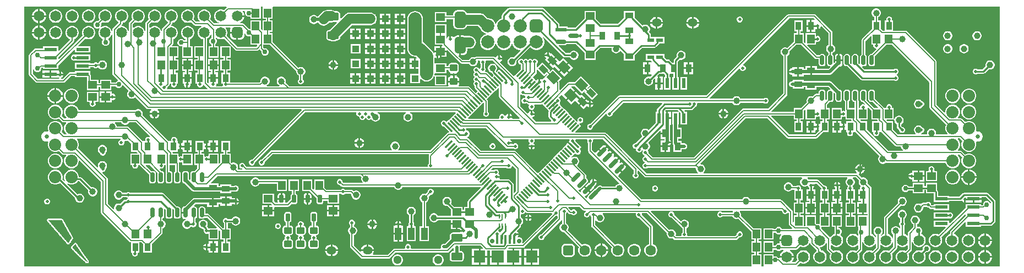
<source format=gtl>
G04*
G04 #@! TF.GenerationSoftware,Altium Limited,Altium Designer,24.2.2 (26)*
G04*
G04 Layer_Physical_Order=1*
G04 Layer_Color=255*
%FSLAX44Y44*%
%MOMM*%
G71*
G04*
G04 #@! TF.SameCoordinates,29065ECF-91ED-40A2-A03B-0633D3A06584*
G04*
G04*
G04 #@! TF.FilePolarity,Positive*
G04*
G01*
G75*
%ADD10C,0.2500*%
%ADD11C,0.2000*%
%ADD17C,1.0000*%
%ADD18C,0.7500*%
%ADD19R,1.1500X1.3500*%
G04:AMPARAMS|DCode=20|XSize=1.7mm|YSize=2.5mm|CornerRadius=0.425mm|HoleSize=0mm|Usage=FLASHONLY|Rotation=180.000|XOffset=0mm|YOffset=0mm|HoleType=Round|Shape=RoundedRectangle|*
%AMROUNDEDRECTD20*
21,1,1.7000,1.6500,0,0,180.0*
21,1,0.8500,2.5000,0,0,180.0*
1,1,0.8500,-0.4250,0.8250*
1,1,0.8500,0.4250,0.8250*
1,1,0.8500,0.4250,-0.8250*
1,1,0.8500,-0.4250,-0.8250*
%
%ADD20ROUNDEDRECTD20*%
%ADD21R,1.3500X1.1500*%
G04:AMPARAMS|DCode=22|XSize=0.75mm|YSize=0.25mm|CornerRadius=0.01mm|HoleSize=0mm|Usage=FLASHONLY|Rotation=90.000|XOffset=0mm|YOffset=0mm|HoleType=Round|Shape=RoundedRectangle|*
%AMROUNDEDRECTD22*
21,1,0.7500,0.2300,0,0,90.0*
21,1,0.7300,0.2500,0,0,90.0*
1,1,0.0200,0.1150,0.3650*
1,1,0.0200,0.1150,-0.3650*
1,1,0.0200,-0.1150,-0.3650*
1,1,0.0200,-0.1150,0.3650*
%
%ADD22ROUNDEDRECTD22*%
G04:AMPARAMS|DCode=23|XSize=1.6mm|YSize=1.4mm|CornerRadius=0mm|HoleSize=0mm|Usage=FLASHONLY|Rotation=315.000|XOffset=0mm|YOffset=0mm|HoleType=Round|Shape=Rectangle|*
%AMROTATEDRECTD23*
4,1,4,-1.0607,0.0707,-0.0707,1.0607,1.0607,-0.0707,0.0707,-1.0607,-1.0607,0.0707,0.0*
%
%ADD23ROTATEDRECTD23*%

%ADD24R,0.4000X1.3500*%
%ADD25R,1.8000X1.9000*%
%ADD26R,1.9000X1.9000*%
%ADD27R,1.9812X0.5588*%
G04:AMPARAMS|DCode=28|XSize=0.6mm|YSize=1.45mm|CornerRadius=0.15mm|HoleSize=0mm|Usage=FLASHONLY|Rotation=180.000|XOffset=0mm|YOffset=0mm|HoleType=Round|Shape=RoundedRectangle|*
%AMROUNDEDRECTD28*
21,1,0.6000,1.1500,0,0,180.0*
21,1,0.3000,1.4500,0,0,180.0*
1,1,0.3000,-0.1500,0.5750*
1,1,0.3000,0.1500,0.5750*
1,1,0.3000,0.1500,-0.5750*
1,1,0.3000,-0.1500,-0.5750*
%
%ADD28ROUNDEDRECTD28*%
%ADD29R,0.6000X1.5500*%
G04:AMPARAMS|DCode=30|XSize=0.65mm|YSize=1.7mm|CornerRadius=0.1625mm|HoleSize=0mm|Usage=FLASHONLY|Rotation=315.000|XOffset=0mm|YOffset=0mm|HoleType=Round|Shape=RoundedRectangle|*
%AMROUNDEDRECTD30*
21,1,0.6500,1.3750,0,0,315.0*
21,1,0.3250,1.7000,0,0,315.0*
1,1,0.3250,-0.3712,-0.6010*
1,1,0.3250,-0.6010,-0.3712*
1,1,0.3250,0.3712,0.6010*
1,1,0.3250,0.6010,0.3712*
%
%ADD30ROUNDEDRECTD30*%
G04:AMPARAMS|DCode=31|XSize=1.475mm|YSize=0.3mm|CornerRadius=0mm|HoleSize=0mm|Usage=FLASHONLY|Rotation=315.000|XOffset=0mm|YOffset=0mm|HoleType=Round|Shape=Rectangle|*
%AMROTATEDRECTD31*
4,1,4,-0.6276,0.4154,-0.4154,0.6276,0.6276,-0.4154,0.4154,-0.6276,-0.6276,0.4154,0.0*
%
%ADD31ROTATEDRECTD31*%

G04:AMPARAMS|DCode=32|XSize=1.475mm|YSize=0.3mm|CornerRadius=0mm|HoleSize=0mm|Usage=FLASHONLY|Rotation=225.000|XOffset=0mm|YOffset=0mm|HoleType=Round|Shape=Rectangle|*
%AMROTATEDRECTD32*
4,1,4,0.4154,0.6276,0.6276,0.4154,-0.4154,-0.6276,-0.6276,-0.4154,0.4154,0.6276,0.0*
%
%ADD32ROTATEDRECTD32*%

%ADD33O,1.7000X0.6000*%
%ADD34R,1.7000X0.6000*%
G04:AMPARAMS|DCode=35|XSize=0.65mm|YSize=1.25mm|CornerRadius=0.1625mm|HoleSize=0mm|Usage=FLASHONLY|Rotation=0.000|XOffset=0mm|YOffset=0mm|HoleType=Round|Shape=RoundedRectangle|*
%AMROUNDEDRECTD35*
21,1,0.6500,0.9250,0,0,0.0*
21,1,0.3250,1.2500,0,0,0.0*
1,1,0.3250,0.1625,-0.4625*
1,1,0.3250,-0.1625,-0.4625*
1,1,0.3250,-0.1625,0.4625*
1,1,0.3250,0.1625,0.4625*
%
%ADD35ROUNDEDRECTD35*%
%ADD36R,1.1000X0.6000*%
G04:AMPARAMS|DCode=37|XSize=1.75mm|YSize=1.25mm|CornerRadius=0.3125mm|HoleSize=0mm|Usage=FLASHONLY|Rotation=180.000|XOffset=0mm|YOffset=0mm|HoleType=Round|Shape=RoundedRectangle|*
%AMROUNDEDRECTD37*
21,1,1.7500,0.6250,0,0,180.0*
21,1,1.1250,1.2500,0,0,180.0*
1,1,0.6250,-0.5625,0.3125*
1,1,0.6250,0.5625,0.3125*
1,1,0.6250,0.5625,-0.3125*
1,1,0.6250,-0.5625,-0.3125*
%
%ADD37ROUNDEDRECTD37*%
%ADD38R,1.0000X1.9000*%
%ADD39R,1.1000X1.1000*%
G04:AMPARAMS|DCode=40|XSize=1.2mm|YSize=1.1mm|CornerRadius=0.275mm|HoleSize=0mm|Usage=FLASHONLY|Rotation=0.000|XOffset=0mm|YOffset=0mm|HoleType=Round|Shape=RoundedRectangle|*
%AMROUNDEDRECTD40*
21,1,1.2000,0.5500,0,0,0.0*
21,1,0.6500,1.1000,0,0,0.0*
1,1,0.5500,0.3250,-0.2750*
1,1,0.5500,-0.3250,-0.2750*
1,1,0.5500,-0.3250,0.2750*
1,1,0.5500,0.3250,0.2750*
%
%ADD40ROUNDEDRECTD40*%
%ADD41R,0.9000X1.3000*%
%ADD42R,1.3000X0.9000*%
G04:AMPARAMS|DCode=43|XSize=0.9mm|YSize=1.3mm|CornerRadius=0mm|HoleSize=0mm|Usage=FLASHONLY|Rotation=225.000|XOffset=0mm|YOffset=0mm|HoleType=Round|Shape=Rectangle|*
%AMROTATEDRECTD43*
4,1,4,-0.1414,0.7778,0.7778,-0.1414,0.1414,-0.7778,-0.7778,0.1414,-0.1414,0.7778,0.0*
%
%ADD43ROTATEDRECTD43*%

%ADD82C,0.5000*%
%ADD83C,2.0000*%
%ADD84C,1.5000*%
%ADD85C,1.6500*%
G04:AMPARAMS|DCode=86|XSize=1.65mm|YSize=1.65mm|CornerRadius=0.4125mm|HoleSize=0mm|Usage=FLASHONLY|Rotation=180.000|XOffset=0mm|YOffset=0mm|HoleType=Round|Shape=RoundedRectangle|*
%AMROUNDEDRECTD86*
21,1,1.6500,0.8250,0,0,180.0*
21,1,0.8250,1.6500,0,0,180.0*
1,1,0.8250,-0.4125,0.4125*
1,1,0.8250,0.4125,0.4125*
1,1,0.8250,0.4125,-0.4125*
1,1,0.8250,-0.4125,-0.4125*
%
%ADD86ROUNDEDRECTD86*%
%ADD87C,0.7000*%
%ADD88C,1.6000*%
G04:AMPARAMS|DCode=89|XSize=1.6mm|YSize=1.6mm|CornerRadius=0.4mm|HoleSize=0mm|Usage=FLASHONLY|Rotation=0.000|XOffset=0mm|YOffset=0mm|HoleType=Round|Shape=RoundedRectangle|*
%AMROUNDEDRECTD89*
21,1,1.6000,0.8000,0,0,0.0*
21,1,0.8000,1.6000,0,0,0.0*
1,1,0.8000,0.4000,-0.4000*
1,1,0.8000,-0.4000,-0.4000*
1,1,0.8000,-0.4000,0.4000*
1,1,0.8000,0.4000,0.4000*
%
%ADD89ROUNDEDRECTD89*%
%ADD90O,1.5000X1.2500*%
%ADD91C,2.0000*%
G04:AMPARAMS|DCode=92|XSize=2mm|YSize=2mm|CornerRadius=0.5mm|HoleSize=0mm|Usage=FLASHONLY|Rotation=90.000|XOffset=0mm|YOffset=0mm|HoleType=Round|Shape=RoundedRectangle|*
%AMROUNDEDRECTD92*
21,1,2.0000,1.0000,0,0,90.0*
21,1,1.0000,2.0000,0,0,90.0*
1,1,1.0000,0.5000,0.5000*
1,1,1.0000,0.5000,-0.5000*
1,1,1.0000,-0.5000,-0.5000*
1,1,1.0000,-0.5000,0.5000*
%
%ADD92ROUNDEDRECTD92*%
%ADD93C,1.8750*%
%ADD94C,0.6750*%
%ADD95C,1.3000*%
%ADD96C,0.5000*%
G36*
X311262Y498730D02*
X311087Y498613D01*
X311087Y498613D01*
X306761Y494287D01*
X305956Y494752D01*
X303349Y495450D01*
X300651D01*
X298044Y494752D01*
X295706Y493402D01*
X293798Y491494D01*
X292449Y489156D01*
X291750Y486549D01*
Y483851D01*
X292449Y481244D01*
X293798Y478906D01*
X295706Y476998D01*
X298044Y475648D01*
X299050Y475379D01*
X298883Y474109D01*
X292017D01*
X285687Y480439D01*
X286152Y481244D01*
X286850Y483851D01*
Y486549D01*
X286152Y489156D01*
X284802Y491494D01*
X282894Y493402D01*
X280556Y494752D01*
X277949Y495450D01*
X275251D01*
X272644Y494752D01*
X270306Y493402D01*
X268398Y491494D01*
X267048Y489156D01*
X266350Y486549D01*
Y483851D01*
X267048Y481244D01*
X268398Y478906D01*
X269533Y477772D01*
X269007Y476502D01*
X264224D01*
X260287Y480439D01*
X260751Y481244D01*
X261450Y483851D01*
Y486549D01*
X260751Y489156D01*
X259402Y491494D01*
X257494Y493402D01*
X255156Y494752D01*
X252549Y495450D01*
X249851D01*
X247244Y494752D01*
X244906Y493402D01*
X242998Y491494D01*
X241649Y489156D01*
X240950Y486549D01*
Y483851D01*
X241649Y481244D01*
X242998Y478906D01*
X244906Y476998D01*
X247244Y475648D01*
X249851Y474950D01*
X252549D01*
X255156Y475648D01*
X255961Y476113D01*
X260794Y471280D01*
X261786Y470617D01*
X262957Y470384D01*
X271892D01*
X272232Y469114D01*
X270306Y468002D01*
X268398Y466094D01*
X267048Y463756D01*
X266350Y461149D01*
Y458451D01*
X267048Y455844D01*
X268398Y453506D01*
X270306Y451598D01*
X272644Y450248D01*
X274941Y449633D01*
Y438750D01*
X261500D01*
Y421250D01*
X266191D01*
Y418750D01*
X261500D01*
Y401250D01*
X266191D01*
Y398500D01*
X263000D01*
Y381500D01*
X265096D01*
X265500Y380895D01*
Y379105D01*
X266185Y377451D01*
X267451Y376185D01*
X269105Y375500D01*
X270895D01*
X272549Y376185D01*
X273815Y377451D01*
X274500Y379105D01*
Y379552D01*
X275770Y379938D01*
X275837Y379837D01*
X281942Y373732D01*
X281456Y372559D01*
X220002D01*
X219297Y373615D01*
X219500Y374105D01*
Y375174D01*
X222663Y378337D01*
X222663Y378337D01*
X222663Y378337D01*
X222993Y378831D01*
X223326Y379329D01*
X223326Y379329D01*
X223326Y379330D01*
X223400Y379697D01*
X223559Y380500D01*
X223985Y381073D01*
X225398Y381048D01*
X225500Y380895D01*
Y379105D01*
X226185Y377451D01*
X227451Y376185D01*
X229105Y375500D01*
X230895D01*
X232549Y376185D01*
X233815Y377451D01*
X234500Y379105D01*
Y380895D01*
X234904Y381500D01*
X236000D01*
Y398500D01*
X232309D01*
Y401250D01*
X237000D01*
Y418750D01*
X232309D01*
Y421250D01*
X237000D01*
Y438750D01*
X227243D01*
X226756Y439923D01*
X227963Y441129D01*
X227963Y441130D01*
X228626Y442122D01*
X228859Y443293D01*
X228859Y443293D01*
Y450008D01*
X229756Y450248D01*
X232094Y451598D01*
X234002Y453506D01*
X235352Y455844D01*
X236050Y458451D01*
Y461149D01*
X235352Y463756D01*
X234002Y466094D01*
X232094Y468002D01*
X229756Y469352D01*
X227149Y470050D01*
X226126D01*
X225639Y471223D01*
X226203Y471787D01*
X226866Y472779D01*
X227099Y473950D01*
X227150Y474950D01*
X229756Y475648D01*
X232094Y476998D01*
X234002Y478906D01*
X235352Y481244D01*
X236050Y483851D01*
Y486549D01*
X235352Y489156D01*
X234002Y491494D01*
X232094Y493402D01*
X229756Y494752D01*
X227149Y495450D01*
X224451D01*
X221844Y494752D01*
X219506Y493402D01*
X217598Y491494D01*
X216248Y489156D01*
X215550Y486549D01*
Y483851D01*
X216248Y481244D01*
X217598Y478906D01*
X219506Y476998D01*
X220638Y476345D01*
X220757Y474992D01*
X212387Y466623D01*
X212387Y466623D01*
X211973Y466004D01*
X211724Y465630D01*
X211491Y464460D01*
X211491Y464460D01*
Y462918D01*
X210221Y462751D01*
X209951Y463756D01*
X208602Y466094D01*
X206694Y468002D01*
X204356Y469352D01*
X201749Y470050D01*
X199051D01*
X196444Y469352D01*
X194106Y468002D01*
X193382Y467277D01*
X192208Y467763D01*
Y472683D01*
X195639Y476113D01*
X196444Y475648D01*
X199051Y474950D01*
X201749D01*
X204356Y475648D01*
X206694Y476998D01*
X208602Y478906D01*
X209951Y481244D01*
X210650Y483851D01*
Y486549D01*
X209951Y489156D01*
X208602Y491494D01*
X206694Y493402D01*
X204356Y494752D01*
X201749Y495450D01*
X199051D01*
X196444Y494752D01*
X194106Y493402D01*
X192198Y491494D01*
X190849Y489156D01*
X190150Y486549D01*
Y483851D01*
X190849Y481244D01*
X191313Y480439D01*
X186987Y476113D01*
X186324Y475120D01*
X186091Y473950D01*
X186091Y473950D01*
Y462918D01*
X184821Y462751D01*
X184552Y463756D01*
X183202Y466094D01*
X181294Y468002D01*
X178956Y469352D01*
X176349Y470050D01*
X173651D01*
X171044Y469352D01*
X168706Y468002D01*
X167982Y467278D01*
X166809Y467764D01*
Y472683D01*
X170239Y476113D01*
X171044Y475648D01*
X173651Y474950D01*
X176349D01*
X178956Y475648D01*
X181294Y476998D01*
X183202Y478906D01*
X184552Y481244D01*
X185250Y483851D01*
Y486549D01*
X184552Y489156D01*
X183202Y491494D01*
X181294Y493402D01*
X178956Y494752D01*
X176349Y495450D01*
X173651D01*
X171044Y494752D01*
X168706Y493402D01*
X166798Y491494D01*
X165448Y489156D01*
X164750Y486549D01*
Y483851D01*
X165448Y481244D01*
X165913Y480439D01*
X161587Y476113D01*
X160924Y475121D01*
X160691Y473950D01*
X160691Y473950D01*
Y462917D01*
X159421Y462750D01*
X159151Y463756D01*
X157802Y466094D01*
X155894Y468002D01*
X153556Y469352D01*
X150949Y470050D01*
X149925D01*
X149439Y471223D01*
X150003Y471787D01*
X150666Y472779D01*
X150899Y473950D01*
X150949Y474950D01*
X153556Y475648D01*
X155894Y476998D01*
X157802Y478906D01*
X159151Y481244D01*
X159850Y483851D01*
Y486549D01*
X159151Y489156D01*
X157802Y491494D01*
X155894Y493402D01*
X153556Y494752D01*
X150949Y495450D01*
X148251D01*
X145644Y494752D01*
X143306Y493402D01*
X141398Y491494D01*
X140049Y489156D01*
X139350Y486549D01*
Y483851D01*
X140049Y481244D01*
X141398Y478906D01*
X143306Y476998D01*
X144438Y476345D01*
X144557Y474992D01*
X136187Y466623D01*
X136187Y466623D01*
X135773Y466004D01*
X135524Y465630D01*
X135291Y464460D01*
X135291Y464460D01*
Y462918D01*
X134021Y462751D01*
X133751Y463756D01*
X132402Y466094D01*
X130494Y468002D01*
X128156Y469352D01*
X125549Y470050D01*
X122851D01*
X120244Y469352D01*
X118606Y468406D01*
X117598Y469290D01*
X118174Y470682D01*
Y472970D01*
X117858Y473733D01*
X119945Y475821D01*
X120244Y475648D01*
X122851Y474950D01*
X125549D01*
X128156Y475648D01*
X130494Y476998D01*
X132402Y478906D01*
X133751Y481244D01*
X134450Y483851D01*
Y486549D01*
X133751Y489156D01*
X132402Y491494D01*
X130494Y493402D01*
X128156Y494752D01*
X125549Y495450D01*
X122851D01*
X120244Y494752D01*
X117906Y493402D01*
X115998Y491494D01*
X114649Y489156D01*
X113950Y486549D01*
Y483851D01*
X114649Y481244D01*
X115406Y479932D01*
X113049Y477576D01*
X111280D01*
X109167Y476701D01*
X107550Y475083D01*
X106674Y472970D01*
Y470682D01*
X107550Y468569D01*
X109167Y466952D01*
X111280Y466076D01*
X113568D01*
X114821Y466595D01*
X115705Y465587D01*
X114649Y463756D01*
X113950Y461149D01*
Y458451D01*
X114649Y455844D01*
X115998Y453506D01*
X117906Y451598D01*
X120244Y450248D01*
X120304Y450232D01*
X120684Y448816D01*
X120125Y448257D01*
X119250Y446144D01*
Y443856D01*
X120125Y441743D01*
X121743Y440125D01*
X123856Y439250D01*
X126144D01*
X128257Y440125D01*
X129875Y441743D01*
X130750Y443856D01*
Y446144D01*
X129875Y448257D01*
X128913Y449219D01*
X129102Y450795D01*
X130494Y451598D01*
X132402Y453506D01*
X133751Y455844D01*
X134021Y456849D01*
X135291Y456682D01*
Y396650D01*
X135291Y396650D01*
X135524Y395479D01*
X136187Y394487D01*
X136187Y394487D01*
X143751Y386923D01*
X143341Y385537D01*
X141743Y384875D01*
X140125Y383257D01*
X140043Y383059D01*
X133750D01*
Y387000D01*
X116250D01*
Y382309D01*
X113750D01*
Y387000D01*
X102309D01*
Y393450D01*
X102309Y393450D01*
X102076Y394621D01*
X101544Y395417D01*
Y400744D01*
X77732D01*
Y399009D01*
X70373D01*
X70372Y399009D01*
X69202Y398776D01*
X68210Y398113D01*
X58984Y388887D01*
X56731D01*
X56479Y390157D01*
X57855Y390727D01*
X59273Y392145D01*
X59929Y393730D01*
X55000D01*
Y395000D01*
X53730D01*
Y400074D01*
X52808Y400690D01*
Y401284D01*
X41632D01*
Y395950D01*
Y390616D01*
X52414D01*
X53521Y390157D01*
X53269Y388887D01*
X20893D01*
X13059Y396721D01*
Y403666D01*
X14250Y403856D01*
X15125Y401743D01*
X16743Y400125D01*
X18856Y399250D01*
X21144D01*
X23257Y400125D01*
X24875Y401743D01*
X25750Y403856D01*
Y404936D01*
X26405Y405591D01*
X28456D01*
Y403856D01*
X52268D01*
Y409296D01*
X76559Y433587D01*
X77732Y433101D01*
Y429256D01*
X101544D01*
Y438844D01*
X83475D01*
X82989Y440017D01*
X93814Y450843D01*
X94844Y450248D01*
X97451Y449550D01*
X100149D01*
X102756Y450248D01*
X105094Y451598D01*
X107002Y453506D01*
X108351Y455844D01*
X109050Y458451D01*
Y461149D01*
X108351Y463756D01*
X107002Y466094D01*
X105094Y468002D01*
X102756Y469352D01*
X100149Y470050D01*
X97451D01*
X94844Y469352D01*
X92506Y468002D01*
X90598Y466094D01*
X89249Y463756D01*
X88550Y461149D01*
Y458451D01*
X89249Y455844D01*
X89583Y455264D01*
X53441Y419121D01*
X52268Y419607D01*
Y421818D01*
X75563Y445113D01*
X75563Y445113D01*
X76226Y446105D01*
X76459Y447276D01*
X76459Y447276D01*
Y450008D01*
X77356Y450248D01*
X79694Y451598D01*
X81602Y453506D01*
X82951Y455844D01*
X83650Y458451D01*
Y461149D01*
X82951Y463756D01*
X81602Y466094D01*
X79694Y468002D01*
X77356Y469352D01*
X74749Y470050D01*
X72051D01*
X69444Y469352D01*
X67106Y468002D01*
X65198Y466094D01*
X63849Y463756D01*
X63150Y461149D01*
Y458451D01*
X63849Y455844D01*
X65198Y453506D01*
X67106Y451598D01*
X69444Y450248D01*
X70341Y450008D01*
Y448543D01*
X53441Y431643D01*
X52268Y432129D01*
Y438844D01*
X28456D01*
Y435315D01*
X17256D01*
X16085Y435082D01*
X15093Y434419D01*
X15093Y434419D01*
X7837Y427163D01*
X7174Y426171D01*
X6941Y425000D01*
X6941Y425000D01*
Y395454D01*
X6941Y395454D01*
X7174Y394283D01*
X7837Y393291D01*
X17463Y383666D01*
X17463Y383666D01*
X18455Y383003D01*
X19626Y382770D01*
X60251D01*
X60251Y382770D01*
X61421Y383003D01*
X62414Y383666D01*
X71639Y392891D01*
X77732D01*
Y391156D01*
X96191D01*
Y384000D01*
X96191Y384000D01*
X96250Y383704D01*
Y371500D01*
X113750D01*
Y376191D01*
X116250D01*
Y371500D01*
X133750D01*
Y376941D01*
X140043D01*
X140125Y376743D01*
X141743Y375125D01*
X143856Y374250D01*
X146144D01*
X148257Y375125D01*
X149875Y376743D01*
X150537Y378341D01*
X151923Y378751D01*
X159752Y370922D01*
Y369652D01*
X159399Y369298D01*
X158477Y367702D01*
X158000Y365922D01*
Y364078D01*
X158477Y362298D01*
X159399Y360702D01*
X160702Y359399D01*
X162298Y358477D01*
X164078Y358000D01*
X165922D01*
X167702Y358477D01*
X169298Y359399D01*
X170287Y360387D01*
X187837Y342837D01*
X187837Y342837D01*
X188830Y342174D01*
X190000Y341941D01*
X190000Y341941D01*
X194496D01*
X195008Y340671D01*
X193967Y339630D01*
X192974Y337910D01*
X192534Y336270D01*
X200000D01*
X207466D01*
X207026Y337910D01*
X206033Y339630D01*
X204992Y340671D01*
X205504Y341941D01*
X425956D01*
X426442Y340768D01*
X350337Y264663D01*
X350337Y264663D01*
X350174Y264500D01*
X349105D01*
X347451Y263815D01*
X346185Y262549D01*
X345500Y260895D01*
Y259105D01*
X346185Y257451D01*
X347451Y256185D01*
X349105Y255500D01*
X350895D01*
X352549Y256185D01*
X353815Y257451D01*
X354500Y259105D01*
Y260174D01*
X354663Y260337D01*
X354663Y260337D01*
X431767Y337441D01*
X509997D01*
X510703Y336385D01*
X510500Y335895D01*
Y334105D01*
X511185Y332451D01*
X512451Y331185D01*
X514105Y330500D01*
X515500D01*
Y329105D01*
X516185Y327451D01*
X517451Y326185D01*
X519105Y325500D01*
X520895D01*
X522549Y326185D01*
X523815Y327451D01*
X524327Y328686D01*
X525673D01*
X526185Y327451D01*
X527451Y326185D01*
X529105Y325500D01*
X530895D01*
X532549Y326185D01*
X532807Y326443D01*
X534066Y326278D01*
X534399Y325702D01*
X535702Y324399D01*
X537298Y323477D01*
X539078Y323000D01*
X540922D01*
X542702Y323477D01*
X544298Y324399D01*
X545601Y325702D01*
X546523Y327298D01*
X547000Y329078D01*
Y330922D01*
X546523Y332702D01*
X545601Y334298D01*
X544298Y335601D01*
X543311Y336171D01*
X543651Y337441D01*
X586349D01*
X586689Y336171D01*
X585702Y335601D01*
X584399Y334298D01*
X583477Y332702D01*
X583000Y330922D01*
Y329078D01*
X583477Y327298D01*
X584399Y325702D01*
X585702Y324399D01*
X587298Y323477D01*
X589078Y323000D01*
X590922D01*
X592702Y323477D01*
X594298Y324399D01*
X595601Y325702D01*
X596523Y327298D01*
X597000Y329078D01*
Y330922D01*
X596523Y332702D01*
X595601Y334298D01*
X594298Y335601D01*
X593311Y336171D01*
X593651Y337441D01*
X663092D01*
X663578Y336268D01*
X662846Y335536D01*
X657896Y330586D01*
X652621Y325311D01*
X652239Y325693D01*
X649049Y322503D01*
X648815Y322549D01*
X647549Y323815D01*
X645895Y324500D01*
X644105D01*
X642451Y323815D01*
X641185Y322549D01*
X640500Y320895D01*
Y319105D01*
X641185Y317451D01*
X642451Y316185D01*
X644105Y315500D01*
X644697D01*
X652951Y307246D01*
X652465Y306073D01*
X652357D01*
X652357Y306073D01*
X651187Y305840D01*
X650194Y305177D01*
X650194Y305177D01*
X623791Y278774D01*
X575470D01*
X574944Y280044D01*
X575601Y280702D01*
X576523Y282298D01*
X577000Y284078D01*
Y285922D01*
X576523Y287702D01*
X575601Y289298D01*
X574298Y290601D01*
X572702Y291523D01*
X570922Y292000D01*
X569078D01*
X567298Y291523D01*
X565702Y290601D01*
X564399Y289298D01*
X563477Y287702D01*
X563000Y285922D01*
Y284078D01*
X563477Y282298D01*
X564399Y280702D01*
X565056Y280044D01*
X564530Y278774D01*
X380715D01*
X379545Y278541D01*
X378552Y277878D01*
X378552Y277878D01*
X365174Y264500D01*
X364105D01*
X362451Y263815D01*
X361185Y262549D01*
X360500Y260895D01*
Y259105D01*
X361185Y257451D01*
X362451Y256185D01*
X364105Y255500D01*
X365895D01*
X367549Y256185D01*
X368815Y257451D01*
X369500Y259105D01*
Y260174D01*
X381982Y272656D01*
X621640D01*
X622318Y271387D01*
X622174Y271171D01*
X621941Y270000D01*
X621941Y270000D01*
Y258805D01*
X621185Y258049D01*
X620500Y256395D01*
Y254605D01*
X620703Y254115D01*
X619997Y253059D01*
X342079D01*
X339500Y255638D01*
Y255895D01*
X338815Y257549D01*
X337549Y258815D01*
X335895Y259500D01*
X334105D01*
X332451Y258815D01*
X331185Y257549D01*
X330500Y255895D01*
Y254105D01*
X331185Y252451D01*
X332451Y251185D01*
X334105Y250500D01*
X334990D01*
X335105Y250329D01*
X334426Y249059D01*
X328885D01*
X328077Y250146D01*
X328128Y250235D01*
X328605Y252015D01*
Y253859D01*
X328128Y255639D01*
X327206Y257235D01*
X325903Y258538D01*
X324307Y259460D01*
X322527Y259937D01*
X320684D01*
X318903Y259460D01*
X318404Y259172D01*
X317000Y260576D01*
Y273750D01*
X312309D01*
Y276500D01*
X316000D01*
Y293500D01*
X303000D01*
Y276500D01*
X306191D01*
Y273750D01*
X301500D01*
Y260576D01*
X299673Y258749D01*
X298500Y259235D01*
Y273750D01*
X283000D01*
Y270106D01*
X281730Y269258D01*
X281145Y269500D01*
X279355D01*
X278270Y269050D01*
X277000Y269773D01*
Y273750D01*
X272309D01*
Y276500D01*
X276000D01*
Y280213D01*
X277270Y280675D01*
X278730Y280071D01*
Y285000D01*
Y289929D01*
X277270Y289324D01*
X276000Y289787D01*
Y293500D01*
X263000D01*
Y276500D01*
X266191D01*
Y273750D01*
X261500D01*
Y256250D01*
X265559D01*
Y250984D01*
X261143Y246569D01*
X258900D01*
X257534Y246297D01*
X256377Y245523D01*
X255603Y244366D01*
X255331Y243000D01*
Y233517D01*
X254158Y233030D01*
X252769Y234420D01*
Y243000D01*
X252497Y244366D01*
X251723Y245523D01*
X250566Y246297D01*
X249200Y246569D01*
X246200D01*
X244834Y246297D01*
X243677Y245523D01*
X242903Y244366D01*
X242631Y243000D01*
Y231500D01*
X242903Y230134D01*
X243677Y228977D01*
X244834Y228203D01*
X246200Y227931D01*
X246280D01*
X257955Y216256D01*
X259444Y215261D01*
X261200Y214912D01*
X301500D01*
Y213000D01*
X318500D01*
Y214912D01*
X324500D01*
X326256Y215261D01*
X327744Y216256D01*
X328244Y216756D01*
X328495Y217131D01*
X328815Y217451D01*
X328988Y217868D01*
X329239Y218244D01*
X329327Y218687D01*
X329500Y219105D01*
Y219557D01*
X329588Y220000D01*
X329500Y220443D01*
Y220895D01*
X329327Y221313D01*
X329239Y221756D01*
X328988Y222132D01*
X328815Y222549D01*
X328495Y222869D01*
X328244Y223244D01*
X327869Y223495D01*
X327549Y223815D01*
X327132Y223988D01*
X326756Y224239D01*
X326313Y224327D01*
X325895Y224500D01*
X325443D01*
X325000Y224588D01*
X324557Y224500D01*
X324105D01*
X323687Y224327D01*
X323244Y224239D01*
X323019Y224088D01*
X318500D01*
Y226000D01*
X301500D01*
Y224088D01*
X298500D01*
Y228000D01*
X287242D01*
X286756Y229173D01*
X296524Y238941D01*
X516733D01*
X518370Y237304D01*
X518000Y235922D01*
Y234078D01*
X518477Y232298D01*
X519399Y230702D01*
X520370Y229731D01*
X519900Y228461D01*
X490865D01*
X489500Y229826D01*
Y230895D01*
X488815Y232549D01*
X487549Y233815D01*
X485895Y234500D01*
X484105D01*
X482451Y233815D01*
X481185Y232549D01*
X480500Y230895D01*
Y229105D01*
X481185Y227451D01*
X482451Y226185D01*
X484105Y225500D01*
X485174D01*
X487435Y223239D01*
X488428Y222576D01*
X489598Y222343D01*
X489598Y222343D01*
X568465D01*
X568477Y222298D01*
X569399Y220702D01*
X570702Y219399D01*
X572298Y218477D01*
X574078Y218000D01*
X575922D01*
X577702Y218477D01*
X579298Y219399D01*
X580601Y220702D01*
X581523Y222298D01*
X581535Y222343D01*
X701216D01*
X701742Y221073D01*
X682657Y201988D01*
X681938Y200913D01*
X681686Y199645D01*
Y192000D01*
X676250D01*
Y187564D01*
X673750D01*
Y192000D01*
X660936D01*
X656199Y196737D01*
X656523Y197298D01*
X657000Y199078D01*
Y200922D01*
X656523Y202702D01*
X655601Y204298D01*
X654298Y205601D01*
X652702Y206523D01*
X650922Y207000D01*
X649078D01*
X647298Y206523D01*
X645702Y205601D01*
X644399Y204298D01*
X643477Y202702D01*
X643000Y200922D01*
Y199078D01*
X643477Y197298D01*
X644399Y195702D01*
X645702Y194399D01*
X647298Y193477D01*
X649078Y193000D01*
X650564D01*
X656250Y187314D01*
Y178314D01*
X636170D01*
X635601Y179298D01*
X634298Y180601D01*
X632702Y181523D01*
X630922Y182000D01*
X629078D01*
X627298Y181523D01*
X625702Y180601D01*
X624399Y179298D01*
X623477Y177702D01*
X623000Y175922D01*
Y174078D01*
X623477Y172298D01*
X624399Y170702D01*
X625702Y169399D01*
X627298Y168477D01*
X629078Y168000D01*
X630922D01*
X632702Y168477D01*
X634298Y169399D01*
X635601Y170702D01*
X636170Y171686D01*
X655710D01*
Y167020D01*
X665000D01*
Y165750D01*
X666270D01*
Y157460D01*
X669302D01*
X670127Y156407D01*
X670071Y156270D01*
X675000D01*
Y153730D01*
X670071D01*
X670101Y153656D01*
X669396Y152600D01*
X659375D01*
X657375Y152203D01*
X655680Y151070D01*
X654547Y149375D01*
X654150Y147375D01*
Y142389D01*
X646849Y135088D01*
X645000D01*
X644557Y135000D01*
X644105D01*
X643687Y134827D01*
X643244Y134739D01*
X642868Y134488D01*
X642451Y134315D01*
X642131Y133995D01*
X641756Y133744D01*
X641505Y133369D01*
X641185Y133049D01*
X641012Y132632D01*
X640761Y132256D01*
X640673Y131813D01*
X640500Y131395D01*
Y130943D01*
X640412Y130500D01*
X640500Y130057D01*
Y129605D01*
X640673Y129187D01*
X640744Y128829D01*
X640741Y128707D01*
X640215Y127748D01*
X639973Y127559D01*
X595003D01*
X594297Y128615D01*
X594500Y129105D01*
Y130895D01*
X593815Y132549D01*
X592549Y133815D01*
X590895Y134500D01*
X589105D01*
X587451Y133815D01*
X586185Y132549D01*
X585500Y130895D01*
Y129105D01*
X585703Y128615D01*
X584997Y127559D01*
X569500D01*
X568329Y127326D01*
X567337Y126663D01*
X567337Y126663D01*
X558733Y118059D01*
X536304D01*
X535678Y119329D01*
X536628Y120567D01*
X537514Y122705D01*
X537649Y123730D01*
X527700D01*
X517751D01*
X517806Y123316D01*
X516603Y122723D01*
X506779Y132547D01*
Y148230D01*
X507702Y148477D01*
X509298Y149399D01*
X510601Y150702D01*
X511523Y152298D01*
X512000Y154078D01*
Y155922D01*
X511523Y157702D01*
X510601Y159298D01*
X509298Y160601D01*
X507702Y161523D01*
X506779Y161770D01*
Y163967D01*
X507535Y164723D01*
X508220Y166377D01*
Y168167D01*
X507535Y169821D01*
X506269Y171087D01*
X504615Y171772D01*
X502825D01*
X501171Y171087D01*
X499905Y169821D01*
X499220Y168167D01*
Y166377D01*
X499905Y164723D01*
X500662Y163967D01*
Y160561D01*
X499399Y159298D01*
X498477Y157702D01*
X498000Y155922D01*
Y154078D01*
X498477Y152298D01*
X499399Y150702D01*
X500662Y149439D01*
Y131280D01*
X500662Y131280D01*
X500894Y130109D01*
X501557Y129117D01*
X517837Y112837D01*
X518829Y112174D01*
X520000Y111941D01*
X560000D01*
X560000Y111941D01*
X561171Y112174D01*
X562163Y112837D01*
X570767Y121441D01*
X650528D01*
X650528Y121441D01*
X651699Y121674D01*
X652691Y122337D01*
X659142Y128788D01*
X660412Y128262D01*
Y124100D01*
X659375D01*
X657375Y123703D01*
X655680Y122570D01*
X654547Y120875D01*
X654150Y118875D01*
Y112625D01*
X654547Y110625D01*
X655680Y108930D01*
X657375Y107797D01*
X659375Y107400D01*
X670625D01*
X672625Y107797D01*
X674320Y108930D01*
X675453Y110625D01*
X675850Y112625D01*
Y118875D01*
X675453Y120875D01*
X674320Y122570D01*
X672625Y123703D01*
X670625Y124100D01*
X669588D01*
Y129500D01*
X669500Y129943D01*
Y130395D01*
X669386Y130671D01*
X669543Y131094D01*
X670087Y131804D01*
X670299Y131941D01*
X701476D01*
X705204Y128213D01*
X704718Y127040D01*
X701270D01*
Y116270D01*
X711540D01*
Y124441D01*
X715960D01*
Y116270D01*
X728000D01*
Y115000D01*
X729270D01*
Y102960D01*
X750730D01*
Y115000D01*
Y127040D01*
X744595D01*
X744047Y128275D01*
X744578Y128941D01*
X767000D01*
X767000Y128941D01*
X768170Y129174D01*
X769163Y129837D01*
X817200Y177874D01*
X818269D01*
X818760Y178077D01*
X819816Y177372D01*
Y174141D01*
X795174Y149500D01*
X794105D01*
X792451Y148815D01*
X791185Y147549D01*
X790500Y145895D01*
Y144105D01*
X791185Y142451D01*
X792451Y141185D01*
X794105Y140500D01*
X795895D01*
X797549Y141185D01*
X798815Y142451D01*
X799500Y144105D01*
Y145174D01*
X825037Y170711D01*
X825037Y170711D01*
X825671Y171660D01*
X825790Y171685D01*
X826941Y171449D01*
Y166317D01*
X825702Y165601D01*
X824399Y164298D01*
X823477Y162702D01*
X823000Y160922D01*
Y159078D01*
X823477Y157298D01*
X824399Y155702D01*
X825702Y154399D01*
X827298Y153477D01*
X829078Y153000D01*
X829574D01*
X852996Y129578D01*
X852581Y128860D01*
X851900Y126316D01*
Y123684D01*
X852581Y121140D01*
X853898Y118860D01*
X855760Y116998D01*
X858040Y115681D01*
X860583Y115000D01*
X863216D01*
X865760Y115681D01*
X868040Y116998D01*
X869902Y118860D01*
X871218Y121140D01*
X871900Y123684D01*
Y126316D01*
X871218Y128860D01*
X869902Y131140D01*
X868040Y133002D01*
X865760Y134319D01*
X863216Y135000D01*
X860583D01*
X858040Y134319D01*
X857322Y133904D01*
X835563Y155663D01*
X835601Y155702D01*
X836523Y157298D01*
X837000Y159078D01*
Y160922D01*
X836523Y162702D01*
X835601Y164298D01*
X834298Y165601D01*
X833059Y166317D01*
Y181695D01*
X833815Y182451D01*
X833981Y182852D01*
X835479Y183150D01*
X837292Y181337D01*
X837292Y181337D01*
X838285Y180674D01*
X839455Y180441D01*
X839455Y180441D01*
X841695D01*
X842451Y179685D01*
X844105Y179000D01*
X845895D01*
X847549Y179685D01*
X848815Y180951D01*
X849500Y182605D01*
Y184395D01*
X848815Y186049D01*
X847549Y187315D01*
X845895Y188000D01*
X844105D01*
X842451Y187315D01*
X841905Y186769D01*
X840512D01*
X836513Y190768D01*
X836999Y191941D01*
X853733D01*
X858837Y186837D01*
X859829Y186174D01*
X861000Y185941D01*
X863614D01*
X864293Y184671D01*
X864178Y184500D01*
X864105D01*
X862451Y183815D01*
X861185Y182549D01*
X860500Y180895D01*
Y179105D01*
X861185Y177451D01*
X862451Y176185D01*
X864105Y175500D01*
X865895D01*
X867549Y176185D01*
X868815Y177451D01*
X869261Y178529D01*
X869862Y178566D01*
X870584Y178403D01*
X871185Y176951D01*
X871941Y176195D01*
Y162700D01*
X871941Y162700D01*
X872174Y161530D01*
X872837Y160537D01*
X903796Y129578D01*
X903382Y128860D01*
X902700Y126316D01*
Y123684D01*
X903382Y121140D01*
X904698Y118860D01*
X906560Y116998D01*
X908840Y115681D01*
X911384Y115000D01*
X914016D01*
X916560Y115681D01*
X918840Y116998D01*
X920702Y118860D01*
X922019Y121140D01*
X922700Y123684D01*
Y126316D01*
X922019Y128860D01*
X920702Y131140D01*
X918840Y133002D01*
X916560Y134319D01*
X914016Y135000D01*
X911384D01*
X908840Y134319D01*
X908122Y133904D01*
X878059Y163967D01*
Y170483D01*
X879329Y170823D01*
X879399Y170702D01*
X880702Y169399D01*
X882298Y168477D01*
X884078Y168000D01*
X885922D01*
X887702Y168477D01*
X889298Y169399D01*
X890601Y170702D01*
X891523Y172298D01*
X892000Y174078D01*
Y175922D01*
X891523Y177702D01*
X890601Y179298D01*
X889298Y180601D01*
X889177Y180671D01*
X889518Y181941D01*
X939997D01*
X940703Y180885D01*
X940500Y180395D01*
Y178605D01*
X941185Y176951D01*
X942451Y175685D01*
X944105Y175000D01*
X945174D01*
X960442Y159733D01*
Y134533D01*
X959640Y134319D01*
X957360Y133002D01*
X955498Y131140D01*
X954182Y128860D01*
X953500Y126316D01*
Y123684D01*
X954182Y121140D01*
X955498Y118860D01*
X957360Y116998D01*
X959640Y115681D01*
X962184Y115000D01*
X964817D01*
X967360Y115681D01*
X969640Y116998D01*
X971502Y118860D01*
X972819Y121140D01*
X973500Y123684D01*
Y126316D01*
X972819Y128860D01*
X971502Y131140D01*
X969640Y133002D01*
X967360Y134319D01*
X966559Y134533D01*
Y161000D01*
X966559Y161000D01*
X966326Y162170D01*
X965663Y163162D01*
X949500Y179326D01*
Y180395D01*
X949297Y180885D01*
X950003Y181941D01*
X957475D01*
X988104Y151312D01*
X988000Y150922D01*
Y149078D01*
X988477Y147298D01*
X989399Y145702D01*
X990702Y144399D01*
X992298Y143477D01*
X994078Y143000D01*
X995922D01*
X997304Y143370D01*
X998837Y141837D01*
X998837Y141837D01*
X999829Y141174D01*
X1001000Y140941D01*
X1001000Y140941D01*
X1094500D01*
X1094500Y140941D01*
X1095670Y141174D01*
X1096663Y141837D01*
X1099826Y145000D01*
X1100895D01*
X1102549Y145685D01*
X1103815Y146951D01*
X1104500Y148605D01*
Y150395D01*
X1103815Y152049D01*
X1102549Y153315D01*
X1100895Y154000D01*
X1099105D01*
X1097451Y153315D01*
X1096185Y152049D01*
X1095500Y150395D01*
Y149326D01*
X1093233Y147059D01*
X1020003D01*
X1019297Y148115D01*
X1019500Y148605D01*
Y150395D01*
X1018815Y152049D01*
X1018059Y152805D01*
Y158683D01*
X1019298Y159399D01*
X1020601Y160702D01*
X1021523Y162298D01*
X1022000Y164078D01*
Y165922D01*
X1021523Y167702D01*
X1020601Y169298D01*
X1019298Y170601D01*
X1017702Y171523D01*
X1015922Y172000D01*
X1014078D01*
X1012298Y171523D01*
X1010702Y170601D01*
X1009713Y169613D01*
X999500Y179826D01*
Y180895D01*
X998815Y182549D01*
X997549Y183815D01*
X995895Y184500D01*
X994105D01*
X992451Y183815D01*
X991185Y182549D01*
X990500Y180895D01*
Y179105D01*
X991185Y177451D01*
X992451Y176185D01*
X994105Y175500D01*
X995174D01*
X1008615Y162059D01*
X1009399Y160702D01*
X1010702Y159399D01*
X1011941Y158683D01*
Y152805D01*
X1011185Y152049D01*
X1010500Y150395D01*
Y148605D01*
X1010703Y148115D01*
X1009997Y147059D01*
X1002619D01*
X1001741Y148111D01*
X1002000Y149078D01*
Y150922D01*
X1001523Y152702D01*
X1000601Y154298D01*
X999298Y155601D01*
X997702Y156523D01*
X995922Y157000D01*
X994078D01*
X992298Y156523D01*
X991820Y156247D01*
X963299Y184768D01*
X963786Y185941D01*
X1089246D01*
X1089772Y184671D01*
X1089399Y184298D01*
X1088683Y183059D01*
X1073305D01*
X1072549Y183815D01*
X1070895Y184500D01*
X1069105D01*
X1067451Y183815D01*
X1066185Y182549D01*
X1065500Y180895D01*
Y179105D01*
X1066185Y177451D01*
X1067451Y176185D01*
X1069105Y175500D01*
X1070895D01*
X1072549Y176185D01*
X1073305Y176941D01*
X1088683D01*
X1089399Y175702D01*
X1090702Y174399D01*
X1092298Y173477D01*
X1094078Y173000D01*
X1095922D01*
X1097702Y173477D01*
X1097857Y173567D01*
X1117837Y153587D01*
X1118000Y153478D01*
Y141250D01*
X1122691D01*
Y138750D01*
X1118000D01*
Y121250D01*
X1122691D01*
Y118750D01*
X1118000D01*
Y101270D01*
X1118000Y101250D01*
X1117952Y100000D01*
X0D01*
Y500000D01*
X310877D01*
X311262Y498730D01*
D02*
G37*
G36*
X366500Y498750D02*
X366500Y498730D01*
Y481250D01*
X371191D01*
Y478754D01*
X366499D01*
Y464238D01*
X365325Y463752D01*
X363499Y465579D01*
Y478754D01*
X347999D01*
Y466125D01*
X346943Y465419D01*
X346144Y465750D01*
X345326D01*
X337863Y473213D01*
X336871Y473876D01*
X335700Y474109D01*
X335700Y474109D01*
X332310D01*
X331969Y475379D01*
X334025Y476566D01*
X336034Y478575D01*
X337455Y481035D01*
X338190Y483779D01*
Y483930D01*
X327400D01*
Y486470D01*
X338190D01*
Y486620D01*
X337455Y489365D01*
X336034Y491825D01*
X335641Y492218D01*
X336127Y493391D01*
X338806D01*
X339655Y492121D01*
X339250Y491144D01*
Y488856D01*
X340125Y486743D01*
X341743Y485125D01*
X343856Y484250D01*
X346144D01*
X346944Y484581D01*
X348000Y483876D01*
Y481250D01*
X363500D01*
Y498730D01*
X363500Y498750D01*
X363548Y500000D01*
X366452D01*
X366500Y498750D01*
D02*
G37*
G36*
X317219Y466721D02*
X316782Y465665D01*
X316553Y463925D01*
Y461070D01*
X327400D01*
Y459800D01*
X328670D01*
Y448952D01*
X331525D01*
X333265Y449182D01*
X334886Y449853D01*
X336278Y450922D01*
X337347Y452314D01*
X338018Y453935D01*
X338247Y455675D01*
Y457958D01*
X339518Y458210D01*
X340125Y456743D01*
X341743Y455125D01*
X343856Y454250D01*
X346144D01*
X346764Y454507D01*
X348000Y453644D01*
Y441250D01*
X357757D01*
X358243Y440077D01*
X356225Y438059D01*
X328067D01*
X311087Y455039D01*
X311551Y455844D01*
X312250Y458451D01*
Y461149D01*
X311551Y463756D01*
X310202Y466094D01*
X309478Y466818D01*
X309964Y467991D01*
X316499D01*
X317219Y466721D01*
D02*
G37*
G36*
X1500000Y100000D02*
X1189123D01*
X1188738Y101270D01*
X1188913Y101387D01*
X1193239Y105713D01*
X1194044Y105248D01*
X1196651Y104550D01*
X1199349D01*
X1201956Y105248D01*
X1204294Y106598D01*
X1206202Y108506D01*
X1207551Y110844D01*
X1208250Y113451D01*
Y116149D01*
X1207551Y118756D01*
X1206202Y121094D01*
X1204294Y123002D01*
X1201956Y124352D01*
X1199349Y125050D01*
X1196651D01*
X1194044Y124352D01*
X1191706Y123002D01*
X1189798Y121094D01*
X1188448Y118756D01*
X1187750Y116149D01*
Y113451D01*
X1188448Y110844D01*
X1188913Y110039D01*
X1185483Y106608D01*
X1181327D01*
X1180841Y107782D01*
X1181234Y108175D01*
X1182655Y110635D01*
X1183390Y113379D01*
Y113530D01*
X1161128D01*
X1160806Y113220D01*
X1159875Y113257D01*
X1158257Y114875D01*
X1156144Y115750D01*
X1153856D01*
X1153056Y115419D01*
X1152000Y116124D01*
Y118750D01*
X1136500D01*
Y101270D01*
X1136500Y101250D01*
X1136452Y100000D01*
X1133548D01*
X1133500Y101250D01*
X1133500Y101270D01*
Y118750D01*
X1128809D01*
Y121250D01*
X1133500D01*
Y138750D01*
X1128809D01*
Y141250D01*
X1133500D01*
Y158750D01*
X1121326D01*
X1101788Y178288D01*
X1102000Y179078D01*
Y180922D01*
X1101523Y182702D01*
X1100601Y184298D01*
X1100228Y184671D01*
X1100754Y185941D01*
X1164733D01*
X1165500Y185174D01*
Y184105D01*
X1166185Y182451D01*
X1167451Y181185D01*
X1169105Y180500D01*
X1170895D01*
X1172549Y181185D01*
X1173815Y182451D01*
X1175151Y182357D01*
X1175584Y181992D01*
Y165365D01*
X1175584Y165365D01*
X1175817Y164194D01*
X1176480Y163202D01*
X1180450Y159232D01*
X1179964Y158059D01*
X1164957D01*
X1164875Y158257D01*
X1163257Y159875D01*
X1161144Y160750D01*
X1158856D01*
X1156743Y159875D01*
X1155125Y158257D01*
X1155043Y158059D01*
X1152000D01*
Y158750D01*
X1136500D01*
Y141250D01*
X1152000D01*
Y151941D01*
X1155043D01*
X1155125Y151743D01*
X1156743Y150125D01*
X1158856Y149250D01*
X1161144D01*
X1162881Y149970D01*
X1163207Y149624D01*
X1163569Y148880D01*
X1162653Y147686D01*
X1161982Y146065D01*
X1161752Y144325D01*
Y141470D01*
X1172600D01*
Y138930D01*
X1161752D01*
Y136873D01*
X1161248Y135943D01*
X1160514Y135750D01*
X1158856D01*
X1156743Y134875D01*
X1155125Y133257D01*
X1154608Y132008D01*
X1152000D01*
Y138750D01*
X1136500D01*
Y121250D01*
X1152000D01*
Y125891D01*
X1155977D01*
X1156743Y125125D01*
X1158856Y124250D01*
X1161144D01*
X1163257Y125125D01*
X1164023Y125891D01*
X1167690D01*
X1168030Y124621D01*
X1165975Y123434D01*
X1163966Y121425D01*
X1162545Y118965D01*
X1161810Y116221D01*
Y116070D01*
X1183390D01*
Y116221D01*
X1182655Y118965D01*
X1181234Y121425D01*
X1179225Y123434D01*
X1177170Y124621D01*
X1177510Y125891D01*
X1186750D01*
X1186750Y125891D01*
X1187921Y126124D01*
X1188913Y126787D01*
X1193239Y131113D01*
X1194044Y130648D01*
X1196651Y129950D01*
X1199349D01*
X1201956Y130648D01*
X1204294Y131998D01*
X1206202Y133906D01*
X1207361Y135914D01*
X1208659Y135670D01*
X1208817Y134877D01*
X1209480Y133885D01*
X1218357Y125008D01*
X1218238Y123655D01*
X1217106Y123002D01*
X1215198Y121094D01*
X1213848Y118756D01*
X1213150Y116149D01*
Y113451D01*
X1213848Y110844D01*
X1215198Y108506D01*
X1217106Y106598D01*
X1219444Y105248D01*
X1222051Y104550D01*
X1224749D01*
X1227356Y105248D01*
X1229694Y106598D01*
X1231602Y108506D01*
X1232952Y110844D01*
X1233650Y113451D01*
Y116149D01*
X1232952Y118756D01*
X1231602Y121094D01*
X1229694Y123002D01*
X1227356Y124352D01*
X1224749Y125050D01*
X1224699D01*
Y126050D01*
X1224466Y127221D01*
X1223803Y128213D01*
X1223803Y128213D01*
X1223240Y128777D01*
X1223726Y129950D01*
X1224749D01*
X1227356Y130648D01*
X1229694Y131998D01*
X1231602Y133906D01*
X1232714Y135833D01*
X1233984Y135492D01*
Y126557D01*
X1233984Y126557D01*
X1234217Y125386D01*
X1234880Y124394D01*
X1239713Y119561D01*
X1239249Y118756D01*
X1238550Y116149D01*
Y113451D01*
X1239249Y110844D01*
X1240598Y108506D01*
X1242506Y106598D01*
X1244844Y105248D01*
X1247451Y104550D01*
X1250149D01*
X1252756Y105248D01*
X1255094Y106598D01*
X1257002Y108506D01*
X1258352Y110844D01*
X1259050Y113451D01*
Y116149D01*
X1258352Y118756D01*
X1257002Y121094D01*
X1255094Y123002D01*
X1252756Y124352D01*
X1250149Y125050D01*
X1247451D01*
X1244844Y124352D01*
X1244039Y123887D01*
X1240102Y127824D01*
Y132606D01*
X1241372Y133133D01*
X1242506Y131998D01*
X1244844Y130648D01*
X1247451Y129950D01*
X1250149D01*
X1252756Y130648D01*
X1255094Y131998D01*
X1257002Y133906D01*
X1258352Y136244D01*
X1259050Y138851D01*
Y141549D01*
X1258352Y144156D01*
X1257002Y146494D01*
X1255511Y147984D01*
X1255121Y148484D01*
X1255501Y149633D01*
X1256401Y150534D01*
X1257277Y152647D01*
Y154934D01*
X1256401Y157048D01*
X1254784Y158665D01*
X1252671Y159541D01*
X1251859D01*
Y161250D01*
X1257000D01*
Y178750D01*
X1241500D01*
Y161250D01*
X1245741D01*
Y149992D01*
X1244844Y149752D01*
X1242506Y148402D01*
X1240598Y146494D01*
X1240064Y145568D01*
X1238476Y145359D01*
X1225524Y158311D01*
X1225750Y158856D01*
Y161144D01*
X1225821Y161250D01*
X1238500D01*
Y178750D01*
X1233809D01*
Y181250D01*
X1238500D01*
Y198750D01*
X1233809D01*
Y201500D01*
X1237000D01*
Y218500D01*
X1234904D01*
X1234500Y219105D01*
Y220895D01*
X1233815Y222549D01*
X1232549Y223815D01*
X1230895Y224500D01*
X1229826D01*
X1221663Y232663D01*
X1220671Y233326D01*
X1219500Y233559D01*
X1219500Y233559D01*
X1206028D01*
X1205601Y234298D01*
X1204298Y235601D01*
X1204177Y235671D01*
X1204517Y236941D01*
X1265483D01*
X1265823Y235671D01*
X1265702Y235601D01*
X1264399Y234298D01*
X1263477Y232702D01*
X1263000Y230922D01*
Y229078D01*
X1263477Y227298D01*
X1264399Y225702D01*
X1265702Y224399D01*
X1266042Y224202D01*
X1266251Y222615D01*
X1266185Y222549D01*
X1265500Y220895D01*
Y219105D01*
X1265096Y218500D01*
X1264000D01*
Y201500D01*
X1267691D01*
Y198750D01*
X1263000D01*
Y181250D01*
X1267691D01*
Y178750D01*
X1263000D01*
Y161250D01*
X1278500D01*
Y178750D01*
X1273809D01*
Y181250D01*
X1278500D01*
Y198750D01*
X1273809D01*
Y201500D01*
X1277000D01*
Y218500D01*
X1274904D01*
X1274500Y219105D01*
Y220895D01*
X1273815Y222549D01*
X1273749Y222615D01*
X1273958Y224202D01*
X1274298Y224399D01*
X1275601Y225702D01*
X1276523Y227298D01*
X1277000Y229078D01*
Y230922D01*
X1276523Y232702D01*
X1275601Y234298D01*
X1274298Y235601D01*
X1274177Y235671D01*
X1274517Y236941D01*
X1278733D01*
X1283370Y232304D01*
X1283000Y230922D01*
Y229078D01*
X1283477Y227298D01*
X1284399Y225702D01*
X1285702Y224399D01*
X1285793Y224346D01*
X1285959Y223087D01*
X1285727Y222855D01*
X1284960Y221003D01*
Y219040D01*
X1282460D01*
Y211270D01*
X1289500D01*
Y208730D01*
X1282460D01*
Y200960D01*
X1286686D01*
Y199290D01*
X1280960D01*
Y191270D01*
X1289250D01*
Y190000D01*
X1290520D01*
Y180710D01*
X1296541D01*
Y178750D01*
X1281500D01*
Y161250D01*
X1282392D01*
Y156530D01*
X1282160Y156299D01*
X1281285Y154186D01*
Y151898D01*
X1282160Y149785D01*
X1282392Y149554D01*
Y148163D01*
X1281218Y147677D01*
X1280494Y148402D01*
X1278156Y149752D01*
X1275549Y150450D01*
X1272851D01*
X1270244Y149752D01*
X1267906Y148402D01*
X1265998Y146494D01*
X1264649Y144156D01*
X1263950Y141549D01*
Y138851D01*
X1264649Y136244D01*
X1265998Y133906D01*
X1267906Y131998D01*
X1270244Y130648D01*
X1272851Y129950D01*
X1275549D01*
X1278156Y130648D01*
X1280494Y131998D01*
X1281218Y132723D01*
X1282392Y132236D01*
Y127317D01*
X1278961Y123887D01*
X1278156Y124352D01*
X1275549Y125050D01*
X1272851D01*
X1270244Y124352D01*
X1267906Y123002D01*
X1265998Y121094D01*
X1264649Y118756D01*
X1263950Y116149D01*
Y113451D01*
X1264649Y110844D01*
X1265998Y108506D01*
X1267906Y106598D01*
X1270244Y105248D01*
X1272851Y104550D01*
X1275549D01*
X1278156Y105248D01*
X1280494Y106598D01*
X1282402Y108506D01*
X1283752Y110844D01*
X1284450Y113451D01*
Y116149D01*
X1283752Y118756D01*
X1283287Y119561D01*
X1287613Y123887D01*
X1287613Y123887D01*
X1288276Y124880D01*
X1288509Y126050D01*
Y137082D01*
X1289779Y137249D01*
X1290049Y136244D01*
X1291398Y133906D01*
X1293306Y131998D01*
X1295644Y130648D01*
X1298251Y129950D01*
X1300949D01*
X1303556Y130648D01*
X1305894Y131998D01*
X1307802Y133906D01*
X1308516Y135144D01*
X1309786Y134803D01*
Y129312D01*
X1304361Y123887D01*
X1303556Y124352D01*
X1300949Y125050D01*
X1298251D01*
X1295644Y124352D01*
X1293306Y123002D01*
X1291398Y121094D01*
X1290049Y118756D01*
X1289350Y116149D01*
Y113451D01*
X1290049Y110844D01*
X1291398Y108506D01*
X1293306Y106598D01*
X1295644Y105248D01*
X1298251Y104550D01*
X1300949D01*
X1303556Y105248D01*
X1305894Y106598D01*
X1307802Y108506D01*
X1309151Y110844D01*
X1309850Y113451D01*
Y116149D01*
X1309151Y118756D01*
X1308687Y119561D01*
X1315008Y125882D01*
X1315008Y125882D01*
X1315671Y126875D01*
X1315904Y128045D01*
X1315904Y128045D01*
Y133004D01*
X1317174Y133530D01*
X1318706Y131998D01*
X1321044Y130648D01*
X1323651Y129950D01*
X1326349D01*
X1328956Y130648D01*
X1331294Y131998D01*
X1333202Y133906D01*
X1334552Y136244D01*
X1334821Y137250D01*
X1336091Y137083D01*
Y130217D01*
X1329761Y123887D01*
X1328956Y124352D01*
X1326349Y125050D01*
X1323651D01*
X1321044Y124352D01*
X1318706Y123002D01*
X1316798Y121094D01*
X1315448Y118756D01*
X1314750Y116149D01*
Y113451D01*
X1315448Y110844D01*
X1316798Y108506D01*
X1318706Y106598D01*
X1321044Y105248D01*
X1323651Y104550D01*
X1326349D01*
X1328956Y105248D01*
X1331294Y106598D01*
X1333202Y108506D01*
X1334552Y110844D01*
X1335250Y113451D01*
Y116149D01*
X1334552Y118756D01*
X1334087Y119561D01*
X1341313Y126787D01*
X1341976Y127780D01*
X1342209Y128950D01*
X1342209Y128950D01*
Y132236D01*
X1343382Y132722D01*
X1344106Y131998D01*
X1346444Y130648D01*
X1349051Y129950D01*
X1351749D01*
X1354356Y130648D01*
X1356694Y131998D01*
X1357418Y132722D01*
X1358591Y132236D01*
Y127317D01*
X1355161Y123887D01*
X1354356Y124352D01*
X1351749Y125050D01*
X1349051D01*
X1346444Y124352D01*
X1344106Y123002D01*
X1342198Y121094D01*
X1340849Y118756D01*
X1340150Y116149D01*
Y113451D01*
X1340849Y110844D01*
X1342198Y108506D01*
X1344106Y106598D01*
X1346444Y105248D01*
X1349051Y104550D01*
X1351749D01*
X1354356Y105248D01*
X1356694Y106598D01*
X1358602Y108506D01*
X1359951Y110844D01*
X1360650Y113451D01*
Y116149D01*
X1359951Y118756D01*
X1359487Y119561D01*
X1363813Y123887D01*
X1363813Y123887D01*
X1364476Y124880D01*
X1364709Y126050D01*
X1364709Y126050D01*
Y137083D01*
X1365979Y137250D01*
X1366248Y136244D01*
X1367598Y133906D01*
X1369506Y131998D01*
X1371844Y130648D01*
X1374451Y129950D01*
X1377149D01*
X1379756Y130648D01*
X1382094Y131998D01*
X1384002Y133906D01*
X1385352Y136244D01*
X1386050Y138851D01*
Y141549D01*
X1385352Y144156D01*
X1384002Y146494D01*
X1382094Y148402D01*
X1379756Y149752D01*
X1379696Y149768D01*
X1379316Y151184D01*
X1379875Y151743D01*
X1380750Y153856D01*
Y156144D01*
X1379875Y158257D01*
X1378257Y159875D01*
X1376144Y160750D01*
X1373856D01*
X1373059Y161283D01*
Y164924D01*
X1374298Y165639D01*
X1375601Y166943D01*
X1376523Y168539D01*
X1377000Y170319D01*
Y172162D01*
X1376523Y173943D01*
X1375601Y175539D01*
X1374298Y176842D01*
X1372702Y177764D01*
X1370922Y178241D01*
X1369078D01*
X1367298Y177764D01*
X1365702Y176842D01*
X1364399Y175539D01*
X1363477Y173943D01*
X1363000Y172162D01*
Y170319D01*
X1363477Y168539D01*
X1364399Y166943D01*
X1365702Y165639D01*
X1366941Y164924D01*
Y160813D01*
X1359487Y153359D01*
X1358824Y152366D01*
X1358591Y151196D01*
X1358591Y151196D01*
Y148164D01*
X1357418Y147678D01*
X1356694Y148402D01*
X1354356Y149752D01*
X1353259Y150046D01*
Y161895D01*
X1353815Y162451D01*
X1354500Y164105D01*
Y165895D01*
X1353815Y167549D01*
X1353314Y168050D01*
Y173830D01*
X1354298Y174399D01*
X1355601Y175702D01*
X1356523Y177298D01*
X1357000Y179078D01*
Y180922D01*
X1356523Y182702D01*
X1355601Y184298D01*
X1354298Y185601D01*
X1352702Y186523D01*
X1350922Y187000D01*
X1349078D01*
X1347298Y186523D01*
X1345702Y185601D01*
X1344399Y184298D01*
X1343477Y182702D01*
X1343000Y180922D01*
Y179078D01*
X1343477Y177298D01*
X1344399Y175702D01*
X1345702Y174399D01*
X1346686Y173830D01*
Y168050D01*
X1346185Y167549D01*
X1345500Y165895D01*
Y164105D01*
X1346185Y162451D01*
X1347141Y161495D01*
Y159171D01*
X1345871Y158831D01*
X1345601Y159298D01*
X1344298Y160601D01*
X1342702Y161523D01*
X1340922Y162000D01*
X1339078D01*
X1337298Y161523D01*
X1335702Y160601D01*
X1334399Y159298D01*
X1333477Y157702D01*
X1333000Y155922D01*
Y154078D01*
X1333477Y152298D01*
X1334399Y150702D01*
X1335702Y149399D01*
X1336091Y149174D01*
Y143317D01*
X1334821Y143150D01*
X1334552Y144156D01*
X1333202Y146494D01*
X1331294Y148402D01*
X1328956Y149752D01*
X1328059Y149992D01*
Y173733D01*
X1347696Y193370D01*
X1349078Y193000D01*
X1350922D01*
X1352702Y193477D01*
X1354298Y194399D01*
X1355601Y195702D01*
X1356523Y197298D01*
X1357000Y199078D01*
Y200922D01*
X1356523Y202702D01*
X1355601Y204298D01*
X1354298Y205601D01*
X1352702Y206523D01*
X1350922Y207000D01*
X1349078D01*
X1347298Y206523D01*
X1345702Y205601D01*
X1344399Y204298D01*
X1343477Y202702D01*
X1343000Y200922D01*
Y199078D01*
X1343370Y197696D01*
X1322837Y177163D01*
X1322174Y176171D01*
X1321941Y175000D01*
X1321941Y175000D01*
Y149992D01*
X1321044Y149752D01*
X1318706Y148402D01*
X1318026Y147721D01*
X1316721Y148212D01*
X1316706Y148438D01*
X1317143Y148691D01*
X1318447Y149994D01*
X1319368Y151590D01*
X1319845Y153370D01*
Y155214D01*
X1319368Y156994D01*
X1318447Y158590D01*
X1317143Y159893D01*
X1315547Y160815D01*
X1313767Y161292D01*
X1311924D01*
X1310143Y160815D01*
X1308547Y159893D01*
X1307244Y158590D01*
X1306322Y156994D01*
X1305845Y155214D01*
Y153370D01*
X1306322Y151590D01*
X1307244Y149994D01*
X1308547Y148691D01*
X1309786Y147975D01*
Y145597D01*
X1308516Y145256D01*
X1307802Y146494D01*
X1305894Y148402D01*
X1303556Y149752D01*
X1302659Y149992D01*
Y220400D01*
X1302659Y220400D01*
X1302426Y221570D01*
X1301763Y222563D01*
X1301763Y222563D01*
X1296630Y227696D01*
X1297000Y229078D01*
Y230922D01*
X1296523Y232702D01*
X1295601Y234298D01*
X1294298Y235601D01*
X1292702Y236523D01*
X1290922Y237000D01*
X1289078D01*
X1287696Y236630D01*
X1282878Y241448D01*
X1283535Y242586D01*
X1283730Y242534D01*
Y248730D01*
X1277534D01*
X1277974Y247090D01*
X1278967Y245370D01*
X1280014Y244323D01*
X1279496Y243059D01*
X1044517D01*
X1044177Y244329D01*
X1044298Y244399D01*
X1045601Y245702D01*
X1046523Y247298D01*
X1047000Y249078D01*
Y250922D01*
X1046523Y252702D01*
X1045601Y254298D01*
X1044298Y255601D01*
X1042702Y256523D01*
X1040922Y257000D01*
X1040092D01*
X1039566Y258270D01*
X1109237Y327941D01*
X1142733D01*
X1172837Y297837D01*
X1172837Y297837D01*
X1173830Y297174D01*
X1175000Y296941D01*
X1217500D01*
X1217500Y296941D01*
X1218670Y297174D01*
X1219663Y297837D01*
X1228326Y306500D01*
X1237000D01*
Y323500D01*
X1233809D01*
Y326250D01*
X1238500D01*
Y343750D01*
X1234441D01*
Y349015D01*
X1238857Y353431D01*
X1241100D01*
X1242466Y353703D01*
X1243623Y354477D01*
X1244397Y355634D01*
X1244669Y357000D01*
Y366483D01*
X1245842Y366969D01*
X1247231Y365580D01*
Y357000D01*
X1247503Y355634D01*
X1248277Y354477D01*
X1249434Y353703D01*
X1250800Y353431D01*
X1253800D01*
X1255166Y353703D01*
X1256323Y354477D01*
X1257097Y355634D01*
X1257369Y357000D01*
Y368500D01*
X1257097Y369866D01*
X1256323Y371023D01*
X1255166Y371797D01*
X1253800Y372069D01*
X1253720D01*
X1242045Y383744D01*
X1240556Y384739D01*
X1238800Y385088D01*
X1198500D01*
Y387002D01*
X1181500D01*
Y385088D01*
X1180500D01*
X1180057Y385000D01*
X1179605D01*
X1179187Y384827D01*
X1178744Y384739D01*
X1178368Y384487D01*
X1177951Y384314D01*
X1177631Y383995D01*
X1177256Y383744D01*
X1177004Y383368D01*
X1176685Y383049D01*
X1176512Y382631D01*
X1176261Y382255D01*
X1176173Y381812D01*
X1176000Y381395D01*
Y380943D01*
X1175912Y380500D01*
X1176000Y380056D01*
Y379604D01*
X1176173Y379187D01*
X1176261Y378744D01*
X1176512Y378368D01*
X1176685Y377951D01*
X1177004Y377631D01*
X1177256Y377255D01*
X1177631Y377004D01*
X1177951Y376685D01*
X1178368Y376512D01*
X1178744Y376261D01*
X1179187Y376173D01*
X1179605Y376000D01*
X1180057D01*
X1180500Y375911D01*
X1181500D01*
Y374002D01*
X1198500D01*
Y375911D01*
X1201500D01*
Y372000D01*
X1218500D01*
Y375911D01*
X1236900D01*
X1239569Y373242D01*
X1239083Y372069D01*
X1238100D01*
X1236734Y371797D01*
X1235577Y371023D01*
X1234803Y369866D01*
X1234531Y368500D01*
Y357758D01*
X1233137Y356363D01*
X1231966Y356988D01*
X1231969Y357000D01*
Y368500D01*
X1231697Y369866D01*
X1230923Y371023D01*
X1229766Y371797D01*
X1228400Y372069D01*
X1225400D01*
X1224034Y371797D01*
X1222877Y371023D01*
X1222103Y369866D01*
X1221831Y368500D01*
Y365809D01*
X1217500D01*
X1217500Y365809D01*
X1216330Y365576D01*
X1215337Y364913D01*
X1215337Y364913D01*
X1212107Y361682D01*
X1210922Y362000D01*
X1209078D01*
X1207298Y361523D01*
X1205702Y360601D01*
X1204399Y359298D01*
X1203477Y357702D01*
X1203000Y355922D01*
Y354078D01*
X1203317Y352893D01*
X1194174Y343750D01*
X1183000D01*
Y338059D01*
X1149044D01*
X1148558Y339232D01*
X1172163Y362837D01*
X1172163Y362837D01*
X1172826Y363829D01*
X1173059Y365000D01*
X1173059Y365000D01*
Y423683D01*
X1174298Y424399D01*
X1175601Y425702D01*
X1176523Y427298D01*
X1177000Y429078D01*
Y430922D01*
X1176999Y430924D01*
X1187325Y441250D01*
X1194174D01*
X1215587Y419837D01*
X1216580Y419174D01*
X1217750Y418941D01*
X1221831D01*
Y411500D01*
X1222103Y410134D01*
X1222877Y408977D01*
X1224034Y408203D01*
X1225400Y407931D01*
X1228400D01*
X1229766Y408203D01*
X1230923Y408977D01*
X1231697Y410134D01*
X1231969Y411500D01*
Y423000D01*
X1231697Y424366D01*
X1230923Y425523D01*
X1229766Y426297D01*
X1228400Y426569D01*
X1225400D01*
X1224034Y426297D01*
X1222877Y425523D01*
X1222566Y425058D01*
X1219017D01*
X1203999Y440077D01*
X1204485Y441250D01*
X1217000D01*
Y444894D01*
X1218270Y445742D01*
X1218855Y445500D01*
X1220645D01*
X1222299Y446185D01*
X1223565Y447451D01*
X1224250Y449105D01*
Y450895D01*
X1223565Y452549D01*
X1222299Y453815D01*
X1220645Y454500D01*
X1218855D01*
X1218270Y454258D01*
X1217000Y455106D01*
Y458750D01*
X1201500D01*
Y444235D01*
X1200327Y443749D01*
X1198500Y445576D01*
Y458750D01*
X1193809D01*
Y461500D01*
X1197000D01*
Y478500D01*
X1184000D01*
Y461500D01*
X1187691D01*
Y458750D01*
X1183000D01*
Y445576D01*
X1173491Y436067D01*
X1172702Y436523D01*
X1170922Y437000D01*
X1169078D01*
X1167298Y436523D01*
X1165702Y435601D01*
X1164399Y434298D01*
X1163477Y432702D01*
X1163000Y430922D01*
Y429078D01*
X1163477Y427298D01*
X1164399Y425702D01*
X1165702Y424399D01*
X1166941Y423683D01*
Y366267D01*
X1143733Y343059D01*
X1105657D01*
X1105657Y343059D01*
X1104486Y342826D01*
X1103494Y342163D01*
X1029390Y268059D01*
X966267D01*
X959500Y274826D01*
Y275895D01*
X958815Y277549D01*
X958557Y277807D01*
X958723Y279066D01*
X959298Y279399D01*
X960601Y280702D01*
X961523Y282298D01*
X962000Y284078D01*
Y285922D01*
X961523Y287702D01*
X960601Y289298D01*
X959839Y290061D01*
X959691Y291709D01*
X977286Y309304D01*
X978460Y308818D01*
Y306275D01*
X985500D01*
Y303735D01*
X978460D01*
Y295965D01*
X984062D01*
Y294040D01*
X978460D01*
Y286270D01*
X992540D01*
Y287020D01*
X992724Y287096D01*
X994141Y288514D01*
X994798Y290099D01*
X989869D01*
Y292639D01*
X994798D01*
X994141Y294224D01*
X993238Y295127D01*
Y317710D01*
X994190D01*
Y326730D01*
X988650D01*
Y328000D01*
X987380D01*
Y338290D01*
X985747D01*
X985610Y339560D01*
X986487Y340436D01*
X1004877D01*
X1006294Y339020D01*
X1005768Y337750D01*
X1005321Y337750D01*
X996350D01*
Y318250D01*
X996762D01*
Y290150D01*
X997111Y288395D01*
X998000Y287064D01*
Y276500D01*
X1011000D01*
Y280412D01*
X1014999D01*
X1015000Y280412D01*
X1015443Y280500D01*
X1015895D01*
X1016313Y280673D01*
X1016756Y280761D01*
X1017132Y281012D01*
X1017549Y281185D01*
X1017869Y281505D01*
X1018244Y281756D01*
X1018495Y282131D01*
X1018815Y282451D01*
X1018988Y282868D01*
X1019239Y283244D01*
X1019327Y283687D01*
X1019500Y284105D01*
Y284557D01*
X1019588Y285000D01*
X1019500Y285443D01*
Y285895D01*
X1019327Y286313D01*
X1019239Y286756D01*
X1018988Y287132D01*
X1018815Y287549D01*
X1018495Y287868D01*
X1018244Y288244D01*
X1018244Y288244D01*
X1017868Y288496D01*
X1017549Y288815D01*
X1017132Y288988D01*
X1016756Y289239D01*
X1016312Y289327D01*
X1015895Y289500D01*
X1015444D01*
X1015000Y289588D01*
X1011000D01*
Y293500D01*
X1005938D01*
Y296505D01*
X1011000D01*
Y313505D01*
X1005938D01*
Y318250D01*
X1006350D01*
Y336673D01*
X1006350Y337168D01*
X1007620Y337694D01*
X1009050Y336264D01*
Y318250D01*
X1019050D01*
Y337750D01*
X1015763D01*
X1015560Y338770D01*
X1015295Y339166D01*
X1015974Y340436D01*
X1025382D01*
X1026650Y340689D01*
X1027725Y341407D01*
X1031093Y344775D01*
X1031377Y345200D01*
X1032549Y345685D01*
X1033815Y346951D01*
X1034500Y348605D01*
Y350395D01*
X1034297Y350885D01*
X1035003Y351941D01*
X1088683D01*
X1089399Y350702D01*
X1090702Y349399D01*
X1092298Y348477D01*
X1094078Y348000D01*
X1095922D01*
X1097702Y348477D01*
X1099298Y349399D01*
X1100601Y350702D01*
X1101317Y351941D01*
X1136695D01*
X1137451Y351185D01*
X1139105Y350500D01*
X1140895D01*
X1142549Y351185D01*
X1143815Y352451D01*
X1144500Y354105D01*
Y355895D01*
X1143815Y357549D01*
X1142549Y358815D01*
X1140895Y359500D01*
X1139105D01*
X1137451Y358815D01*
X1136695Y358059D01*
X1101317D01*
X1100601Y359298D01*
X1099298Y360601D01*
X1097702Y361523D01*
X1095922Y362000D01*
X1094078D01*
X1092298Y361523D01*
X1090702Y360601D01*
X1089399Y359298D01*
X1088683Y358059D01*
X1054044D01*
X1053558Y359232D01*
X1099230Y404904D01*
X1100500Y404378D01*
Y404105D01*
X1101185Y402451D01*
X1102451Y401185D01*
X1104105Y400500D01*
X1105895D01*
X1107549Y401185D01*
X1108815Y402451D01*
X1109500Y404105D01*
Y405895D01*
X1108815Y407549D01*
X1107549Y408815D01*
X1105895Y409500D01*
X1105622D01*
X1105096Y410770D01*
X1176267Y481941D01*
X1213733D01*
X1215364Y480310D01*
X1214838Y479040D01*
X1210770D01*
Y470000D01*
Y460960D01*
X1216540D01*
Y464673D01*
X1217810Y465452D01*
X1218730Y465071D01*
Y470000D01*
X1221270D01*
Y465071D01*
X1222855Y465727D01*
X1224273Y467145D01*
X1224993Y468885D01*
X1226213Y469461D01*
X1236541Y459133D01*
Y441086D01*
X1235702Y440601D01*
X1234399Y439298D01*
X1233477Y437702D01*
X1233000Y435922D01*
Y434078D01*
X1233477Y432298D01*
X1234399Y430702D01*
X1235702Y429399D01*
X1236541Y428914D01*
Y426168D01*
X1235577Y425523D01*
X1234803Y424366D01*
X1234531Y423000D01*
Y411500D01*
X1234803Y410134D01*
X1235577Y408977D01*
X1236734Y408203D01*
X1238100Y407931D01*
X1239084D01*
X1239570Y406758D01*
X1236900Y404088D01*
X1219040D01*
Y408540D01*
X1211270D01*
Y401500D01*
Y394460D01*
X1219040D01*
Y394912D01*
X1238800D01*
X1240556Y395261D01*
X1242045Y396255D01*
X1253170Y407381D01*
X1253800D01*
X1255376Y407694D01*
X1256713Y408587D01*
X1257606Y409924D01*
X1257919Y411500D01*
Y415980D01*
X1252300D01*
X1246681D01*
Y413869D01*
X1245842Y413030D01*
X1244669Y413516D01*
Y423000D01*
X1244397Y424366D01*
X1243623Y425523D01*
X1242658Y426168D01*
Y428465D01*
X1242702Y428477D01*
X1244298Y429399D01*
X1245601Y430702D01*
X1246523Y432298D01*
X1247000Y434078D01*
Y435922D01*
X1246523Y437702D01*
X1245601Y439298D01*
X1244298Y440601D01*
X1242702Y441523D01*
X1242658Y441535D01*
Y460400D01*
X1242659Y460400D01*
X1242426Y461571D01*
X1241763Y462563D01*
X1241763Y462563D01*
X1217163Y487163D01*
X1216171Y487826D01*
X1215000Y488059D01*
X1215000Y488059D01*
X1175000D01*
X1175000Y488059D01*
X1173829Y487826D01*
X1172837Y487163D01*
X1172837Y487163D01*
X1048733Y363059D01*
X915000D01*
X915000Y363059D01*
X913829Y362826D01*
X912837Y362163D01*
X912837Y362163D01*
X870174Y319500D01*
X869105D01*
X867451Y318815D01*
X866185Y317549D01*
X865500Y315895D01*
Y314105D01*
X866185Y312451D01*
X867451Y311185D01*
X869105Y310500D01*
X870895D01*
X872549Y311185D01*
X873815Y312451D01*
X874500Y314105D01*
Y315174D01*
X894230Y334904D01*
X895500Y334378D01*
Y334105D01*
X896185Y332451D01*
X897451Y331185D01*
X899105Y330500D01*
X900895D01*
X902549Y331185D01*
X903815Y332451D01*
X904500Y334105D01*
Y335174D01*
X921267Y351941D01*
X980459D01*
X980985Y350671D01*
X973607Y343293D01*
X972888Y342218D01*
X972636Y340950D01*
Y337750D01*
X970950D01*
Y326571D01*
X970886Y326250D01*
Y321322D01*
X959732Y310168D01*
X959298Y310601D01*
X957702Y311523D01*
X955922Y312000D01*
X954078D01*
X952298Y311523D01*
X950702Y310601D01*
X949399Y309298D01*
X948477Y307702D01*
X948000Y305922D01*
Y304078D01*
X948477Y302298D01*
X949399Y300702D01*
X949832Y300268D01*
X939631Y290067D01*
X939105D01*
X937451Y289382D01*
X936185Y288116D01*
X935500Y286462D01*
Y284672D01*
X936185Y283018D01*
X937451Y281752D01*
X939105Y281067D01*
X940466D01*
X940703Y280712D01*
Y278922D01*
X941388Y277268D01*
X942654Y276002D01*
X944308Y275317D01*
X946098D01*
X947752Y276002D01*
X949018Y277268D01*
X949514Y278465D01*
X950687Y278630D01*
X951102Y277749D01*
X951185Y277549D01*
X950500Y275895D01*
Y274105D01*
X951185Y272451D01*
X952451Y271185D01*
X953686Y270674D01*
Y269327D01*
X952451Y268815D01*
X951185Y267549D01*
X950500Y265895D01*
Y264105D01*
X951185Y262451D01*
X952451Y261185D01*
X953686Y260674D01*
Y259327D01*
X952451Y258815D01*
X951185Y257549D01*
X950500Y255895D01*
Y254105D01*
X951185Y252451D01*
X952451Y251185D01*
X954105Y250500D01*
X955895D01*
X957549Y251185D01*
X958305Y251942D01*
X1031970D01*
X1031971Y251942D01*
X1031971Y251942D01*
X1032131D01*
X1033000Y250921D01*
Y249078D01*
X1033477Y247298D01*
X1034399Y245702D01*
X1035702Y244399D01*
X1035823Y244329D01*
X1035483Y243059D01*
X956924D01*
X894806Y305177D01*
X893814Y305840D01*
X892643Y306073D01*
X892643Y306073D01*
X847535D01*
X847048Y307246D01*
X856246Y316444D01*
X853183Y319507D01*
X853902Y320584D01*
X854105Y320500D01*
X855895D01*
X857549Y321185D01*
X858815Y322451D01*
X859500Y324105D01*
Y325895D01*
X858815Y327549D01*
X857549Y328815D01*
X855895Y329500D01*
X854105D01*
X852451Y328815D01*
X851185Y327549D01*
X850500Y325895D01*
Y324105D01*
X850584Y323902D01*
X849507Y323183D01*
X840690Y332000D01*
X837154Y335536D01*
X835033Y337657D01*
X830083Y342607D01*
X824808Y347882D01*
X825190Y348264D01*
X823249Y350205D01*
X823268Y351904D01*
X823815Y352451D01*
X824500Y354105D01*
Y355895D01*
X823815Y357549D01*
X822549Y358815D01*
X821952Y359062D01*
X821704Y360308D01*
X825040Y363644D01*
X826105Y364140D01*
X832660Y357585D01*
X839405Y364331D01*
X846151Y371077D01*
X841057Y376171D01*
X841543Y377345D01*
X846191D01*
X857274Y366262D01*
X861475Y370463D01*
X862458Y369479D01*
X861111Y368132D01*
X873132Y356111D01*
X882324Y365303D01*
X870303Y377324D01*
X866784Y373805D01*
X865801Y374788D01*
X870002Y378990D01*
X855860Y393132D01*
X846190Y383462D01*
X837475D01*
X837475Y383462D01*
X836304Y383229D01*
X835312Y382566D01*
X824232Y371487D01*
X823059Y371973D01*
Y382971D01*
X822826Y384141D01*
X822260Y384988D01*
X826868Y389596D01*
X812726Y403738D01*
X808525Y399537D01*
X807542Y400521D01*
X808889Y401868D01*
X796868Y413889D01*
X789232Y406253D01*
X788059Y406739D01*
Y411695D01*
X788815Y412451D01*
X789500Y414105D01*
Y415895D01*
X788815Y417549D01*
X787549Y418815D01*
X785895Y419500D01*
X784105D01*
X782451Y418815D01*
X781500Y417864D01*
X780549Y418815D01*
X778895Y419500D01*
X777105D01*
X775451Y418815D01*
X774470Y417834D01*
X773549Y418755D01*
X771895Y419440D01*
X770105D01*
X768451Y418755D01*
X767530Y417834D01*
X766549Y418815D01*
X764895Y419500D01*
X763105D01*
X761451Y418815D01*
X760185Y417549D01*
X759500Y415895D01*
Y414105D01*
X760185Y412451D01*
X761451Y411185D01*
X763105Y410500D01*
X763363D01*
X763385Y410477D01*
Y403188D01*
X753768Y393571D01*
X752103Y393440D01*
X731677Y413865D01*
X731975Y415363D01*
X732855Y415727D01*
X734273Y417145D01*
X734929Y418730D01*
X730000D01*
Y420000D01*
X728730D01*
Y424929D01*
X727145Y424273D01*
X725727Y422855D01*
X725363Y421976D01*
X723865Y421678D01*
X723380Y422163D01*
X722387Y422826D01*
X721217Y423059D01*
X721217Y423059D01*
X695000D01*
X695000Y423059D01*
X693829Y422826D01*
X692837Y422163D01*
X692304Y421630D01*
X690922Y422000D01*
X689078D01*
X687298Y421523D01*
X685702Y420601D01*
X684399Y419298D01*
X683683Y418059D01*
X673764D01*
X667845Y423978D01*
X668331Y425151D01*
X668730D01*
Y440250D01*
Y455349D01*
X665750D01*
X663978Y455115D01*
X662326Y454431D01*
X660907Y453343D01*
X660607Y452952D01*
X660119Y452916D01*
X659080Y453048D01*
X657855Y454273D01*
X656270Y454929D01*
Y450000D01*
X653730D01*
Y454929D01*
X652145Y454273D01*
X650727Y452855D01*
X649960Y451003D01*
X648750Y451147D01*
Y457000D01*
X648750D01*
Y457250D01*
X648750D01*
Y472750D01*
X631250D01*
Y457250D01*
X631250D01*
Y457000D01*
X631250D01*
Y441500D01*
X642741D01*
X642924Y440576D01*
X643102Y440310D01*
X642423Y439040D01*
X641270D01*
Y432020D01*
X649290D01*
Y432222D01*
X650463Y432708D01*
X656337Y426835D01*
X656337Y426834D01*
X660584Y422587D01*
X660584Y422587D01*
X660585Y422587D01*
X670334Y412837D01*
X670334Y412837D01*
X671327Y412174D01*
X672497Y411941D01*
X683683D01*
X684399Y410702D01*
X685702Y409399D01*
X687298Y408477D01*
X689078Y408000D01*
X690922D01*
X692702Y408477D01*
X694298Y409399D01*
X695601Y410702D01*
X696523Y412298D01*
X697000Y414078D01*
Y415922D01*
X696997Y415934D01*
X697770Y416941D01*
X699997D01*
X700703Y415885D01*
X700500Y415395D01*
Y413605D01*
X701185Y411951D01*
X701686Y411450D01*
Y406550D01*
X701185Y406049D01*
X700500Y404395D01*
Y404037D01*
X699230Y403784D01*
X698812Y404793D01*
X697546Y406059D01*
X695892Y406744D01*
X694102D01*
X692448Y406059D01*
X691182Y404793D01*
X690497Y403139D01*
Y401349D01*
X691182Y399695D01*
X692173Y398704D01*
X691262Y397793D01*
X690577Y396139D01*
Y394349D01*
X691262Y392695D01*
X692297Y391660D01*
X691185Y390549D01*
X690500Y388895D01*
Y387105D01*
X691185Y385451D01*
X692136Y384500D01*
X691185Y383549D01*
X690500Y381895D01*
Y380105D01*
X691185Y378451D01*
X692451Y377185D01*
X692515Y377159D01*
Y375639D01*
X692515Y375639D01*
X692748Y374469D01*
X693411Y373476D01*
X696330Y370558D01*
X696201Y368891D01*
X694353Y367043D01*
X685089Y376307D01*
X684097Y376970D01*
X682926Y377203D01*
X682926Y377203D01*
X668079D01*
X667423Y378473D01*
X668233Y379686D01*
X668644Y381750D01*
Y383230D01*
X660000D01*
X651356D01*
Y381750D01*
X651767Y379686D01*
X652577Y378473D01*
X651921Y377203D01*
X407122D01*
X401630Y382696D01*
X402000Y384078D01*
Y385922D01*
X401523Y387702D01*
X400601Y389298D01*
X399298Y390601D01*
X397702Y391523D01*
X395922Y392000D01*
X394078D01*
X392298Y391523D01*
X390702Y390601D01*
X389399Y389298D01*
X388477Y387702D01*
X388000Y385922D01*
Y384078D01*
X388477Y382298D01*
X389399Y380702D01*
X390702Y379399D01*
X392298Y378477D01*
X392312Y378473D01*
X392145Y377203D01*
X372855D01*
X372688Y378473D01*
X372702Y378477D01*
X374298Y379399D01*
X375601Y380702D01*
X376523Y382298D01*
X377000Y384078D01*
Y385922D01*
X376523Y387702D01*
X375601Y389298D01*
X374298Y390601D01*
X372702Y391523D01*
X370922Y392000D01*
X369078D01*
X367298Y391523D01*
X365702Y390601D01*
X364399Y389298D01*
X363477Y387702D01*
X363000Y385922D01*
Y384491D01*
X361568Y383059D01*
X316000D01*
Y398500D01*
X312309D01*
Y401250D01*
X317000D01*
Y418750D01*
X312309D01*
Y421250D01*
X317000D01*
Y438678D01*
X317949Y439525D01*
X324637Y432837D01*
X325629Y432174D01*
X326800Y431941D01*
X326800Y431941D01*
X357492D01*
X357492Y431941D01*
X358193Y432080D01*
X358663Y432174D01*
X358663Y432174D01*
X359655Y432837D01*
X360589Y433770D01*
X362183Y433568D01*
X362337Y433338D01*
X364332Y431342D01*
X364250Y431144D01*
Y428856D01*
X365125Y426743D01*
X366743Y425125D01*
X368856Y424250D01*
X371144D01*
X373257Y425125D01*
X374875Y426743D01*
X375750Y428856D01*
Y431144D01*
X374875Y433257D01*
X373257Y434875D01*
X371144Y435750D01*
X368856D01*
X368658Y435668D01*
X367558Y436767D01*
Y441250D01*
X377674D01*
X418001Y400924D01*
X418000Y400922D01*
Y399078D01*
X418477Y397298D01*
X419399Y395702D01*
X420702Y394399D01*
X421941Y393683D01*
Y388305D01*
X421185Y387549D01*
X420500Y385895D01*
Y384105D01*
X421185Y382451D01*
X422451Y381185D01*
X424105Y380500D01*
X425895D01*
X427549Y381185D01*
X428815Y382451D01*
X429500Y384105D01*
Y385895D01*
X428815Y387549D01*
X428059Y388305D01*
Y393683D01*
X429298Y394399D01*
X430601Y395702D01*
X431523Y397298D01*
X432000Y399078D01*
Y400922D01*
X431523Y402702D01*
X430601Y404298D01*
X429298Y405601D01*
X427702Y406523D01*
X425922Y407000D01*
X424078D01*
X422298Y406523D01*
X421509Y406067D01*
X382000Y445576D01*
Y458750D01*
X377309D01*
Y461254D01*
X381999D01*
Y478754D01*
X377309D01*
Y481250D01*
X382000D01*
Y498730D01*
X382000Y498750D01*
X382048Y500000D01*
X1500000D01*
Y100000D01*
D02*
G37*
G36*
X731719Y405172D02*
X731598Y405051D01*
X738608Y398040D01*
X736813Y396244D01*
X729801Y403255D01*
X727843Y401297D01*
X728225Y400915D01*
X726353Y399044D01*
X725148Y400249D01*
X725601Y400702D01*
X726523Y402298D01*
X727000Y404078D01*
Y405922D01*
X726523Y407702D01*
X725601Y409298D01*
X724298Y410601D01*
X722702Y411523D01*
X720922Y412000D01*
X719078D01*
X717298Y411523D01*
X715702Y410601D01*
X714399Y409298D01*
X713477Y407702D01*
X713000Y405922D01*
Y404078D01*
X713477Y402298D01*
X714399Y400702D01*
X715702Y399399D01*
X717298Y398477D01*
X718335Y398199D01*
X718374Y398008D01*
X719092Y396932D01*
X720824Y395201D01*
X720769Y393459D01*
X719102Y391792D01*
X712495Y398399D01*
X711503Y399062D01*
X710332Y399295D01*
X710332Y399295D01*
X708955D01*
X708429Y400565D01*
X708815Y400951D01*
X709500Y402605D01*
Y404395D01*
X708815Y406049D01*
X708314Y406550D01*
Y411450D01*
X708815Y411951D01*
X709500Y413605D01*
Y415395D01*
X709297Y415885D01*
X710003Y416941D01*
X719950D01*
X731719Y405172D01*
D02*
G37*
G36*
X799697Y392676D02*
X803216Y396195D01*
X804200Y395212D01*
X799998Y391010D01*
X800239Y390770D01*
X799713Y389500D01*
X799105D01*
X797451Y388815D01*
X796373Y387737D01*
X794961Y387660D01*
X794764Y387857D01*
X793179Y388514D01*
Y383585D01*
X790639D01*
Y388514D01*
X789054Y387857D01*
X787650Y386453D01*
X786449Y386241D01*
X785536Y387154D01*
X781688Y391002D01*
X787163Y396477D01*
X787163Y396477D01*
X787826Y397469D01*
X788059Y398640D01*
Y402654D01*
X789232Y403140D01*
X799697Y392676D01*
D02*
G37*
G36*
X287691Y456684D02*
Y451971D01*
X286808Y451605D01*
X285190Y449987D01*
X284315Y447874D01*
Y445587D01*
X285190Y443473D01*
X286808Y441856D01*
X287691Y441490D01*
Y438750D01*
X283000D01*
Y421250D01*
X298500D01*
Y438750D01*
X293809D01*
Y442343D01*
X294939Y443473D01*
X295815Y445587D01*
Y447874D01*
X294939Y449987D01*
X294264Y450663D01*
X294338Y451170D01*
X295687Y451618D01*
X295706Y451598D01*
X298044Y450248D01*
X300651Y449550D01*
X303349D01*
X305956Y450248D01*
X306761Y450713D01*
X317775Y439699D01*
X316928Y438750D01*
X301500D01*
Y421250D01*
X306191D01*
Y418750D01*
X301500D01*
Y401250D01*
X306191D01*
Y398500D01*
X303000D01*
Y381500D01*
X305096D01*
X305500Y380895D01*
Y379105D01*
X305762Y378473D01*
X304913Y377203D01*
X295440D01*
X294735Y378259D01*
X295040Y378997D01*
Y380960D01*
X297540D01*
Y388730D01*
X283460D01*
Y382662D01*
X282190Y382136D01*
X281059Y383267D01*
Y402007D01*
X281059Y402008D01*
Y417993D01*
X281059Y417994D01*
Y422006D01*
X281059Y422007D01*
Y437993D01*
X281059Y437994D01*
Y450539D01*
X282894Y451598D01*
X284802Y453506D01*
X286152Y455844D01*
X286422Y456851D01*
X287691Y456684D01*
D02*
G37*
G36*
X729785Y374163D02*
Y362156D01*
X729785Y362156D01*
X730018Y360986D01*
X730681Y359993D01*
X762054Y328620D01*
X762014Y328352D01*
X760750Y327309D01*
X760750Y327309D01*
X750483D01*
X749778Y328365D01*
X749929Y328730D01*
X745000D01*
Y330000D01*
X743730D01*
Y334929D01*
X742145Y334273D01*
X740727Y332855D01*
X740395Y332053D01*
X739020D01*
X738815Y332549D01*
X737549Y333815D01*
X735895Y334500D01*
X734105D01*
X732451Y333815D01*
X731185Y332549D01*
X730500Y330895D01*
Y329105D01*
X730718Y328579D01*
X729869Y327309D01*
X682931D01*
X682405Y328579D01*
X685296Y331470D01*
X692367Y338541D01*
X695903Y342076D01*
X699438Y345612D01*
X705671Y351845D01*
X706941Y351319D01*
Y338305D01*
X706185Y337549D01*
X705500Y335895D01*
Y334105D01*
X706185Y332451D01*
X707451Y331185D01*
X709105Y330500D01*
X710895D01*
X712549Y331185D01*
X713815Y332451D01*
X714500Y334105D01*
Y335895D01*
X713815Y337549D01*
X713059Y338305D01*
Y354142D01*
X712826Y355313D01*
X712163Y356305D01*
X712163Y356305D01*
X711147Y357321D01*
X720651Y366825D01*
X724187Y370361D01*
X728515Y374689D01*
X729785Y374163D01*
D02*
G37*
G36*
X764223Y364185D02*
X765877Y363500D01*
X767341D01*
X767830Y363174D01*
X769000Y362941D01*
X769997D01*
X770703Y361885D01*
X770500Y361395D01*
Y360624D01*
X769924Y359553D01*
X769327Y359500D01*
X768105D01*
X766451Y358815D01*
X765185Y357549D01*
X764500Y355895D01*
Y354105D01*
X765185Y352451D01*
X766451Y351185D01*
X768105Y350500D01*
X769895D01*
X771549Y351185D01*
X771731Y351367D01*
X772318D01*
X773337Y350349D01*
X774330Y349685D01*
X775500Y349453D01*
X775500Y349453D01*
X775793D01*
X776319Y348183D01*
X776185Y348049D01*
X775500Y346395D01*
Y344605D01*
X776185Y342951D01*
X777451Y341685D01*
X779105Y341000D01*
X780895D01*
X782549Y341685D01*
X783815Y342951D01*
X784500Y344605D01*
Y346395D01*
X783815Y348049D01*
X783681Y348183D01*
X784207Y349453D01*
X794733D01*
X794734Y349453D01*
X795904Y349685D01*
X796254Y349919D01*
X799147Y347026D01*
X805837Y340337D01*
X805455Y339955D01*
X806313Y339097D01*
X806271Y339034D01*
X806019Y337766D01*
Y330668D01*
X806271Y329400D01*
X806989Y328325D01*
X809960Y325354D01*
Y323998D01*
X810119Y323615D01*
X809413Y322559D01*
X786767D01*
X781039Y328287D01*
X781469Y329653D01*
X782855Y330227D01*
X784273Y331645D01*
X784929Y333230D01*
X780000D01*
Y334500D01*
X778730D01*
Y339429D01*
X777145Y338773D01*
X775727Y337355D01*
X775153Y335969D01*
X773787Y335539D01*
X762559Y346767D01*
Y364053D01*
X763829Y364580D01*
X764223Y364185D01*
D02*
G37*
G36*
X1201500Y340765D02*
Y326250D01*
X1217000D01*
Y329894D01*
X1218270Y330742D01*
X1218855Y330500D01*
X1220645D01*
X1221730Y330949D01*
X1223000Y330227D01*
Y326250D01*
X1227691D01*
Y323500D01*
X1224000D01*
Y319787D01*
X1222730Y319324D01*
X1221270Y319929D01*
Y315000D01*
Y310071D01*
X1221575Y310197D01*
X1222295Y309121D01*
X1216233Y303059D01*
X1176267D01*
X1148558Y330768D01*
X1149044Y331941D01*
X1183000D01*
Y326250D01*
X1187691D01*
Y323500D01*
X1184000D01*
Y306500D01*
X1197000D01*
Y323500D01*
X1193809D01*
Y326250D01*
X1198500D01*
Y339425D01*
X1200327Y341251D01*
X1201500Y340765D01*
D02*
G37*
G36*
X740559Y282337D02*
X741551Y281674D01*
X742722Y281441D01*
X742722Y281441D01*
X752195D01*
X752451Y281185D01*
X754105Y280500D01*
X755895D01*
X757549Y281185D01*
X758815Y282451D01*
X759500Y284105D01*
Y285895D01*
X758815Y287549D01*
X757549Y288815D01*
X755895Y289500D01*
X754105D01*
X752451Y288815D01*
X751686Y288050D01*
X751029Y288102D01*
X750335Y288730D01*
X745000D01*
Y291270D01*
X749929D01*
X749273Y292855D01*
X747855Y294273D01*
X746859Y294685D01*
X747112Y295955D01*
X774997D01*
X775703Y294899D01*
X775500Y294409D01*
Y292619D01*
X776185Y290965D01*
X776691Y290459D01*
X777126Y289323D01*
X776682Y288809D01*
X775727Y287855D01*
X775071Y286270D01*
X784929D01*
X784273Y287855D01*
X783319Y288809D01*
X782874Y289323D01*
X783309Y290459D01*
X783815Y290965D01*
X784500Y292619D01*
Y294409D01*
X784297Y294899D01*
X785003Y295955D01*
X837751D01*
X838456Y294899D01*
X838253Y294409D01*
Y292843D01*
X837494Y292084D01*
X844505Y285073D01*
X842709Y283277D01*
X835698Y290288D01*
X833739Y288329D01*
X834121Y287947D01*
X827432Y281258D01*
X825310Y279137D01*
X820361Y274187D01*
X813290Y267116D01*
X806218Y260045D01*
X804097Y257924D01*
X795612Y249438D01*
X790541Y244368D01*
X788874Y244238D01*
X755950Y277163D01*
X754957Y277826D01*
X753787Y278059D01*
X753787Y278059D01*
X701924D01*
X682820Y297163D01*
X681827Y297826D01*
X681662Y297859D01*
X681532Y299179D01*
X682855Y299727D01*
X684273Y301145D01*
X685040Y302998D01*
Y305003D01*
X684273Y306855D01*
X682855Y308273D01*
X681003Y309040D01*
X679543D01*
X679500Y309105D01*
Y310895D01*
X679178Y311671D01*
X680027Y312941D01*
X709955D01*
X740559Y282337D01*
D02*
G37*
G36*
X865703Y294899D02*
X865500Y294409D01*
Y292619D01*
X866185Y290965D01*
X866941Y290209D01*
Y277932D01*
X866941Y277932D01*
X867174Y276762D01*
X867837Y275770D01*
X867837Y275770D01*
X915337Y228270D01*
X914811Y227000D01*
X914078D01*
X912298Y226523D01*
X910702Y225601D01*
X909399Y224298D01*
X908830Y223314D01*
X888140D01*
X887869Y223495D01*
X887549Y223815D01*
X887132Y223988D01*
X886756Y224239D01*
X886313Y224327D01*
X885895Y224500D01*
X885443D01*
X885000Y224588D01*
X884557Y224500D01*
X884105D01*
X883688Y224327D01*
X883244Y224239D01*
X882868Y223988D01*
X882451Y223815D01*
X882132Y223495D01*
X881756Y223244D01*
X878095Y219583D01*
X877298Y219425D01*
X876099Y218624D01*
X866376Y208901D01*
X865575Y207702D01*
X865294Y206287D01*
X865407Y205714D01*
X864237Y205089D01*
X861796Y207530D01*
X862182Y208430D01*
X862384Y208738D01*
X863932Y209046D01*
X865310Y209967D01*
X869274Y213930D01*
X865122Y218082D01*
X860970Y222234D01*
X857007Y218271D01*
X856086Y216893D01*
X855778Y215344D01*
X855470Y215142D01*
X854569Y214756D01*
X852128Y217197D01*
X852754Y218368D01*
X853327Y218254D01*
X854742Y218535D01*
X855941Y219336D01*
X865663Y229059D01*
X866464Y230258D01*
X866746Y231673D01*
X866464Y233087D01*
X865663Y234286D01*
X863810Y236139D01*
Y240512D01*
X863578Y241682D01*
X862915Y242675D01*
X862915Y242675D01*
X850222Y255367D01*
X850353Y256358D01*
X851656Y257661D01*
X852577Y259257D01*
X853054Y261038D01*
Y262881D01*
X852577Y264661D01*
X851656Y266257D01*
X850352Y267561D01*
X848756Y268482D01*
X846976Y268959D01*
X845133D01*
X843353Y268482D01*
X842443Y267957D01*
X841664Y268973D01*
X846672Y273982D01*
X847967Y272687D01*
X849819Y271920D01*
X851824D01*
X853677Y272687D01*
X855095Y274105D01*
X855862Y275958D01*
Y277963D01*
X855095Y279815D01*
X853800Y281110D01*
X856246Y283556D01*
X847233Y292570D01*
X847253Y292619D01*
Y294409D01*
X847050Y294899D01*
X847756Y295955D01*
X864997D01*
X865703Y294899D01*
D02*
G37*
G36*
X756191Y249483D02*
Y215757D01*
X753469Y213035D01*
X752296Y213521D01*
Y226018D01*
X752043Y227286D01*
X751325Y228361D01*
X746325Y233361D01*
X745250Y234079D01*
X743982Y234332D01*
X731350D01*
X730772Y235602D01*
X731295Y236864D01*
X726366D01*
Y239404D01*
X731295D01*
X730638Y240989D01*
X729221Y242407D01*
X728859Y242557D01*
X729500Y244105D01*
Y245895D01*
X728815Y247549D01*
X727549Y248815D01*
X725895Y249500D01*
X724105D01*
X722451Y248815D01*
X721695Y248058D01*
X718615D01*
X718129Y249232D01*
X720838Y251942D01*
X741695D01*
X742451Y251185D01*
X744105Y250500D01*
X745895D01*
X747549Y251185D01*
X748815Y252451D01*
X749500Y254105D01*
Y254378D01*
X750770Y254904D01*
X756191Y249483D01*
D02*
G37*
G36*
X771620Y182837D02*
X771620Y182837D01*
X772613Y182174D01*
X773783Y181941D01*
X810819D01*
X811346Y180671D01*
X766595Y135921D01*
X765519Y136641D01*
X766250Y138406D01*
Y140594D01*
X765413Y142615D01*
X763866Y144163D01*
X761844Y145000D01*
X759656D01*
X759259Y144836D01*
X758540Y145912D01*
X759273Y146645D01*
X759929Y148230D01*
X755000D01*
Y150770D01*
X759929D01*
X759273Y152355D01*
X757855Y153773D01*
X757477Y153929D01*
X757229Y155175D01*
X762343Y160289D01*
X763061Y161364D01*
X763314Y162632D01*
Y163616D01*
X764298Y164184D01*
X765601Y165487D01*
X766523Y167084D01*
X767000Y168864D01*
Y170707D01*
X766523Y172487D01*
X765601Y174084D01*
X764298Y175387D01*
X763314Y175955D01*
Y179995D01*
X764370Y180701D01*
X764855Y180500D01*
X766645D01*
X768299Y181185D01*
X769565Y182451D01*
X769754Y182907D01*
X771252Y183205D01*
X771620Y182837D01*
D02*
G37*
G36*
X936941Y248733D02*
Y243305D01*
X936185Y242549D01*
X935500Y240895D01*
Y239105D01*
X936185Y237451D01*
X937451Y236185D01*
X939105Y235500D01*
X940895D01*
X942549Y236185D01*
X943815Y237451D01*
X944500Y239105D01*
Y240895D01*
X943815Y242549D01*
X943059Y243305D01*
Y246613D01*
X944232Y247099D01*
X953494Y237837D01*
X953494Y237837D01*
X954486Y237174D01*
X955657Y236941D01*
X1195483D01*
X1195823Y235671D01*
X1195702Y235601D01*
X1194399Y234298D01*
X1193477Y232702D01*
X1193000Y230922D01*
Y229078D01*
X1193477Y227298D01*
X1194399Y225702D01*
X1195702Y224399D01*
X1197298Y223477D01*
X1199078Y223000D01*
X1200922D01*
X1202702Y223477D01*
X1203690Y224048D01*
X1203953Y224037D01*
X1205071Y223593D01*
X1205170Y223490D01*
X1205727Y222145D01*
X1206686Y221186D01*
Y219040D01*
X1202460D01*
Y211270D01*
X1209500D01*
X1216540D01*
Y219040D01*
X1213314D01*
Y221186D01*
X1214273Y222145D01*
X1214929Y223730D01*
X1210000D01*
Y226270D01*
X1214929D01*
X1214882Y226385D01*
X1215587Y227441D01*
X1218233D01*
X1225500Y220174D01*
Y219105D01*
X1225096Y218500D01*
X1224000D01*
Y201500D01*
X1227691D01*
Y198750D01*
X1223000D01*
Y181250D01*
X1227691D01*
Y178750D01*
X1223000D01*
Y166124D01*
X1221944Y165418D01*
X1221144Y165750D01*
X1218856D01*
X1218311Y165524D01*
X1217423Y166413D01*
X1217000Y166695D01*
Y178750D01*
X1201500D01*
Y162059D01*
X1198500D01*
Y178750D01*
X1193809D01*
Y181250D01*
X1198500D01*
Y198750D01*
X1193809D01*
Y201500D01*
X1197000D01*
Y218500D01*
X1195185D01*
X1194480Y219556D01*
X1194500Y219605D01*
Y221395D01*
X1193815Y223049D01*
X1192549Y224315D01*
X1190895Y225000D01*
X1189105D01*
X1187451Y224315D01*
X1187269Y224133D01*
X1181540D01*
X1181296Y225044D01*
X1180375Y226640D01*
X1179071Y227943D01*
X1177475Y228865D01*
X1175695Y229342D01*
X1173852D01*
X1172071Y228865D01*
X1170475Y227943D01*
X1169172Y226640D01*
X1168250Y225044D01*
X1167773Y223263D01*
Y221420D01*
X1168250Y219640D01*
X1169172Y218044D01*
X1170475Y216740D01*
X1172071Y215819D01*
X1173852Y215342D01*
X1175695D01*
X1177475Y215819D01*
X1179071Y216740D01*
X1180346Y218015D01*
X1184000D01*
Y201500D01*
X1187691D01*
Y198750D01*
X1183000D01*
Y181250D01*
X1187691D01*
Y178750D01*
X1183000D01*
Y168489D01*
X1181730Y167810D01*
X1181702Y167829D01*
Y184135D01*
X1181702Y184135D01*
X1181469Y185306D01*
X1180806Y186298D01*
X1180806Y186298D01*
X1164941Y202163D01*
X1163949Y202826D01*
X1162778Y203059D01*
X1162778Y203059D01*
X1116317D01*
X1115601Y204298D01*
X1114298Y205601D01*
X1112702Y206523D01*
X1110922Y207000D01*
X1109078D01*
X1107298Y206523D01*
X1105702Y205601D01*
X1104399Y204298D01*
X1103683Y203059D01*
X949200D01*
X913269Y238990D01*
X913393Y240254D01*
X913888Y240585D01*
X917852Y244548D01*
X913700Y248700D01*
X914598Y249598D01*
X913700Y250496D01*
X921564Y258360D01*
X921313Y258611D01*
X919935Y259531D01*
X918310Y259855D01*
X916685Y259531D01*
X916028Y259092D01*
X915112Y260008D01*
X915551Y260665D01*
X915875Y262290D01*
X915551Y263915D01*
X914631Y265293D01*
X914380Y265544D01*
X906516Y257680D01*
X904720Y259476D01*
X912584Y267340D01*
X912333Y267591D01*
X910955Y268512D01*
X909330Y268835D01*
X907705Y268512D01*
X907048Y268073D01*
X906132Y268988D01*
X906571Y269646D01*
X906894Y271271D01*
X906571Y272896D01*
X905651Y274273D01*
X905400Y274524D01*
X897535Y266660D01*
X895739Y268456D01*
X903604Y276320D01*
X903353Y276572D01*
X901975Y277492D01*
X900350Y277815D01*
X898725Y277492D01*
X898067Y277053D01*
X897152Y277969D01*
X897591Y278626D01*
X897914Y280251D01*
X897591Y281876D01*
X896670Y283254D01*
X896419Y283505D01*
X888555Y275641D01*
X887657Y276539D01*
X886759Y275641D01*
X882607Y279792D01*
X878644Y275829D01*
X878313Y275333D01*
X877049Y275209D01*
X873059Y279199D01*
Y290209D01*
X873815Y290965D01*
X874500Y292619D01*
Y294409D01*
X874297Y294899D01*
X875002Y295955D01*
X889719D01*
X936941Y248733D01*
D02*
G37*
%LPC*%
G36*
X24021Y495990D02*
X23870D01*
Y486470D01*
X33390D01*
Y486620D01*
X32655Y489365D01*
X31234Y491825D01*
X29225Y493834D01*
X26765Y495255D01*
X24021Y495990D01*
D02*
G37*
G36*
X21330D02*
X21179D01*
X18435Y495255D01*
X15975Y493834D01*
X13966Y491825D01*
X12545Y489365D01*
X11810Y486620D01*
Y486470D01*
X21330D01*
Y495990D01*
D02*
G37*
G36*
X100149Y495450D02*
X97451D01*
X94844Y494752D01*
X92506Y493402D01*
X90598Y491494D01*
X89249Y489156D01*
X88550Y486549D01*
Y483851D01*
X89249Y481244D01*
X90598Y478906D01*
X92506Y476998D01*
X94844Y475648D01*
X97451Y474950D01*
X100149D01*
X102756Y475648D01*
X105094Y476998D01*
X107002Y478906D01*
X108351Y481244D01*
X109050Y483851D01*
Y486549D01*
X108351Y489156D01*
X107002Y491494D01*
X105094Y493402D01*
X102756Y494752D01*
X100149Y495450D01*
D02*
G37*
G36*
X74749D02*
X72051D01*
X69444Y494752D01*
X67106Y493402D01*
X65198Y491494D01*
X63849Y489156D01*
X63150Y486549D01*
Y483851D01*
X63849Y481244D01*
X65198Y478906D01*
X67106Y476998D01*
X69444Y475648D01*
X72051Y474950D01*
X74749D01*
X77356Y475648D01*
X79694Y476998D01*
X81602Y478906D01*
X82951Y481244D01*
X83650Y483851D01*
Y486549D01*
X82951Y489156D01*
X81602Y491494D01*
X79694Y493402D01*
X77356Y494752D01*
X74749Y495450D01*
D02*
G37*
G36*
X49349D02*
X46651D01*
X44044Y494752D01*
X41706Y493402D01*
X39798Y491494D01*
X38449Y489156D01*
X37750Y486549D01*
Y483851D01*
X38449Y481244D01*
X39798Y478906D01*
X41706Y476998D01*
X44044Y475648D01*
X46651Y474950D01*
X49349D01*
X51956Y475648D01*
X54294Y476998D01*
X56202Y478906D01*
X57551Y481244D01*
X58250Y483851D01*
Y486549D01*
X57551Y489156D01*
X56202Y491494D01*
X54294Y493402D01*
X51956Y494752D01*
X49349Y495450D01*
D02*
G37*
G36*
X33390Y483930D02*
X23870D01*
Y474410D01*
X24021D01*
X26765Y475145D01*
X29225Y476566D01*
X31234Y478575D01*
X32655Y481035D01*
X33390Y483779D01*
Y483930D01*
D02*
G37*
G36*
X21330D02*
X11810D01*
Y483779D01*
X12545Y481035D01*
X13966Y478575D01*
X15975Y476566D01*
X18435Y475145D01*
X21179Y474410D01*
X21330D01*
Y483930D01*
D02*
G37*
G36*
X24021Y470590D02*
X23870D01*
Y461070D01*
X33390D01*
Y461221D01*
X32655Y463965D01*
X31234Y466425D01*
X29225Y468434D01*
X26765Y469855D01*
X24021Y470590D01*
D02*
G37*
G36*
X21330D02*
X21179D01*
X18435Y469855D01*
X15975Y468434D01*
X13966Y466425D01*
X12545Y463965D01*
X11810Y461221D01*
Y461070D01*
X21330D01*
Y470590D01*
D02*
G37*
G36*
X49349Y470050D02*
X46651D01*
X44044Y469352D01*
X41706Y468002D01*
X39798Y466094D01*
X38449Y463756D01*
X37750Y461149D01*
Y458451D01*
X38449Y455844D01*
X39798Y453506D01*
X41706Y451598D01*
X44044Y450248D01*
X46651Y449550D01*
X49349D01*
X51956Y450248D01*
X54294Y451598D01*
X56202Y453506D01*
X57551Y455844D01*
X58250Y458451D01*
Y461149D01*
X57551Y463756D01*
X56202Y466094D01*
X54294Y468002D01*
X51956Y469352D01*
X49349Y470050D01*
D02*
G37*
G36*
X33390Y458530D02*
X23870D01*
Y449010D01*
X24021D01*
X26765Y449745D01*
X29225Y451166D01*
X31234Y453175D01*
X32655Y455635D01*
X33390Y458380D01*
Y458530D01*
D02*
G37*
G36*
X21330D02*
X11810D01*
Y458380D01*
X12545Y455635D01*
X13966Y453175D01*
X15975Y451166D01*
X18435Y449745D01*
X21179Y449010D01*
X21330D01*
Y458530D01*
D02*
G37*
G36*
X252549Y470050D02*
X249851D01*
X247244Y469352D01*
X244906Y468002D01*
X242998Y466094D01*
X241649Y463756D01*
X240950Y461149D01*
Y458451D01*
X241649Y455844D01*
X242998Y453506D01*
X244906Y451598D01*
X247244Y450248D01*
X248141Y450008D01*
Y448184D01*
X245668D01*
X244538Y449314D01*
X242425Y450189D01*
X240137D01*
X238024Y449314D01*
X236407Y447696D01*
X235531Y445583D01*
Y443296D01*
X236407Y441182D01*
X238024Y439565D01*
X240137Y438689D01*
X241755D01*
X242425Y438689D01*
X243000Y437553D01*
Y421250D01*
X258500D01*
Y438750D01*
X254259D01*
Y450008D01*
X255156Y450248D01*
X257494Y451598D01*
X259402Y453506D01*
X260751Y455844D01*
X261450Y458451D01*
Y461149D01*
X260751Y463756D01*
X259402Y466094D01*
X257494Y468002D01*
X255156Y469352D01*
X252549Y470050D01*
D02*
G37*
G36*
X77732Y426144D02*
X77274Y425838D01*
X77245Y425850D01*
X75455D01*
X73801Y425165D01*
X72535Y423899D01*
X71850Y422245D01*
Y420455D01*
X72535Y418801D01*
X73801Y417535D01*
X75455Y416850D01*
X77245D01*
X77274Y416862D01*
X77732Y416556D01*
Y416556D01*
X101544D01*
Y426144D01*
X77732D01*
Y426144D01*
D02*
G37*
G36*
X120922Y417000D02*
X119078D01*
X117298Y416523D01*
X115702Y415601D01*
X114399Y414298D01*
X113632Y412971D01*
X112347Y412869D01*
X111975Y413241D01*
X110321Y413926D01*
X108531D01*
X106877Y413241D01*
X106121Y412485D01*
X101544D01*
Y413444D01*
X77732D01*
Y403856D01*
X101544D01*
Y406367D01*
X106121D01*
X106877Y405611D01*
X108531Y404926D01*
X110321D01*
X111975Y405611D01*
X112706Y406342D01*
X114105Y406211D01*
X114399Y405702D01*
X115702Y404399D01*
X117298Y403477D01*
X119078Y403000D01*
X120922D01*
X122702Y403477D01*
X124298Y404399D01*
X125601Y405702D01*
X126523Y407298D01*
X127000Y409078D01*
Y410922D01*
X126523Y412702D01*
X125601Y414298D01*
X124298Y415601D01*
X122702Y416523D01*
X120922Y417000D01*
D02*
G37*
G36*
X259040Y419290D02*
X252020D01*
Y411270D01*
X259040D01*
Y419290D01*
D02*
G37*
G36*
X249480D02*
X242460D01*
Y411270D01*
X249480D01*
Y419290D01*
D02*
G37*
G36*
X39092Y401284D02*
X27916D01*
Y397220D01*
X39092D01*
Y401284D01*
D02*
G37*
G36*
X56270Y399929D02*
Y396270D01*
X59929D01*
X59273Y397855D01*
X57855Y399273D01*
X56270Y399929D01*
D02*
G37*
G36*
X259040Y408730D02*
X250750D01*
X242460D01*
Y400710D01*
X246686D01*
Y399040D01*
X243460D01*
Y391270D01*
X257540D01*
Y399040D01*
X253314D01*
Y400710D01*
X259040D01*
Y408730D01*
D02*
G37*
G36*
X39092Y394680D02*
X27916D01*
Y390616D01*
X39092D01*
Y394680D01*
D02*
G37*
G36*
X257540Y388730D02*
X243460D01*
Y380960D01*
X244960D01*
Y378997D01*
X245727Y377145D01*
X247145Y375727D01*
X248730Y375071D01*
Y380000D01*
X251270D01*
Y375071D01*
X252855Y375727D01*
X254273Y377145D01*
X255040Y378997D01*
Y380960D01*
X257540D01*
Y388730D01*
D02*
G37*
G36*
X49069Y374415D02*
X48770D01*
Y363770D01*
X59415D01*
Y364069D01*
X58603Y367099D01*
X57034Y369816D01*
X54816Y372034D01*
X52099Y373603D01*
X49069Y374415D01*
D02*
G37*
G36*
X46230D02*
X45931D01*
X42901Y373603D01*
X40184Y372034D01*
X37966Y369816D01*
X36397Y367099D01*
X35585Y364069D01*
Y363770D01*
X46230D01*
Y374415D01*
D02*
G37*
G36*
X123730Y369040D02*
X115710D01*
Y362020D01*
X123730D01*
Y369040D01*
D02*
G37*
G36*
X134290D02*
X126270D01*
Y360750D01*
Y352460D01*
X134290D01*
Y355571D01*
X134498Y355710D01*
X136503D01*
X138355Y356477D01*
X139773Y357895D01*
X140429Y359480D01*
X135500D01*
Y362020D01*
X140429D01*
X139773Y363605D01*
X138355Y365023D01*
X136503Y365790D01*
X134498D01*
X134290Y365929D01*
Y369040D01*
D02*
G37*
G36*
X123730Y359480D02*
X115710D01*
Y352460D01*
X123730D01*
Y359480D01*
D02*
G37*
G36*
X73998Y373875D02*
X71002D01*
X68109Y373100D01*
X65516Y371602D01*
X63398Y369484D01*
X61900Y366891D01*
X61125Y363997D01*
Y361003D01*
X61900Y358109D01*
X63398Y355516D01*
X65516Y353398D01*
X68109Y351900D01*
X71002Y351125D01*
X73998D01*
X76891Y351900D01*
X79484Y353398D01*
X81602Y355516D01*
X83100Y358109D01*
X83875Y361003D01*
Y363997D01*
X83100Y366891D01*
X81602Y369484D01*
X79484Y371602D01*
X76891Y373100D01*
X73998Y373875D01*
D02*
G37*
G36*
X59415Y361230D02*
X48770D01*
Y350585D01*
X49069D01*
X52099Y351397D01*
X54816Y352966D01*
X57034Y355184D01*
X58603Y357901D01*
X59415Y360931D01*
Y361230D01*
D02*
G37*
G36*
X46230D02*
X35585D01*
Y360931D01*
X36397Y357901D01*
X37966Y355184D01*
X40184Y352966D01*
X42901Y351397D01*
X45931Y350585D01*
X46230D01*
Y361230D01*
D02*
G37*
G36*
X113750Y368500D02*
X96250D01*
Y353000D01*
X99894D01*
X100742Y351730D01*
X100500Y351145D01*
Y349355D01*
X101185Y347701D01*
X102451Y346435D01*
X104105Y345750D01*
X105895D01*
X107549Y346435D01*
X108815Y347701D01*
X109500Y349355D01*
Y351145D01*
X109258Y351730D01*
X110106Y353000D01*
X113750D01*
Y368500D01*
D02*
G37*
G36*
X73998Y348875D02*
X71002D01*
X68109Y348100D01*
X65516Y346602D01*
X63398Y344484D01*
X61900Y341891D01*
X61125Y338997D01*
Y336003D01*
X61900Y333109D01*
X63398Y330516D01*
X64710Y329203D01*
X64184Y327933D01*
X61392D01*
X57410Y331915D01*
X58100Y333109D01*
X58875Y336003D01*
Y338997D01*
X58100Y341891D01*
X56602Y344484D01*
X54484Y346602D01*
X51891Y348100D01*
X48998Y348875D01*
X46002D01*
X43109Y348100D01*
X40516Y346602D01*
X38398Y344484D01*
X36900Y341891D01*
X36125Y338997D01*
Y336003D01*
X36900Y333109D01*
X38398Y330516D01*
X40516Y328398D01*
X43109Y326900D01*
X46002Y326125D01*
X48998D01*
X51891Y326900D01*
X53085Y327590D01*
X57962Y322712D01*
X58955Y322049D01*
X60125Y321816D01*
X60125Y321816D01*
X63933D01*
X64459Y320546D01*
X63398Y319484D01*
X61900Y316891D01*
X61125Y313997D01*
Y311003D01*
X61900Y308109D01*
X63398Y305516D01*
X64687Y304226D01*
X64161Y302956D01*
X61370D01*
X57410Y306915D01*
X58100Y308109D01*
X58875Y311003D01*
Y313997D01*
X58100Y316891D01*
X56602Y319484D01*
X54484Y321602D01*
X51891Y323100D01*
X48998Y323875D01*
X46002D01*
X43109Y323100D01*
X40516Y321602D01*
X38398Y319484D01*
X36900Y316891D01*
X36125Y313997D01*
Y311003D01*
X36687Y308904D01*
X35650Y307867D01*
X35153Y308000D01*
X33047D01*
X31012Y307455D01*
X29188Y306402D01*
X27698Y304912D01*
X26645Y303088D01*
X26100Y301053D01*
Y298947D01*
X26645Y296912D01*
X27698Y295088D01*
X29188Y293598D01*
X31012Y292545D01*
X33047Y292000D01*
X35153D01*
X35650Y292133D01*
X36687Y291096D01*
X36125Y288997D01*
Y286003D01*
X36900Y283109D01*
X38398Y280516D01*
X40516Y278398D01*
X43109Y276900D01*
X46002Y276125D01*
X48998D01*
X51891Y276900D01*
X53084Y277589D01*
X57962Y272712D01*
X57962Y272712D01*
X58954Y272049D01*
X60125Y271816D01*
X60125Y271816D01*
X63933D01*
X64459Y270546D01*
X63398Y269484D01*
X61900Y266891D01*
X61125Y263997D01*
Y261002D01*
X61900Y258109D01*
X63398Y255516D01*
X65516Y253398D01*
X68109Y251900D01*
X71002Y251125D01*
X73998D01*
X76891Y251900D01*
X79484Y253398D01*
X81602Y255516D01*
X83100Y258109D01*
X83875Y261002D01*
Y262504D01*
X85145Y263030D01*
X117633Y230542D01*
Y183316D01*
X117633Y183315D01*
X117866Y182145D01*
X118529Y181152D01*
X161595Y138087D01*
X162587Y137424D01*
X163757Y137191D01*
X164000D01*
Y121500D01*
X165096D01*
X165500Y120895D01*
Y119105D01*
X166185Y117451D01*
X167451Y116185D01*
X169105Y115500D01*
X170895D01*
X172549Y116185D01*
X173815Y117451D01*
X174500Y119105D01*
Y120895D01*
X174904Y121500D01*
X177000D01*
Y137191D01*
X179983D01*
X183000Y134174D01*
Y121500D01*
X196000D01*
Y134174D01*
X211763Y149937D01*
X211763Y149937D01*
X212426Y150929D01*
X212659Y152100D01*
X212659Y152100D01*
Y158466D01*
X212702Y158477D01*
X214298Y159399D01*
X215601Y160702D01*
X216523Y162298D01*
X217000Y164078D01*
Y165922D01*
X216523Y167702D01*
X215601Y169298D01*
X214298Y170601D01*
X212702Y171523D01*
X212659Y171534D01*
Y173832D01*
X213623Y174477D01*
X214397Y175634D01*
X214669Y177000D01*
Y188149D01*
X215548Y188647D01*
X215906Y188707D01*
X217231Y187382D01*
Y177000D01*
X217503Y175634D01*
X218277Y174477D01*
X219434Y173703D01*
X220800Y173431D01*
X223800D01*
X225166Y173703D01*
X226323Y174477D01*
X227097Y175634D01*
X227369Y177000D01*
Y188149D01*
X228248Y188647D01*
X228606Y188707D01*
X229931Y187382D01*
Y177000D01*
X230203Y175634D01*
X230977Y174477D01*
X232134Y173703D01*
X233500Y173431D01*
X236500D01*
X237866Y173703D01*
X239023Y174477D01*
X239797Y175634D01*
X240069Y177000D01*
Y188500D01*
X239797Y189866D01*
X239023Y191023D01*
X237866Y191797D01*
X236500Y192069D01*
X234617D01*
X214343Y212343D01*
X213268Y213062D01*
X212000Y213314D01*
X163050D01*
X162549Y213815D01*
X160895Y214500D01*
X159105D01*
X157451Y213815D01*
X156950Y213314D01*
X151170D01*
X150601Y214298D01*
X149298Y215601D01*
X147702Y216523D01*
X145922Y217000D01*
X144078D01*
X142298Y216523D01*
X140702Y215601D01*
X139399Y214298D01*
X138477Y212702D01*
X138000Y210922D01*
Y209078D01*
X138477Y207298D01*
X139399Y205702D01*
X140702Y204399D01*
X142298Y203477D01*
X144078Y203000D01*
X145922D01*
X147702Y203477D01*
X149298Y204399D01*
X150601Y205702D01*
X151170Y206686D01*
X156950D01*
X157451Y206185D01*
X158687Y205673D01*
Y204327D01*
X157451Y203815D01*
X156472Y202835D01*
X154522D01*
X153254Y202583D01*
X152179Y201865D01*
X147020Y196706D01*
X145922Y197000D01*
X144078D01*
X142298Y196523D01*
X140702Y195601D01*
X139399Y194298D01*
X138477Y192702D01*
X138000Y190922D01*
Y189078D01*
X138076Y188796D01*
X136937Y188138D01*
X128059Y197017D01*
Y235000D01*
X127826Y236170D01*
X127163Y237163D01*
X127163Y237163D01*
X120100Y244225D01*
X120626Y245495D01*
X121645D01*
X123299Y246180D01*
X124565Y247446D01*
X125250Y249100D01*
Y250351D01*
X125601Y250702D01*
X126523Y252298D01*
X127000Y254078D01*
Y255922D01*
X126523Y257702D01*
X125601Y259298D01*
X124298Y260601D01*
X122702Y261523D01*
X120922Y262000D01*
X119078D01*
X117298Y261523D01*
X115702Y260601D01*
X114399Y259298D01*
X113477Y257702D01*
X113000Y255922D01*
Y254078D01*
X113350Y252771D01*
X112212Y252114D01*
X82410Y281915D01*
X83100Y283109D01*
X83875Y286003D01*
Y288997D01*
X83100Y291891D01*
X81602Y294484D01*
X80518Y295569D01*
X81044Y296838D01*
X147934D01*
X148274Y296270D01*
X148260Y296007D01*
X147748Y294809D01*
X146556Y294315D01*
X145290Y293049D01*
X144605Y291395D01*
Y289605D01*
X145290Y287951D01*
X146556Y286685D01*
X148210Y286000D01*
X150000D01*
X151654Y286685D01*
X152920Y287951D01*
X153605Y289605D01*
Y291395D01*
X153411Y291864D01*
X153751Y292443D01*
X154315Y293000D01*
X155922D01*
X157702Y293477D01*
X158967Y294207D01*
X164000Y289174D01*
Y276500D01*
X172674D01*
X174251Y274923D01*
X173765Y273750D01*
X163000D01*
Y256250D01*
X165513D01*
X165751Y255895D01*
Y254105D01*
X166436Y252451D01*
X167702Y251185D01*
X169356Y250500D01*
X171146D01*
X172800Y251185D01*
X174065Y252451D01*
X174751Y254105D01*
Y255895D01*
X174988Y256250D01*
X177066D01*
X177337Y255844D01*
X177337Y255844D01*
X191831Y241350D01*
Y231500D01*
X192103Y230134D01*
X192877Y228977D01*
X194034Y228203D01*
X195400Y227931D01*
X198400D01*
X199766Y228203D01*
X200923Y228977D01*
X201697Y230134D01*
X201969Y231500D01*
Y243000D01*
X201697Y244366D01*
X200923Y245523D01*
X199766Y246297D01*
X198400Y246569D01*
X195400D01*
X195287Y246546D01*
X186756Y255077D01*
X187242Y256250D01*
X192674D01*
X204762Y244162D01*
X204531Y243000D01*
Y231500D01*
X204803Y230134D01*
X205577Y228977D01*
X206734Y228203D01*
X208100Y227931D01*
X211100D01*
X212466Y228203D01*
X213623Y228977D01*
X214397Y230134D01*
X214669Y231500D01*
Y243000D01*
X214397Y244366D01*
X213623Y245523D01*
X212466Y246297D01*
X211100Y246569D01*
X210697D01*
X210072Y247504D01*
X210072Y247504D01*
X207810Y249765D01*
X208530Y250842D01*
X209355Y250500D01*
X211146D01*
X212800Y251185D01*
X214065Y252451D01*
X214750Y254105D01*
Y255895D01*
X214988Y256250D01*
X216941D01*
Y245000D01*
X216941Y245000D01*
X217174Y243829D01*
X217345Y243573D01*
X217231Y243000D01*
Y231500D01*
X217503Y230134D01*
X218277Y228977D01*
X219434Y228203D01*
X220800Y227931D01*
X223800D01*
X225166Y228203D01*
X226323Y228977D01*
X227097Y230134D01*
X227369Y231500D01*
Y243000D01*
X227097Y244366D01*
X226323Y245523D01*
X225166Y246297D01*
X223800Y246569D01*
X223059D01*
Y256250D01*
X231942D01*
Y246168D01*
X230977Y245523D01*
X230203Y244366D01*
X229931Y243000D01*
Y231500D01*
X230203Y230134D01*
X230977Y228977D01*
X232134Y228203D01*
X233500Y227931D01*
X236500D01*
X237866Y228203D01*
X239023Y228977D01*
X239797Y230134D01*
X240069Y231500D01*
Y243000D01*
X239797Y244366D01*
X239023Y245523D01*
X238059Y246168D01*
Y258250D01*
X238059Y258250D01*
X237826Y259421D01*
X237514Y259887D01*
X238356Y260913D01*
X239354Y260500D01*
X241145D01*
X241730Y260742D01*
X243000Y259894D01*
Y256250D01*
X258500D01*
Y273750D01*
X243000D01*
Y270106D01*
X241730Y269257D01*
X241145Y269500D01*
X239354D01*
X238270Y269051D01*
X237000Y269774D01*
Y273750D01*
X228059D01*
Y274257D01*
X227866Y275230D01*
X228157Y275865D01*
X228637Y276500D01*
X236000D01*
Y280212D01*
X237270Y280675D01*
X238730Y280071D01*
Y285000D01*
Y289929D01*
X237270Y289324D01*
X236000Y289787D01*
Y293500D01*
X235155D01*
X234750Y294105D01*
Y295895D01*
X234065Y297549D01*
X232799Y298815D01*
X231146Y299500D01*
X229355D01*
X227701Y298815D01*
X226436Y297549D01*
X225751Y295895D01*
Y294105D01*
X225346Y293500D01*
X223000D01*
X223000Y293500D01*
X221730Y293338D01*
X181786Y333282D01*
X182000Y334078D01*
Y335922D01*
X181523Y337702D01*
X180601Y339298D01*
X179298Y340601D01*
X177702Y341523D01*
X175922Y342000D01*
X174078D01*
X172298Y341523D01*
X170702Y340601D01*
X170659Y340559D01*
X83457D01*
X83100Y341891D01*
X81602Y344484D01*
X79484Y346602D01*
X76891Y348100D01*
X73998Y348875D01*
D02*
G37*
G36*
X207466Y333730D02*
X201270D01*
Y327534D01*
X202910Y327974D01*
X204630Y328966D01*
X206033Y330370D01*
X207026Y332090D01*
X207466Y333730D01*
D02*
G37*
G36*
X198730D02*
X192534D01*
X192974Y332090D01*
X193967Y330370D01*
X195370Y328966D01*
X197090Y327974D01*
X198730Y327534D01*
Y333730D01*
D02*
G37*
G36*
X516270Y297466D02*
Y291270D01*
X522466D01*
X522026Y292910D01*
X521034Y294630D01*
X519630Y296033D01*
X517910Y297026D01*
X516270Y297466D01*
D02*
G37*
G36*
X513730Y297466D02*
X512090Y297026D01*
X510370Y296033D01*
X508966Y294630D01*
X507974Y292910D01*
X507534Y291270D01*
X513730D01*
Y297466D01*
D02*
G37*
G36*
X289230Y294040D02*
X283460D01*
Y290327D01*
X282190Y289548D01*
X281270Y289929D01*
Y285000D01*
Y280071D01*
X282190Y280452D01*
X283460Y279673D01*
Y275960D01*
X289230D01*
Y285000D01*
Y294040D01*
D02*
G37*
G36*
X249230D02*
X243460D01*
Y290326D01*
X242190Y289548D01*
X241270Y289929D01*
Y285000D01*
Y280071D01*
X242190Y280452D01*
X243460Y279673D01*
Y275960D01*
X249230D01*
Y285000D01*
Y294040D01*
D02*
G37*
G36*
X297540D02*
X291770D01*
Y286270D01*
X297540D01*
Y294040D01*
D02*
G37*
G36*
X257540D02*
X251770D01*
Y286270D01*
X257540D01*
Y294040D01*
D02*
G37*
G36*
X522466Y288730D02*
X516270D01*
Y282534D01*
X517910Y282974D01*
X519630Y283967D01*
X521034Y285370D01*
X522026Y287090D01*
X522466Y288730D01*
D02*
G37*
G36*
X513730D02*
X507534D01*
X507974Y287090D01*
X508966Y285370D01*
X510370Y283967D01*
X512090Y282974D01*
X513730Y282534D01*
Y288730D01*
D02*
G37*
G36*
X297540Y283730D02*
X291770D01*
Y275960D01*
X297540D01*
Y283730D01*
D02*
G37*
G36*
X257540D02*
X251770D01*
Y275960D01*
X257540D01*
Y283730D01*
D02*
G37*
G36*
X120922Y287000D02*
X119078D01*
X117298Y286523D01*
X115702Y285601D01*
X114399Y284298D01*
X113477Y282702D01*
X113000Y280922D01*
Y279078D01*
X113477Y277298D01*
X114399Y275702D01*
X115702Y274399D01*
X116262Y274075D01*
X116935Y272451D01*
X118201Y271185D01*
X119855Y270500D01*
X121645D01*
X123299Y271185D01*
X124565Y272451D01*
X125250Y274105D01*
Y275350D01*
X125601Y275702D01*
X126523Y277298D01*
X127000Y279078D01*
Y280922D01*
X126523Y282702D01*
X125601Y284298D01*
X124298Y285601D01*
X122702Y286523D01*
X120922Y287000D01*
D02*
G37*
G36*
X48998Y273875D02*
X46002D01*
X43109Y273100D01*
X40516Y271602D01*
X38398Y269484D01*
X36900Y266891D01*
X36125Y263997D01*
Y261002D01*
X36900Y258109D01*
X38398Y255516D01*
X40516Y253398D01*
X43109Y251900D01*
X46002Y251125D01*
X48998D01*
X51891Y251900D01*
X54484Y253398D01*
X56602Y255516D01*
X58100Y258109D01*
X58875Y261002D01*
Y263997D01*
X58100Y266891D01*
X56602Y269484D01*
X54484Y271602D01*
X51891Y273100D01*
X48998Y273875D01*
D02*
G37*
G36*
X73998Y248875D02*
X71002D01*
X68109Y248100D01*
X65516Y246602D01*
X63398Y244484D01*
X61900Y241891D01*
X61125Y238997D01*
Y236002D01*
X61900Y233109D01*
X62661Y231792D01*
X61645Y231012D01*
X58406Y234251D01*
X58875Y236002D01*
Y238997D01*
X58100Y241891D01*
X56602Y244484D01*
X54484Y246602D01*
X51891Y248100D01*
X48998Y248875D01*
X46002D01*
X43109Y248100D01*
X40516Y246602D01*
X38398Y244484D01*
X36900Y241891D01*
X36125Y238997D01*
Y236002D01*
X36900Y233109D01*
X38398Y230516D01*
X40516Y228398D01*
X43109Y226900D01*
X46002Y226125D01*
X48998D01*
X51891Y226900D01*
X54484Y228398D01*
X54686Y228599D01*
X78000Y205284D01*
Y204078D01*
X78477Y202298D01*
X79399Y200702D01*
X80702Y199399D01*
X82298Y198477D01*
X84078Y198000D01*
X85922D01*
X87702Y198477D01*
X89298Y199399D01*
X90601Y200702D01*
X91523Y202298D01*
X92000Y204078D01*
Y205922D01*
X91523Y207702D01*
X90601Y209298D01*
X89298Y210601D01*
X87702Y211523D01*
X85922Y212000D01*
X84078D01*
X82298Y211523D01*
X81560Y211097D01*
X66012Y226645D01*
X66792Y227661D01*
X68109Y226900D01*
X71002Y226125D01*
X73998D01*
X76891Y226900D01*
X79484Y228398D01*
X81602Y230516D01*
X81926Y231077D01*
X84237D01*
X98294Y217020D01*
X98000Y215922D01*
Y214078D01*
X98477Y212298D01*
X99399Y210702D01*
X100702Y209399D01*
X102298Y208477D01*
X104078Y208000D01*
X105922D01*
X107702Y208477D01*
X109298Y209399D01*
X110601Y210702D01*
X111523Y212298D01*
X112000Y214078D01*
Y215922D01*
X111523Y217702D01*
X110601Y219298D01*
X109298Y220601D01*
X107702Y221523D01*
X105922Y222000D01*
X104078D01*
X102980Y221706D01*
X87952Y236734D01*
X86877Y237452D01*
X85609Y237704D01*
X83875D01*
Y238997D01*
X83100Y241891D01*
X81602Y244484D01*
X79484Y246602D01*
X76891Y248100D01*
X73998Y248875D01*
D02*
G37*
G36*
X461250Y233750D02*
X445750D01*
Y219235D01*
X444577Y218749D01*
X442750Y220576D01*
Y233750D01*
X427250D01*
Y216250D01*
X438424D01*
X449179Y205495D01*
Y199625D01*
X449460Y198211D01*
X450261Y197012D01*
X451461Y196210D01*
X452875Y195929D01*
X456125D01*
X457539Y196210D01*
X458739Y197012D01*
X459540Y198211D01*
X459821Y199625D01*
Y201191D01*
X466250D01*
Y196500D01*
X483750D01*
Y211941D01*
X486695D01*
X487451Y211185D01*
X489105Y210500D01*
X490895D01*
X492549Y211185D01*
X493305Y211941D01*
X501568D01*
X503000Y210509D01*
Y209078D01*
X503477Y207298D01*
X504399Y205702D01*
X505702Y204399D01*
X507298Y203477D01*
X509078Y203000D01*
X510922D01*
X512702Y203477D01*
X514298Y204399D01*
X515601Y205702D01*
X516523Y207298D01*
X517000Y209078D01*
Y210922D01*
X516523Y212702D01*
X515601Y214298D01*
X514298Y215601D01*
X512702Y216523D01*
X510922Y217000D01*
X509078D01*
X507298Y216523D01*
X506246Y215915D01*
X504998Y217163D01*
X504006Y217826D01*
X502835Y218059D01*
X502835Y218059D01*
X493305D01*
X492549Y218815D01*
X490895Y219500D01*
X489105D01*
X487451Y218815D01*
X486695Y218059D01*
X464767D01*
X461413Y221413D01*
X461250Y221522D01*
Y233750D01*
D02*
G37*
G36*
X355922Y237000D02*
X354078D01*
X352298Y236523D01*
X350702Y235601D01*
X349399Y234298D01*
X348477Y232702D01*
X348000Y230922D01*
Y229078D01*
X348477Y227298D01*
X349399Y225702D01*
X350702Y224399D01*
X352298Y223477D01*
X354078Y223000D01*
X355922D01*
X357702Y223477D01*
X359298Y224399D01*
X360601Y225702D01*
X361523Y227298D01*
X361561Y227441D01*
X388000D01*
Y216250D01*
X403500D01*
Y233750D01*
X388000D01*
Y233559D01*
X361028D01*
X360601Y234298D01*
X359298Y235601D01*
X357702Y236523D01*
X355922Y237000D01*
D02*
G37*
G36*
X625895Y219500D02*
X624105D01*
X622451Y218815D01*
X621185Y217549D01*
X620500Y215895D01*
Y214826D01*
X617304Y211630D01*
X615922Y212000D01*
X614078D01*
X612298Y211523D01*
X610702Y210601D01*
X609399Y209298D01*
X608477Y207702D01*
X608000Y205922D01*
Y204078D01*
X608477Y202298D01*
X609399Y200702D01*
X610702Y199399D01*
X611941Y198683D01*
Y162000D01*
X608000D01*
Y139000D01*
X622000D01*
Y162000D01*
X618059D01*
Y198683D01*
X619298Y199399D01*
X620601Y200702D01*
X621523Y202298D01*
X622000Y204078D01*
Y205922D01*
X621630Y207304D01*
X624826Y210500D01*
X625895D01*
X627549Y211185D01*
X628815Y212451D01*
X629500Y214105D01*
Y215895D01*
X628815Y217549D01*
X627549Y218815D01*
X625895Y219500D01*
D02*
G37*
G36*
X437125Y213122D02*
X436770D01*
Y205520D01*
X441372D01*
Y208875D01*
X441048Y210500D01*
X440128Y211878D01*
X438750Y212798D01*
X437125Y213122D01*
D02*
G37*
G36*
X434230D02*
X433875D01*
X432250Y212798D01*
X430872Y211878D01*
X429952Y210500D01*
X429628Y208875D01*
Y205520D01*
X434230D01*
Y213122D01*
D02*
G37*
G36*
X397125D02*
X396770D01*
Y205520D01*
X401372D01*
Y208875D01*
X401048Y210500D01*
X400128Y211878D01*
X398750Y212798D01*
X397125Y213122D01*
D02*
G37*
G36*
X394230D02*
X393875D01*
X392250Y212798D01*
X390872Y211878D01*
X389952Y210500D01*
X389628Y208875D01*
Y205520D01*
X394230D01*
Y213122D01*
D02*
G37*
G36*
X308730Y207540D02*
X300960D01*
Y205088D01*
X299040D01*
Y205540D01*
X291270D01*
Y198500D01*
Y191460D01*
X299040D01*
Y195912D01*
X300960D01*
Y193460D01*
X308730D01*
Y200500D01*
Y207540D01*
D02*
G37*
G36*
X326270Y204929D02*
Y201270D01*
X329929D01*
X329273Y202855D01*
X327855Y204273D01*
X326270Y204929D01*
D02*
G37*
G36*
X422000Y233750D02*
X406500D01*
Y216250D01*
X411191D01*
Y212110D01*
X410261Y211488D01*
X409460Y210289D01*
X409179Y208875D01*
Y203505D01*
X403733Y198059D01*
X402061D01*
X401255Y199041D01*
X401372Y199625D01*
Y202980D01*
X389628D01*
Y199625D01*
X389745Y199041D01*
X388939Y198059D01*
X386517D01*
X383750Y200826D01*
Y212000D01*
X366250D01*
Y196500D01*
X379424D01*
X380711Y195213D01*
X380225Y194040D01*
X376270D01*
Y187020D01*
X384290D01*
Y191154D01*
X385250Y191941D01*
X385250Y191941D01*
X405000D01*
X405000Y191941D01*
X406171Y192174D01*
X407163Y192837D01*
X410906Y196581D01*
X411461Y196210D01*
X412875Y195929D01*
X416125D01*
X417539Y196210D01*
X418739Y197012D01*
X419540Y198211D01*
X419821Y199625D01*
Y208875D01*
X419540Y210289D01*
X418739Y211488D01*
X417539Y212290D01*
X417309Y212335D01*
Y216250D01*
X422000D01*
Y233750D01*
D02*
G37*
G36*
X35895Y204500D02*
X34105D01*
X32451Y203815D01*
X31185Y202549D01*
X30500Y200895D01*
Y199105D01*
X31185Y197451D01*
X32451Y196185D01*
X34105Y195500D01*
X35895D01*
X37549Y196185D01*
X38815Y197451D01*
X39500Y199105D01*
Y200895D01*
X38815Y202549D01*
X37549Y203815D01*
X35895Y204500D01*
D02*
G37*
G36*
X441372Y202980D02*
X436770D01*
Y195378D01*
X437125D01*
X438750Y195702D01*
X440128Y196622D01*
X441048Y198000D01*
X441372Y199625D01*
Y202980D01*
D02*
G37*
G36*
X434230D02*
X429628D01*
Y199625D01*
X429952Y198000D01*
X430872Y196622D01*
X432250Y195702D01*
X433875Y195378D01*
X434230D01*
Y202980D01*
D02*
G37*
G36*
X329929Y198730D02*
X326270D01*
Y195071D01*
X327855Y195727D01*
X329273Y197145D01*
X329929Y198730D01*
D02*
G37*
G36*
X319040Y207540D02*
X311270D01*
Y200500D01*
Y193460D01*
X319040D01*
Y195912D01*
X321961D01*
X322145Y195727D01*
X323730Y195071D01*
Y200000D01*
Y205088D01*
X319040D01*
Y207540D01*
D02*
G37*
G36*
X288730Y205540D02*
X280960D01*
Y205088D01*
X261200D01*
X259444Y204739D01*
X257955Y203744D01*
X246830Y192619D01*
X246200D01*
X244624Y192306D01*
X243287Y191413D01*
X242394Y190076D01*
X242081Y188500D01*
Y184020D01*
X247700D01*
Y181480D01*
X242081D01*
Y177000D01*
X242394Y175424D01*
X243287Y174087D01*
X244624Y173194D01*
X246200Y172881D01*
X247459D01*
X247626Y171611D01*
X247298Y171523D01*
X245702Y170601D01*
X244399Y169298D01*
X243477Y167702D01*
X243000Y165922D01*
Y164078D01*
X243477Y162298D01*
X244399Y160702D01*
X245702Y159399D01*
X247298Y158477D01*
X249078Y158000D01*
X250922D01*
X252702Y158477D01*
X254298Y159399D01*
X255601Y160702D01*
X255884Y161192D01*
X257306Y161330D01*
X257451Y161185D01*
X259105Y160500D01*
X260895D01*
X262549Y161185D01*
X263815Y162451D01*
X264500Y164105D01*
Y165895D01*
X263815Y167549D01*
X263259Y168105D01*
Y173702D01*
X263266Y173703D01*
X264423Y174477D01*
X265197Y175634D01*
X265469Y177000D01*
Y188500D01*
X265197Y189866D01*
X264423Y191023D01*
X263266Y191797D01*
X261900Y192069D01*
X260916D01*
X260430Y193242D01*
X263100Y195912D01*
X280960D01*
Y191460D01*
X288730D01*
Y198500D01*
Y205540D01*
D02*
G37*
G36*
X484290Y194040D02*
X476270D01*
Y187020D01*
X484290D01*
Y194040D01*
D02*
G37*
G36*
X373730D02*
X365710D01*
Y187020D01*
X373730D01*
Y194040D01*
D02*
G37*
G36*
X473730D02*
X465710D01*
Y187020D01*
X473730D01*
Y194040D01*
D02*
G37*
G36*
X484290Y184480D02*
X476270D01*
Y177460D01*
X484290D01*
Y184480D01*
D02*
G37*
G36*
X473730D02*
X465710D01*
Y177460D01*
X473730D01*
Y184480D01*
D02*
G37*
G36*
X384290D02*
X376270D01*
Y177460D01*
X384290D01*
Y184480D01*
D02*
G37*
G36*
X373730D02*
X365710D01*
Y177460D01*
X373730D01*
Y184480D01*
D02*
G37*
G36*
X51225Y173644D02*
X50991D01*
X50641Y173574D01*
X50291Y173644D01*
X50058D01*
X49941Y173621D01*
X49825Y173644D01*
X49591D01*
X49475Y173621D01*
X49358Y173644D01*
X49124D01*
X49008Y173621D01*
X48891Y173644D01*
X48658D01*
X48541Y173621D01*
X48424Y173644D01*
X48191D01*
X48074Y173621D01*
X47958Y173644D01*
X47724D01*
X47607Y173621D01*
X47491Y173644D01*
X47257D01*
X47141Y173621D01*
X47024Y173644D01*
X46791D01*
X46674Y173621D01*
X46557Y173644D01*
X46324D01*
X46207Y173621D01*
X46090Y173644D01*
X45857D01*
X45740Y173621D01*
X45624Y173644D01*
X45390D01*
X45274Y173621D01*
X45157Y173644D01*
X44924D01*
X44807Y173621D01*
X44690Y173644D01*
X44457D01*
X44340Y173621D01*
X44224Y173644D01*
X43990D01*
X43874Y173621D01*
X43757Y173644D01*
X43523D01*
X43407Y173621D01*
X43290Y173644D01*
X43057D01*
X42940Y173621D01*
X42823Y173644D01*
X42590D01*
X42473Y173621D01*
X42357Y173644D01*
X42123D01*
X42007Y173621D01*
X41890Y173644D01*
X41656D01*
X41540Y173621D01*
X41423Y173644D01*
X41190D01*
X41073Y173621D01*
X40956Y173644D01*
X40723D01*
X40606Y173621D01*
X40490Y173644D01*
X40256D01*
X40139Y173621D01*
X40023Y173644D01*
X39790D01*
X39673Y173621D01*
X39556Y173644D01*
X38856D01*
X38739Y173621D01*
X38623Y173644D01*
X37922D01*
X37806Y173621D01*
X37689Y173644D01*
X36989D01*
X36209Y173489D01*
X35547Y173047D01*
X35454Y172907D01*
X35314Y172813D01*
X34872Y172152D01*
X34716Y171371D01*
Y171138D01*
X34872Y170357D01*
X35006Y170157D01*
X35105Y169657D01*
X35547Y168996D01*
X35827Y168809D01*
X36014Y168529D01*
X36154Y168436D01*
X36247Y168296D01*
X36387Y168202D01*
X36481Y168062D01*
X36620Y167969D01*
X36714Y167829D01*
X36854Y167736D01*
X36947Y167596D01*
X37087Y167502D01*
X37181Y167362D01*
X37321Y167269D01*
X37414Y167129D01*
X37554Y167035D01*
X37647Y166896D01*
X37787Y166802D01*
X37881Y166662D01*
X38021Y166569D01*
X38114Y166429D01*
X38254Y166335D01*
X38347Y166195D01*
X38487Y166102D01*
X38581Y165962D01*
X38721Y165868D01*
X38772Y165791D01*
X38839Y165457D01*
X39281Y164795D01*
X39561Y164608D01*
X39748Y164328D01*
X40028Y164141D01*
X40215Y163862D01*
X40354Y163768D01*
X40448Y163628D01*
X40588Y163535D01*
X40681Y163395D01*
X40821Y163301D01*
X40915Y163162D01*
X41055Y163068D01*
X41106Y162991D01*
X41173Y162656D01*
X41615Y161995D01*
X41895Y161808D01*
X42081Y161528D01*
X42221Y161434D01*
X42315Y161294D01*
X42455Y161201D01*
X42548Y161061D01*
X42688Y160968D01*
X42782Y160828D01*
X42922Y160734D01*
X43015Y160594D01*
X43155Y160501D01*
X43248Y160361D01*
X43388Y160268D01*
X43482Y160128D01*
X43622Y160034D01*
X43715Y159894D01*
X43855Y159801D01*
X43948Y159661D01*
X44088Y159567D01*
X44182Y159427D01*
X44322Y159334D01*
X44415Y159194D01*
X44555Y159101D01*
X44649Y158961D01*
X44788Y158867D01*
X44882Y158727D01*
X45022Y158634D01*
X45115Y158494D01*
X45255Y158401D01*
X45307Y158323D01*
X45373Y157989D01*
X45816Y157327D01*
X45955Y157234D01*
X46049Y157094D01*
X46189Y157000D01*
X46282Y156860D01*
X46422Y156767D01*
X46516Y156627D01*
X46656Y156534D01*
X46749Y156394D01*
X46889Y156300D01*
X46982Y156160D01*
X47122Y156067D01*
X47216Y155927D01*
X47356Y155833D01*
X47449Y155694D01*
X47589Y155600D01*
X47641Y155523D01*
X47707Y155188D01*
X48149Y154527D01*
X48429Y154340D01*
X48616Y154060D01*
X48896Y153873D01*
X49083Y153593D01*
X49223Y153500D01*
X49316Y153360D01*
X49456Y153266D01*
X49549Y153126D01*
X49689Y153033D01*
X49783Y152893D01*
X49923Y152800D01*
X50016Y152660D01*
X50156Y152566D01*
X50250Y152426D01*
X50389Y152333D01*
X50483Y152193D01*
X50623Y152099D01*
X50716Y151959D01*
X50856Y151866D01*
X50950Y151726D01*
X51090Y151633D01*
X51183Y151493D01*
X51323Y151399D01*
X51417Y151259D01*
X51556Y151166D01*
X51650Y151026D01*
X51790Y150933D01*
X51841Y150855D01*
X51908Y150521D01*
X52350Y149859D01*
X52630Y149672D01*
X52817Y149392D01*
X52957Y149299D01*
X53050Y149159D01*
X53190Y149066D01*
X53284Y148926D01*
X53423Y148832D01*
X53517Y148692D01*
X53657Y148599D01*
X53750Y148459D01*
X53890Y148365D01*
X53984Y148225D01*
X54124Y148132D01*
X54175Y148055D01*
X54242Y147720D01*
X54684Y147059D01*
X54963Y146872D01*
X55150Y146592D01*
X55430Y146405D01*
X55617Y146125D01*
X55757Y146032D01*
X55851Y145892D01*
X55991Y145798D01*
X56084Y145658D01*
X56224Y145565D01*
X56317Y145425D01*
X56457Y145332D01*
X56551Y145192D01*
X56691Y145098D01*
X56784Y144958D01*
X56924Y144865D01*
X57017Y144725D01*
X57157Y144632D01*
X57251Y144492D01*
X57391Y144398D01*
X57484Y144258D01*
X57624Y144165D01*
X57718Y144025D01*
X57857Y143931D01*
X57951Y143791D01*
X58091Y143698D01*
X58184Y143558D01*
X58324Y143465D01*
X58376Y143387D01*
X58442Y143053D01*
X58884Y142391D01*
X59024Y142298D01*
X59118Y142158D01*
X59258Y142064D01*
X59351Y141924D01*
X59491Y141831D01*
X59585Y141691D01*
X59724Y141598D01*
X59776Y141520D01*
X59843Y141186D01*
X60285Y140524D01*
X60564Y140337D01*
X60751Y140057D01*
X61031Y139871D01*
X61218Y139591D01*
X61358Y139497D01*
X61452Y139357D01*
X61591Y139264D01*
X61685Y139124D01*
X61825Y139030D01*
X61918Y138891D01*
X62058Y138797D01*
X62152Y138657D01*
X62292Y138564D01*
X62385Y138424D01*
X62525Y138330D01*
X62618Y138190D01*
X62758Y138097D01*
X62852Y137957D01*
X62992Y137864D01*
X63085Y137724D01*
X63225Y137630D01*
X63319Y137490D01*
X63458Y137397D01*
X63552Y137257D01*
X63692Y137163D01*
X63785Y137024D01*
X63925Y136930D01*
X63977Y136853D01*
X64043Y136518D01*
X64485Y135857D01*
X64625Y135763D01*
X64719Y135623D01*
X64859Y135530D01*
X64952Y135390D01*
X65092Y135296D01*
X65186Y135157D01*
X65325Y135063D01*
X65419Y134923D01*
X65559Y134830D01*
X65652Y134690D01*
X66314Y134248D01*
X67094Y134093D01*
X67328D01*
X68108Y134248D01*
X68769Y134690D01*
X68863Y134830D01*
X69003Y134923D01*
X69096Y135063D01*
X69236Y135157D01*
X69330Y135296D01*
X69470Y135390D01*
X69563Y135530D01*
X69703Y135623D01*
X69797Y135763D01*
X69936Y135857D01*
X70123Y136137D01*
X70403Y136323D01*
X70590Y136603D01*
X70870Y136790D01*
X71312Y137452D01*
X71378Y137786D01*
X71779Y138385D01*
X71845Y138720D01*
X71990Y138937D01*
X72270Y139124D01*
X72712Y139785D01*
X72779Y140120D01*
X72830Y140197D01*
X72970Y140291D01*
X73064Y140431D01*
X73204Y140524D01*
X73646Y141186D01*
X73712Y141520D01*
X73857Y141737D01*
X74137Y141924D01*
X74579Y142586D01*
X74734Y143366D01*
Y143600D01*
X74711Y143716D01*
X74734Y143833D01*
Y144066D01*
X74711Y144183D01*
X74734Y144300D01*
Y144533D01*
X74579Y145314D01*
X74179Y145913D01*
X74112Y146247D01*
X73712Y146846D01*
X73646Y147181D01*
X73204Y147842D01*
X73064Y147936D01*
X72970Y148076D01*
X72830Y148169D01*
X72779Y148246D01*
X72712Y148581D01*
X72312Y149180D01*
X72245Y149514D01*
X71803Y150176D01*
X71663Y150269D01*
X71570Y150409D01*
X71550Y150422D01*
X71545Y150448D01*
X71345Y150747D01*
X71312Y150915D01*
X70912Y151514D01*
X70845Y151848D01*
X70445Y152447D01*
X70378Y152782D01*
X69978Y153380D01*
X69912Y153715D01*
X69470Y154377D01*
X69330Y154470D01*
X69236Y154610D01*
X69096Y154704D01*
X69045Y154781D01*
X68978Y155115D01*
X68578Y155714D01*
X68512Y156049D01*
X68111Y156648D01*
X68045Y156982D01*
X67603Y157644D01*
X67323Y157831D01*
X67178Y158048D01*
X67111Y158383D01*
X66711Y158982D01*
X66644Y159316D01*
X66244Y159915D01*
X66178Y160250D01*
X65736Y160911D01*
X65596Y161005D01*
X65502Y161145D01*
X65483Y161158D01*
X65478Y161183D01*
X65399Y161300D01*
Y161336D01*
X65244Y162117D01*
X64802Y162778D01*
X64662Y162872D01*
X64569Y163011D01*
X64429Y163105D01*
X64377Y163182D01*
X64311Y163517D01*
X63910Y164116D01*
X63844Y164450D01*
X63444Y165049D01*
X63377Y165384D01*
X62977Y165983D01*
X62910Y166317D01*
X62469Y166979D01*
X62329Y167072D01*
X62235Y167212D01*
X62215Y167225D01*
X62210Y167251D01*
X62010Y167550D01*
X61977Y167717D01*
X61577Y168316D01*
X61510Y168651D01*
X61110Y169250D01*
X61044Y169585D01*
X60643Y170184D01*
X60577Y170518D01*
X60177Y171117D01*
X60110Y171451D01*
X59668Y172113D01*
X59528Y172207D01*
X59435Y172346D01*
X59295Y172440D01*
X59201Y172580D01*
X58540Y173022D01*
X58040Y173121D01*
X57839Y173255D01*
X57059Y173410D01*
X56826D01*
X56709Y173387D01*
X56592Y173410D01*
X56359D01*
X56242Y173387D01*
X56126Y173410D01*
X55892D01*
X55776Y173387D01*
X55659Y173410D01*
X55426D01*
X55309Y173387D01*
X55192Y173410D01*
X54959D01*
X54842Y173387D01*
X54725Y173410D01*
X54492D01*
X54375Y173387D01*
X54259Y173410D01*
X54025D01*
X53909Y173387D01*
X53792Y173410D01*
X53559D01*
X53442Y173387D01*
X53325Y173410D01*
X53092D01*
X52975Y173387D01*
X52858Y173410D01*
X52625D01*
X52508Y173387D01*
X52392Y173410D01*
X52158D01*
X52130Y173405D01*
X52005Y173489D01*
X51225Y173644D01*
D02*
G37*
G36*
X536270Y172466D02*
Y166270D01*
X542466D01*
X542026Y167910D01*
X541034Y169630D01*
X539630Y171033D01*
X537910Y172026D01*
X536270Y172466D01*
D02*
G37*
G36*
X576270Y169929D02*
Y166270D01*
X579929D01*
X579273Y167855D01*
X577855Y169273D01*
X576270Y169929D01*
D02*
G37*
G36*
X573730D02*
X572145Y169273D01*
X570727Y167855D01*
X570071Y166270D01*
X573730D01*
Y169929D01*
D02*
G37*
G36*
X533730Y172466D02*
X532090Y172026D01*
X530370Y171033D01*
X528966Y169630D01*
X527974Y167910D01*
X527534Y166270D01*
X533730D01*
Y172466D01*
D02*
G37*
G36*
X274600Y192069D02*
X271600D01*
X270234Y191797D01*
X269077Y191023D01*
X268303Y189866D01*
X268031Y188500D01*
Y177000D01*
X268303Y175634D01*
X269077Y174477D01*
X270234Y173703D01*
X271600Y173431D01*
X274600D01*
X275966Y173703D01*
X277123Y174477D01*
X277434Y174941D01*
X280983D01*
X296001Y159923D01*
X295515Y158750D01*
X283000D01*
X282583Y159717D01*
X281865Y160792D01*
X281097Y161560D01*
X281523Y162298D01*
X282000Y164078D01*
Y165922D01*
X281523Y167702D01*
X280601Y169298D01*
X279298Y170601D01*
X277702Y171523D01*
X275922Y172000D01*
X274078D01*
X272298Y171523D01*
X270702Y170601D01*
X269399Y169298D01*
X268477Y167702D01*
X268000Y165922D01*
Y164078D01*
X268477Y162298D01*
X269399Y160702D01*
X270702Y159399D01*
X272298Y158477D01*
X274078Y158000D01*
X275163D01*
X275962Y157011D01*
X275500Y155895D01*
Y154105D01*
X276185Y152451D01*
X277451Y151185D01*
X279105Y150500D01*
X280895D01*
X281730Y150846D01*
X283000Y149997D01*
Y141250D01*
X298500D01*
Y155765D01*
X299673Y156251D01*
X301500Y154424D01*
Y141250D01*
X306191D01*
Y138500D01*
X303000D01*
Y121500D01*
X316000D01*
Y138500D01*
X312309D01*
Y141250D01*
X317000D01*
Y158750D01*
X313059D01*
Y166686D01*
X318830D01*
X319399Y165702D01*
X320702Y164399D01*
X322298Y163477D01*
X324078Y163000D01*
X325922D01*
X327702Y163477D01*
X329298Y164399D01*
X330601Y165702D01*
X331523Y167298D01*
X332000Y169078D01*
Y170922D01*
X331523Y172702D01*
X330601Y174298D01*
X329298Y175601D01*
X327702Y176523D01*
X325922Y177000D01*
X324078D01*
X322298Y176523D01*
X320702Y175601D01*
X319399Y174298D01*
X318830Y173314D01*
X313050D01*
X312549Y173815D01*
X310895Y174500D01*
X309105D01*
X307451Y173815D01*
X306185Y172549D01*
X305500Y170895D01*
Y169105D01*
X306185Y167451D01*
X306941Y166695D01*
Y159123D01*
X305671Y158905D01*
X284413Y180163D01*
X283420Y180826D01*
X282250Y181059D01*
X282250Y181059D01*
X278169D01*
Y188500D01*
X277897Y189866D01*
X277123Y191023D01*
X275966Y191797D01*
X274600Y192069D01*
D02*
G37*
G36*
X542466Y163730D02*
X536270D01*
Y157534D01*
X537910Y157974D01*
X539630Y158967D01*
X541034Y160370D01*
X542026Y162090D01*
X542466Y163730D01*
D02*
G37*
G36*
X533730D02*
X527534D01*
X527974Y162090D01*
X528966Y160370D01*
X530370Y158967D01*
X532090Y157974D01*
X533730Y157534D01*
Y163730D01*
D02*
G37*
G36*
X390895Y166500D02*
X389105D01*
X387451Y165815D01*
X386185Y164549D01*
X385500Y162895D01*
Y161105D01*
X386185Y159451D01*
X387451Y158185D01*
X389105Y157500D01*
X390895D01*
X392549Y158185D01*
X393815Y159451D01*
X394500Y161105D01*
Y162895D01*
X393815Y164549D01*
X392549Y165815D01*
X390895Y166500D01*
D02*
G37*
G36*
X663730Y164480D02*
X655710D01*
Y157460D01*
X663730D01*
Y164480D01*
D02*
G37*
G36*
X579929Y163730D02*
X570071D01*
X570126Y163596D01*
X569421Y162540D01*
X567460D01*
Y151770D01*
X582540D01*
Y162540D01*
X580579D01*
X579874Y163596D01*
X579929Y163730D01*
D02*
G37*
G36*
X595922Y192000D02*
X594078D01*
X592298Y191523D01*
X590702Y190601D01*
X589399Y189298D01*
X588477Y187702D01*
X588000Y185922D01*
Y184078D01*
X588477Y182298D01*
X589399Y180702D01*
X590702Y179399D01*
X591686Y178830D01*
Y168050D01*
X591185Y167549D01*
X590500Y165895D01*
Y164105D01*
X590846Y163270D01*
X589997Y162000D01*
X588000D01*
Y139000D01*
X602000D01*
Y162000D01*
X600003D01*
X599154Y163270D01*
X599500Y164105D01*
Y165895D01*
X598815Y167549D01*
X598314Y168050D01*
Y178830D01*
X599298Y179399D01*
X600601Y180702D01*
X601523Y182298D01*
X602000Y184078D01*
Y185922D01*
X601523Y187702D01*
X600601Y189298D01*
X599298Y190601D01*
X597702Y191523D01*
X595922Y192000D01*
D02*
G37*
G36*
X582540Y149230D02*
X576270D01*
Y138460D01*
X582540D01*
Y149230D01*
D02*
G37*
G36*
X573730D02*
X567460D01*
Y138460D01*
X573730D01*
Y149230D01*
D02*
G37*
G36*
X289230Y139040D02*
X283460D01*
Y135327D01*
X282190Y134548D01*
X281270Y134929D01*
Y130000D01*
Y125071D01*
X282190Y125452D01*
X283460Y124673D01*
Y120960D01*
X289230D01*
Y130000D01*
Y139040D01*
D02*
G37*
G36*
X297540D02*
X291770D01*
Y131270D01*
X297540D01*
Y139040D01*
D02*
G37*
G36*
X278730Y134929D02*
X277145Y134272D01*
X275727Y132855D01*
X275071Y131270D01*
X278730D01*
Y134929D01*
D02*
G37*
G36*
X425895Y169500D02*
X424105D01*
X422451Y168815D01*
X421185Y167549D01*
X420500Y165895D01*
Y164105D01*
X420600Y163865D01*
X420001Y162745D01*
X419901Y162725D01*
X418330Y161675D01*
X417280Y160104D01*
X416912Y158251D01*
Y152751D01*
X417280Y150897D01*
X418330Y149326D01*
X419901Y148276D01*
X420918Y148074D01*
X421336Y146696D01*
X421190Y146550D01*
X420504Y144896D01*
Y143105D01*
X420604Y142866D01*
X420005Y141746D01*
X419901Y141725D01*
X418330Y140675D01*
X417280Y139104D01*
X416912Y137250D01*
Y131750D01*
X417280Y129897D01*
X418330Y128326D01*
X419901Y127276D01*
X421754Y126907D01*
X428255D01*
X430108Y127276D01*
X431679Y128326D01*
X432729Y129897D01*
X433098Y131750D01*
Y137250D01*
X432729Y139104D01*
X431679Y140675D01*
X430108Y141725D01*
X430004Y141746D01*
X429405Y142866D01*
X429505Y143105D01*
Y144896D01*
X428819Y146550D01*
X428673Y146696D01*
X429091Y148074D01*
X430108Y148276D01*
X431679Y149326D01*
X432729Y150897D01*
X433098Y152751D01*
Y158251D01*
X432729Y160104D01*
X431679Y161675D01*
X430108Y162725D01*
X430000Y162746D01*
X429401Y163866D01*
X429500Y164105D01*
Y165895D01*
X428815Y167549D01*
X427549Y168815D01*
X425895Y169500D01*
D02*
G37*
G36*
X446625Y184071D02*
X443375D01*
X441961Y183790D01*
X440761Y182988D01*
X439960Y181789D01*
X439679Y180375D01*
Y171125D01*
X439960Y169711D01*
X440761Y168512D01*
X441941Y167723D01*
Y163093D01*
X441750D01*
X439897Y162724D01*
X438326Y161674D01*
X437276Y160103D01*
X436907Y158250D01*
Y152750D01*
X437276Y150897D01*
X438326Y149325D01*
X439897Y148276D01*
X440913Y148073D01*
X441331Y146695D01*
X441185Y146549D01*
X440500Y144895D01*
Y143105D01*
X440599Y142865D01*
X440000Y141745D01*
X439897Y141724D01*
X438326Y140674D01*
X437276Y139103D01*
X436907Y137250D01*
Y131750D01*
X437276Y129897D01*
X438326Y128325D01*
X439897Y127276D01*
X441750Y126907D01*
X448250D01*
X450103Y127276D01*
X451674Y128325D01*
X452724Y129897D01*
X453093Y131750D01*
Y137250D01*
X452724Y139103D01*
X451674Y140674D01*
X450103Y141724D01*
X449999Y141745D01*
X449400Y142865D01*
X449500Y143105D01*
Y144895D01*
X448815Y146549D01*
X448669Y146695D01*
X449086Y148073D01*
X450103Y148276D01*
X451674Y149325D01*
X452724Y150897D01*
X453093Y152750D01*
Y158250D01*
X452724Y160103D01*
X451674Y161674D01*
X450103Y162724D01*
X448250Y163093D01*
X448059D01*
Y167723D01*
X449239Y168512D01*
X450040Y169711D01*
X450321Y171125D01*
Y180375D01*
X450040Y181789D01*
X449239Y182988D01*
X448039Y183790D01*
X446625Y184071D01*
D02*
G37*
G36*
X406625D02*
X403375D01*
X401961Y183790D01*
X400761Y182988D01*
X399960Y181789D01*
X399679Y180375D01*
Y171125D01*
X399960Y169711D01*
X400761Y168512D01*
X401941Y167723D01*
Y163093D01*
X401750D01*
X399897Y162724D01*
X398326Y161674D01*
X397276Y160103D01*
X396907Y158250D01*
Y152750D01*
X397276Y150897D01*
X398326Y149325D01*
X399897Y148276D01*
X400913Y148073D01*
X401331Y146695D01*
X401185Y146549D01*
X400500Y144895D01*
Y143105D01*
X400599Y142865D01*
X400001Y141745D01*
X399897Y141724D01*
X398326Y140674D01*
X397276Y139103D01*
X396907Y137250D01*
Y131750D01*
X397276Y129897D01*
X398326Y128325D01*
X399897Y127276D01*
X401750Y126907D01*
X408250D01*
X410103Y127276D01*
X411674Y128325D01*
X412724Y129897D01*
X413093Y131750D01*
Y137250D01*
X412724Y139103D01*
X411674Y140674D01*
X410103Y141724D01*
X409999Y141745D01*
X409401Y142865D01*
X409500Y143105D01*
Y144895D01*
X408815Y146549D01*
X408669Y146695D01*
X409087Y148073D01*
X410103Y148276D01*
X411674Y149325D01*
X412724Y150897D01*
X413093Y152750D01*
Y158250D01*
X412724Y160103D01*
X411674Y161674D01*
X410103Y162724D01*
X408250Y163093D01*
X408059D01*
Y167723D01*
X409239Y168512D01*
X410040Y169711D01*
X410321Y171125D01*
Y180375D01*
X410040Y181789D01*
X409239Y182988D01*
X408039Y183790D01*
X406625Y184071D01*
D02*
G37*
G36*
X888688Y135540D02*
X888570D01*
Y126270D01*
X897840D01*
Y126388D01*
X897122Y129068D01*
X895734Y131472D01*
X893772Y133434D01*
X891368Y134822D01*
X888688Y135540D01*
D02*
G37*
G36*
X886030D02*
X885912D01*
X883232Y134822D01*
X880828Y133434D01*
X878866Y131472D01*
X877478Y129068D01*
X876760Y126388D01*
Y126270D01*
X886030D01*
Y135540D01*
D02*
G37*
G36*
X528970Y133863D02*
Y126270D01*
X537649D01*
X537514Y127295D01*
X536628Y129433D01*
X535219Y131269D01*
X533383Y132678D01*
X531245Y133564D01*
X528970Y133863D01*
D02*
G37*
G36*
X473570D02*
Y126270D01*
X482249D01*
X482114Y127295D01*
X481228Y129433D01*
X479819Y131269D01*
X477983Y132678D01*
X475845Y133564D01*
X473570Y133863D01*
D02*
G37*
G36*
X526430D02*
X524155Y133564D01*
X522017Y132678D01*
X520181Y131269D01*
X518772Y129433D01*
X517886Y127295D01*
X517751Y126270D01*
X526430D01*
Y133863D01*
D02*
G37*
G36*
X471030D02*
X468755Y133564D01*
X466617Y132678D01*
X464781Y131269D01*
X463372Y129433D01*
X462486Y127295D01*
X462351Y126270D01*
X471030D01*
Y133863D01*
D02*
G37*
G36*
X278730Y128730D02*
X275071D01*
X275727Y127145D01*
X277145Y125727D01*
X278730Y125071D01*
Y128730D01*
D02*
G37*
G36*
X297540Y128730D02*
X291770D01*
Y120960D01*
X297540D01*
Y128730D01*
D02*
G37*
G36*
X791540Y127040D02*
X781270D01*
Y116270D01*
X791540D01*
Y127040D01*
D02*
G37*
G36*
X778730D02*
X768460D01*
Y116270D01*
X778730D01*
Y127040D01*
D02*
G37*
G36*
X764040D02*
X753270D01*
Y116270D01*
X764040D01*
Y127040D01*
D02*
G37*
G36*
X698730D02*
X688460D01*
Y116270D01*
X698730D01*
Y127040D01*
D02*
G37*
G36*
X482249Y123730D02*
X473570D01*
Y116137D01*
X475845Y116436D01*
X477983Y117322D01*
X479819Y118731D01*
X481228Y120567D01*
X482114Y122705D01*
X482249Y123730D01*
D02*
G37*
G36*
X471030D02*
X462351D01*
X462486Y122705D01*
X463372Y120567D01*
X464781Y118731D01*
X466617Y117322D01*
X468755Y116436D01*
X471030Y116137D01*
Y123730D01*
D02*
G37*
G36*
X939417Y135000D02*
X936784D01*
X934240Y134319D01*
X931960Y133002D01*
X930098Y131140D01*
X928782Y128860D01*
X928100Y126316D01*
Y123684D01*
X928782Y121140D01*
X930098Y118860D01*
X931960Y116998D01*
X934240Y115681D01*
X936784Y115000D01*
X939417D01*
X941960Y115681D01*
X944240Y116998D01*
X946102Y118860D01*
X947419Y121140D01*
X948100Y123684D01*
Y126316D01*
X947419Y128860D01*
X946102Y131140D01*
X944240Y133002D01*
X941960Y134319D01*
X939417Y135000D01*
D02*
G37*
G36*
X840500Y135118D02*
X832500D01*
X830159Y134652D01*
X828174Y133326D01*
X826848Y131341D01*
X826383Y129000D01*
Y121000D01*
X826848Y118659D01*
X828174Y116674D01*
X830159Y115348D01*
X832500Y114882D01*
X840500D01*
X842841Y115348D01*
X844826Y116674D01*
X846152Y118659D01*
X846618Y121000D01*
Y129000D01*
X846152Y131341D01*
X844826Y133326D01*
X842841Y134652D01*
X840500Y135118D01*
D02*
G37*
G36*
X897840Y123730D02*
X888570D01*
Y114460D01*
X888688D01*
X891368Y115178D01*
X893772Y116566D01*
X895734Y118528D01*
X897122Y120932D01*
X897840Y123612D01*
Y123730D01*
D02*
G37*
G36*
X886030D02*
X876760D01*
Y123612D01*
X877478Y120932D01*
X878866Y118528D01*
X880828Y116566D01*
X883232Y115178D01*
X885912Y114460D01*
X886030D01*
Y123730D01*
D02*
G37*
G36*
X78763Y136304D02*
X78530D01*
X77749Y136149D01*
X77150Y135749D01*
X76816Y135682D01*
X76154Y135240D01*
X75780Y134680D01*
X75221Y134306D01*
X74847Y133747D01*
X74287Y133373D01*
X73845Y132711D01*
X73779Y132377D01*
X73727Y132300D01*
X73587Y132206D01*
X73494Y132066D01*
X73354Y131973D01*
X73260Y131833D01*
X73120Y131739D01*
X73027Y131599D01*
X72887Y131506D01*
X72793Y131366D01*
X72653Y131273D01*
X72560Y131133D01*
X72420Y131039D01*
X71978Y130378D01*
X71823Y129597D01*
Y129364D01*
X71846Y129247D01*
X71823Y129131D01*
Y128897D01*
X71978Y128117D01*
X72420Y127455D01*
X72560Y127362D01*
X72653Y127222D01*
X72793Y127128D01*
X72887Y126988D01*
X73027Y126895D01*
X73120Y126755D01*
X73260Y126662D01*
X73354Y126522D01*
X73494Y126428D01*
X73587Y126288D01*
X73727Y126195D01*
X73820Y126055D01*
X73960Y125962D01*
X74054Y125822D01*
X74194Y125728D01*
X74287Y125588D01*
X74427Y125495D01*
X74521Y125355D01*
X74660Y125261D01*
X74754Y125121D01*
X74894Y125028D01*
X74987Y124888D01*
X75127Y124795D01*
X75221Y124655D01*
X75361Y124561D01*
X75454Y124421D01*
X75594Y124328D01*
X75687Y124188D01*
X75827Y124094D01*
X75921Y123955D01*
X76061Y123861D01*
X76112Y123784D01*
X76179Y123449D01*
X76621Y122788D01*
X76901Y122601D01*
X77088Y122321D01*
X77367Y122134D01*
X77554Y121854D01*
X77834Y121667D01*
X78021Y121388D01*
X78301Y121201D01*
X78488Y120921D01*
X78628Y120827D01*
X78721Y120687D01*
X78861Y120594D01*
X78955Y120454D01*
X79234Y120267D01*
X79421Y119987D01*
X79561Y119894D01*
X79655Y119754D01*
X79795Y119660D01*
X79888Y119521D01*
X80168Y119334D01*
X80355Y119054D01*
X80495Y118960D01*
X80588Y118820D01*
X80728Y118727D01*
X80822Y118587D01*
X80962Y118493D01*
X81055Y118354D01*
X81195Y118260D01*
X81288Y118120D01*
X81428Y118027D01*
X81522Y117887D01*
X81662Y117793D01*
X81755Y117654D01*
X81895Y117560D01*
X81988Y117420D01*
X82128Y117327D01*
X82222Y117187D01*
X82362Y117093D01*
X82455Y116953D01*
X82595Y116860D01*
X82689Y116720D01*
X82829Y116627D01*
X82922Y116487D01*
X83062Y116393D01*
X83155Y116253D01*
X83295Y116160D01*
X83389Y116020D01*
X83529Y115926D01*
X83622Y115787D01*
X83762Y115693D01*
X83855Y115553D01*
X83995Y115460D01*
X84089Y115320D01*
X84229Y115226D01*
X84322Y115086D01*
X84462Y114993D01*
X84556Y114853D01*
X84696Y114760D01*
X84789Y114620D01*
X84929Y114526D01*
X85022Y114386D01*
X85162Y114293D01*
X85256Y114153D01*
X85396Y114059D01*
X85489Y113919D01*
X85629Y113826D01*
X85723Y113686D01*
X85862Y113593D01*
X85956Y113453D01*
X86096Y113359D01*
X86189Y113219D01*
X86329Y113126D01*
X86423Y112986D01*
X86562Y112893D01*
X86656Y112753D01*
X86796Y112659D01*
X86889Y112519D01*
X87029Y112426D01*
X87123Y112286D01*
X87263Y112192D01*
X87356Y112052D01*
X87636Y111866D01*
X87823Y111586D01*
X87963Y111492D01*
X88056Y111352D01*
X88196Y111259D01*
X88290Y111119D01*
X88569Y110932D01*
X88756Y110652D01*
X89418Y110210D01*
X89753Y110144D01*
X89830Y110092D01*
X89923Y109952D01*
X90063Y109859D01*
X90157Y109719D01*
X90296Y109625D01*
X90390Y109485D01*
X90530Y109392D01*
X90623Y109252D01*
X90763Y109159D01*
X90857Y109019D01*
X90997Y108925D01*
X91090Y108785D01*
X91230Y108692D01*
X91323Y108552D01*
X91463Y108458D01*
X91557Y108319D01*
X91697Y108225D01*
X91790Y108085D01*
X91930Y107992D01*
X92024Y107852D01*
X92163Y107758D01*
X92257Y107618D01*
X92397Y107525D01*
X92490Y107385D01*
X92630Y107291D01*
X92724Y107152D01*
X92864Y107058D01*
X92957Y106918D01*
X93097Y106825D01*
X93190Y106685D01*
X93330Y106592D01*
X93424Y106452D01*
X93704Y106265D01*
X93891Y105985D01*
X94552Y105543D01*
X94887Y105476D01*
X95486Y105076D01*
X96266Y104921D01*
X96499D01*
X96616Y104944D01*
X96733Y104921D01*
X96966D01*
X97746Y105076D01*
X98408Y105518D01*
X98850Y106180D01*
X99005Y106960D01*
Y107193D01*
X98982Y107310D01*
X99005Y107427D01*
Y107660D01*
X98982Y107777D01*
X99005Y107893D01*
Y108127D01*
X98850Y108907D01*
X98408Y109569D01*
X98268Y109662D01*
X98175Y109802D01*
X98035Y109896D01*
X97983Y109973D01*
X97917Y110308D01*
X97475Y110969D01*
X97195Y111156D01*
X97008Y111436D01*
X96868Y111529D01*
X96774Y111669D01*
X96635Y111763D01*
X96583Y111840D01*
X96516Y112175D01*
X96074Y112836D01*
X95934Y112929D01*
X95841Y113069D01*
X95701Y113163D01*
X95608Y113303D01*
X95468Y113396D01*
X95374Y113536D01*
X95354Y113549D01*
X95350Y113575D01*
X95149Y113874D01*
X95116Y114042D01*
X94674Y114703D01*
X94534Y114796D01*
X94441Y114936D01*
X94301Y115030D01*
X94249Y115107D01*
X94183Y115442D01*
X93741Y116103D01*
X93601Y116197D01*
X93507Y116337D01*
X93367Y116430D01*
X93274Y116570D01*
X93134Y116664D01*
X93041Y116803D01*
X92901Y116897D01*
X92849Y116974D01*
X92782Y117309D01*
X92340Y117970D01*
X92200Y118064D01*
X92107Y118204D01*
X91967Y118297D01*
X91874Y118437D01*
X91734Y118530D01*
X91640Y118670D01*
X91500Y118764D01*
X91449Y118841D01*
X91382Y119176D01*
X90940Y119837D01*
X90800Y119931D01*
X90707Y120071D01*
X90567Y120164D01*
X90515Y120241D01*
X90449Y120576D01*
X90007Y121237D01*
X89727Y121424D01*
X89540Y121704D01*
X89400Y121798D01*
X89306Y121938D01*
X89167Y122031D01*
X89115Y122108D01*
X89048Y122443D01*
X88606Y123104D01*
X88466Y123198D01*
X88373Y123338D01*
X88353Y123351D01*
X88348Y123376D01*
X88148Y123676D01*
X88115Y123843D01*
X87673Y124505D01*
X87533Y124598D01*
X87439Y124738D01*
X87300Y124832D01*
X87248Y124909D01*
X87181Y125243D01*
X86739Y125905D01*
X86600Y125998D01*
X86506Y126138D01*
X86366Y126232D01*
X86314Y126309D01*
X86248Y126644D01*
X85806Y127305D01*
X85666Y127399D01*
X85573Y127539D01*
X85433Y127632D01*
X85381Y127709D01*
X85314Y128044D01*
X84872Y128706D01*
X84733Y128799D01*
X84639Y128939D01*
X84499Y129032D01*
X84447Y129110D01*
X84381Y129444D01*
X83939Y130106D01*
X83799Y130199D01*
X83706Y130339D01*
X83566Y130433D01*
X83514Y130510D01*
X83447Y130844D01*
X83005Y131506D01*
X82865Y131599D01*
X82772Y131739D01*
X82752Y131753D01*
X82747Y131778D01*
X82547Y132077D01*
X82514Y132245D01*
X82114Y132844D01*
X82047Y133178D01*
X81605Y133840D01*
X81465Y133933D01*
X81372Y134073D01*
X81232Y134167D01*
X81180Y134244D01*
X81114Y134578D01*
X80672Y135240D01*
X80532Y135333D01*
X80438Y135473D01*
X80298Y135567D01*
X80205Y135707D01*
X79543Y136149D01*
X78763Y136304D01*
D02*
G37*
G36*
X791540Y113730D02*
X781270D01*
Y102960D01*
X791540D01*
Y113730D01*
D02*
G37*
G36*
X778730D02*
X768460D01*
Y102960D01*
X778730D01*
Y113730D01*
D02*
G37*
G36*
X764040D02*
X753270D01*
Y102960D01*
X764040D01*
Y113730D01*
D02*
G37*
G36*
X726730D02*
X715960D01*
Y102960D01*
X726730D01*
Y113730D01*
D02*
G37*
G36*
X711540D02*
X701270D01*
Y102960D01*
X711540D01*
Y113730D01*
D02*
G37*
G36*
X698730D02*
X688460D01*
Y102960D01*
X698730D01*
Y113730D01*
D02*
G37*
G36*
X637369Y118500D02*
X635131D01*
X632969Y117921D01*
X631031Y116802D01*
X629448Y115219D01*
X628329Y113281D01*
X627750Y111119D01*
Y108881D01*
X628329Y106719D01*
X629448Y104781D01*
X631031Y103198D01*
X632969Y102079D01*
X635131Y101500D01*
X637369D01*
X639531Y102079D01*
X641469Y103198D01*
X643052Y104781D01*
X644171Y106719D01*
X644750Y108881D01*
Y111119D01*
X644171Y113281D01*
X643052Y115219D01*
X641469Y116802D01*
X639531Y117921D01*
X637369Y118500D01*
D02*
G37*
G36*
X574869D02*
X572631D01*
X570469Y117921D01*
X568531Y116802D01*
X566948Y115219D01*
X565829Y113281D01*
X565250Y111119D01*
Y108881D01*
X565829Y106719D01*
X566948Y104781D01*
X568531Y103198D01*
X570469Y102079D01*
X572631Y101500D01*
X574869D01*
X577031Y102079D01*
X578969Y103198D01*
X580552Y104781D01*
X581671Y106719D01*
X582250Y108881D01*
Y111119D01*
X581671Y113281D01*
X580552Y115219D01*
X578969Y116802D01*
X577031Y117921D01*
X574869Y118500D01*
D02*
G37*
%LPD*%
G36*
X193115Y300059D02*
X192395Y298983D01*
X191146Y299500D01*
X189356D01*
X187701Y298815D01*
X186436Y297549D01*
X185751Y295895D01*
Y294105D01*
X185346Y293500D01*
X183000D01*
X183000Y293500D01*
X181730Y293338D01*
X160405Y314663D01*
X159413Y315326D01*
X158243Y315559D01*
X158242Y315558D01*
X142000D01*
Y315922D01*
X141523Y317702D01*
X140601Y319298D01*
X139354Y320546D01*
X139369Y320799D01*
X139735Y321816D01*
X148756D01*
X149399Y320702D01*
X150702Y319399D01*
X152298Y318477D01*
X154078Y318000D01*
X155922D01*
X157702Y318477D01*
X159298Y319399D01*
X160601Y320702D01*
X161245Y321816D01*
X171358D01*
X193115Y300059D01*
D02*
G37*
G36*
X51225Y171371D02*
X51458D01*
Y171138D01*
X51691D01*
Y171371D01*
X51925D01*
Y171138D01*
X52158D01*
Y171371D01*
X52392D01*
Y171138D01*
X52625D01*
Y171371D01*
X52858D01*
Y171138D01*
X53092D01*
Y171371D01*
X53325D01*
Y171138D01*
X53559D01*
Y171371D01*
X53792D01*
Y171138D01*
X54025D01*
Y171371D01*
X54259D01*
Y171138D01*
X54492D01*
Y171371D01*
X54725D01*
Y171138D01*
X54959D01*
Y171371D01*
X55192D01*
Y171138D01*
X55426D01*
Y171371D01*
X55659D01*
Y171138D01*
X55892D01*
Y171371D01*
X56126D01*
Y171138D01*
X56359D01*
Y171371D01*
X56592D01*
Y171138D01*
X56826D01*
Y171371D01*
X57059D01*
Y171138D01*
X57759D01*
Y170905D01*
X57993D01*
Y170671D01*
X58226D01*
Y170438D01*
X57993D01*
Y170204D01*
X58226D01*
Y169971D01*
X58459D01*
Y169738D01*
X58693D01*
Y169504D01*
X58459D01*
Y169271D01*
X58693D01*
Y169037D01*
X58926D01*
Y168804D01*
X59159D01*
Y168571D01*
X58926D01*
Y168337D01*
X59159D01*
Y168104D01*
X59393D01*
Y167871D01*
X59626D01*
Y167637D01*
X59393D01*
Y167404D01*
X59626D01*
Y167171D01*
X59860D01*
Y166937D01*
X60093D01*
Y166704D01*
X59860D01*
Y166470D01*
X60326D01*
Y166237D01*
Y166004D01*
X60560D01*
Y165770D01*
X60793D01*
Y165537D01*
X61027D01*
Y165304D01*
X60793D01*
Y165070D01*
X61027D01*
Y164837D01*
X61260D01*
Y164603D01*
X61493D01*
Y164370D01*
X61260D01*
Y164137D01*
X61493D01*
Y163903D01*
X61727D01*
Y163670D01*
X61960D01*
Y163437D01*
X61727D01*
Y163203D01*
X61960D01*
Y162970D01*
X62193D01*
Y162736D01*
X62427D01*
Y162503D01*
X62193D01*
Y162270D01*
X62427D01*
Y162036D01*
X62660D01*
Y161803D01*
X62894D01*
Y161570D01*
X63127D01*
Y161336D01*
X63360D01*
Y161103D01*
X63127D01*
Y161336D01*
X62894D01*
Y161570D01*
X62660D01*
Y161336D01*
X62894D01*
Y161103D01*
X63127D01*
Y160870D01*
X63360D01*
Y160636D01*
X63127D01*
Y160403D01*
X63594D01*
Y160169D01*
Y159936D01*
X63827D01*
Y159703D01*
X64060D01*
Y159469D01*
X64294D01*
Y159236D01*
X64060D01*
Y159002D01*
X64294D01*
Y158769D01*
X64527D01*
Y158536D01*
X64760D01*
Y158302D01*
X64527D01*
Y158069D01*
X64760D01*
Y157836D01*
X64994D01*
Y157602D01*
X65227D01*
Y157369D01*
X64994D01*
Y157135D01*
X65227D01*
Y156902D01*
X65461D01*
Y156669D01*
X65694D01*
Y156435D01*
X65461D01*
Y156202D01*
X66161D01*
Y155969D01*
X65927D01*
Y155735D01*
X66161D01*
Y155502D01*
X66394D01*
Y155268D01*
X66627D01*
Y155035D01*
X66394D01*
Y154802D01*
X66627D01*
Y154568D01*
X66861D01*
Y154335D01*
X67094D01*
Y154102D01*
X66861D01*
Y153868D01*
X67094D01*
Y153635D01*
X67328D01*
Y153401D01*
X67561D01*
Y153168D01*
X67794D01*
Y152935D01*
X68028D01*
Y152701D01*
X67794D01*
Y152935D01*
X67561D01*
Y152701D01*
X67794D01*
Y152468D01*
X68028D01*
Y152235D01*
X68261D01*
Y152001D01*
X68495D01*
Y151768D01*
X68261D01*
Y151535D01*
X68495D01*
Y151301D01*
X68728D01*
Y151068D01*
X68961D01*
Y150834D01*
X68728D01*
Y150601D01*
X68961D01*
Y150368D01*
X69195D01*
Y150134D01*
X69428D01*
Y149901D01*
X69195D01*
Y149668D01*
X69661D01*
Y149434D01*
Y149201D01*
X69895D01*
Y148967D01*
X70128D01*
Y148734D01*
X70361D01*
Y148501D01*
X70128D01*
Y148267D01*
X70361D01*
Y148034D01*
X70595D01*
Y147801D01*
X70828D01*
Y147567D01*
X70595D01*
Y147334D01*
X70828D01*
Y147100D01*
X71062D01*
Y146867D01*
X71295D01*
Y146634D01*
X71528D01*
Y146400D01*
X71762D01*
Y146167D01*
X71528D01*
Y146400D01*
X71295D01*
Y146167D01*
X71528D01*
Y145934D01*
X71762D01*
Y145700D01*
X71995D01*
Y145467D01*
X72228D01*
Y145233D01*
X71995D01*
Y145000D01*
X72228D01*
Y144767D01*
X72462D01*
Y144533D01*
X72695D01*
Y144300D01*
X72462D01*
Y144066D01*
X72695D01*
Y143833D01*
X72462D01*
Y143600D01*
X72695D01*
Y143366D01*
X72462D01*
Y143600D01*
X72228D01*
Y143366D01*
X71995D01*
Y143133D01*
X72228D01*
Y142900D01*
X71995D01*
Y142666D01*
X71762D01*
Y142433D01*
X71528D01*
Y142199D01*
X71762D01*
Y141966D01*
X71528D01*
Y141733D01*
X71295D01*
Y141499D01*
X71062D01*
Y141266D01*
X70828D01*
Y141033D01*
X70595D01*
Y140799D01*
X70828D01*
Y140566D01*
X70128D01*
Y140332D01*
X70361D01*
Y140099D01*
X70128D01*
Y139866D01*
X69895D01*
Y139632D01*
X69661D01*
Y139399D01*
X69895D01*
Y139166D01*
X69661D01*
Y138932D01*
X69428D01*
Y138699D01*
X69195D01*
Y138465D01*
X69428D01*
Y138232D01*
X69195D01*
Y138465D01*
X68961D01*
Y138232D01*
X68728D01*
Y137999D01*
X68961D01*
Y137765D01*
X68261D01*
Y137532D01*
X68495D01*
Y137299D01*
X68261D01*
Y137065D01*
X68028D01*
Y136832D01*
X67794D01*
Y136599D01*
X67561D01*
Y136365D01*
X67328D01*
Y136132D01*
X67094D01*
Y136365D01*
X66861D01*
Y136599D01*
X66627D01*
Y136832D01*
X66394D01*
Y137065D01*
X66161D01*
Y137299D01*
X65927D01*
Y137532D01*
X66161D01*
Y137765D01*
X65927D01*
Y137999D01*
X65694D01*
Y138232D01*
X65461D01*
Y138465D01*
X65227D01*
Y138699D01*
X64994D01*
Y138932D01*
X64760D01*
Y139166D01*
X64527D01*
Y139399D01*
X64294D01*
Y139632D01*
X64060D01*
Y139866D01*
X63827D01*
Y140099D01*
X63594D01*
Y140332D01*
X63360D01*
Y140566D01*
X63127D01*
Y140799D01*
X62894D01*
Y141033D01*
X62660D01*
Y141266D01*
X62894D01*
Y141499D01*
X62193D01*
Y141733D01*
X62427D01*
Y141966D01*
X61727D01*
Y142199D01*
X61960D01*
Y142433D01*
X61727D01*
Y142666D01*
X61493D01*
Y142900D01*
X61260D01*
Y143133D01*
X61027D01*
Y143366D01*
X60793D01*
Y143600D01*
X60560D01*
Y143833D01*
X60326D01*
Y144066D01*
X60560D01*
Y144300D01*
X60326D01*
Y144533D01*
X60093D01*
Y144767D01*
X59860D01*
Y145000D01*
X59626D01*
Y145233D01*
X59393D01*
Y145467D01*
X59159D01*
Y145700D01*
X58926D01*
Y145934D01*
X58693D01*
Y146167D01*
X58459D01*
Y146400D01*
X58226D01*
Y146634D01*
X57993D01*
Y146867D01*
X57759D01*
Y147100D01*
X57526D01*
Y147334D01*
X57292D01*
Y147567D01*
X57059D01*
Y147801D01*
X57292D01*
Y148034D01*
X56592D01*
Y148267D01*
X56826D01*
Y148501D01*
X56126D01*
Y148734D01*
X56359D01*
Y148967D01*
X56126D01*
Y149201D01*
X55892D01*
Y149434D01*
X55659D01*
Y149668D01*
X55426D01*
Y149901D01*
X55192D01*
Y150134D01*
X54959D01*
Y150368D01*
X54725D01*
Y150601D01*
X54492D01*
Y150834D01*
X54259D01*
Y151068D01*
Y151301D01*
X53792D01*
Y151535D01*
X54025D01*
Y151768D01*
X53792D01*
Y152001D01*
X53559D01*
Y152235D01*
X53325D01*
Y152468D01*
X53092D01*
Y152701D01*
X52858D01*
Y152935D01*
X52625D01*
Y153168D01*
X52392D01*
Y153401D01*
X52158D01*
Y153635D01*
X51925D01*
Y153868D01*
X51691D01*
Y154102D01*
X51458D01*
Y154335D01*
X51225D01*
Y154568D01*
X50991D01*
Y154802D01*
X50758D01*
Y155035D01*
X50525D01*
Y155268D01*
X50758D01*
Y155502D01*
X50058D01*
Y155735D01*
X50291D01*
Y155969D01*
X49591D01*
Y156202D01*
X49825D01*
Y156435D01*
X49591D01*
Y156669D01*
X49358D01*
Y156902D01*
X49124D01*
Y157135D01*
X48891D01*
Y157369D01*
X48658D01*
Y157602D01*
X48424D01*
Y157836D01*
X48191D01*
Y158069D01*
X47958D01*
Y158302D01*
X47724D01*
Y158536D01*
X47491D01*
Y158769D01*
X47257D01*
Y159002D01*
X47491D01*
Y159236D01*
X47257D01*
Y159469D01*
X47024D01*
Y159703D01*
X46791D01*
Y159936D01*
X46557D01*
Y160169D01*
X46324D01*
Y160403D01*
X46090D01*
Y160636D01*
X45857D01*
Y160870D01*
X45624D01*
Y161103D01*
X45390D01*
Y161336D01*
X45157D01*
Y161570D01*
X44924D01*
Y161803D01*
X44690D01*
Y162036D01*
X44457D01*
Y162270D01*
X44224D01*
Y162503D01*
X43990D01*
Y162736D01*
X43757D01*
Y162970D01*
X43523D01*
Y163203D01*
X43757D01*
Y163437D01*
X43057D01*
Y163670D01*
X43290D01*
Y163903D01*
X43057D01*
Y164137D01*
X42823D01*
Y164370D01*
X42590D01*
Y164603D01*
X42357D01*
Y164837D01*
X42123D01*
Y165070D01*
X41890D01*
Y165304D01*
X41656D01*
Y165537D01*
Y165770D01*
X41190D01*
Y166004D01*
X41423D01*
Y166237D01*
X40723D01*
Y166470D01*
X40956D01*
Y166704D01*
X40723D01*
Y166937D01*
X40490D01*
Y167171D01*
X40256D01*
Y167404D01*
X40023D01*
Y167637D01*
X39790D01*
Y167871D01*
X39556D01*
Y168104D01*
X39323D01*
Y168337D01*
X39089D01*
Y168571D01*
X38856D01*
Y168804D01*
X38623D01*
Y169037D01*
X38389D01*
Y169271D01*
X38156D01*
Y169504D01*
X37922D01*
Y169738D01*
X37689D01*
Y169971D01*
X37456D01*
Y170204D01*
X37689D01*
Y170438D01*
X36989D01*
Y170671D01*
X37222D01*
Y170905D01*
X36989D01*
Y171138D01*
X36756D01*
Y171371D01*
X36989D01*
Y171605D01*
X37689D01*
Y171371D01*
X37922D01*
Y171605D01*
X38623D01*
Y171371D01*
X38856D01*
Y171605D01*
X39556D01*
Y171371D01*
X39790D01*
Y171605D01*
X40023D01*
Y171371D01*
X40256D01*
Y171138D01*
X40490D01*
Y171371D01*
X40256D01*
Y171605D01*
X40490D01*
Y171371D01*
X40723D01*
Y171605D01*
X40956D01*
Y171371D01*
X41190D01*
Y171138D01*
X41423D01*
Y171371D01*
X41190D01*
Y171605D01*
X41423D01*
Y171371D01*
X41656D01*
Y171605D01*
X41890D01*
Y171371D01*
X42123D01*
Y171138D01*
X42357D01*
Y171371D01*
X42123D01*
Y171605D01*
X42357D01*
Y171371D01*
X42590D01*
Y171605D01*
X42823D01*
Y171371D01*
X43057D01*
Y171138D01*
X43290D01*
Y171371D01*
X43057D01*
Y171605D01*
X43290D01*
Y171371D01*
X43523D01*
Y171605D01*
X43757D01*
Y171371D01*
X43990D01*
Y171138D01*
X44224D01*
Y171371D01*
X43990D01*
Y171605D01*
X44224D01*
Y171371D01*
X44457D01*
Y171605D01*
X44690D01*
Y171371D01*
X44924D01*
Y171138D01*
X45157D01*
Y171371D01*
X44924D01*
Y171605D01*
X45157D01*
Y171371D01*
X45390D01*
Y171605D01*
X45624D01*
Y171371D01*
X45857D01*
Y171138D01*
X46090D01*
Y171371D01*
X45857D01*
Y171605D01*
X46090D01*
Y171371D01*
X46324D01*
Y171138D01*
X46557D01*
Y171371D01*
X46324D01*
Y171605D01*
X46557D01*
Y171371D01*
X46791D01*
Y171138D01*
X47024D01*
Y171371D01*
X46791D01*
Y171605D01*
X47024D01*
Y171371D01*
X47257D01*
Y171138D01*
X47491D01*
Y171371D01*
X47257D01*
Y171605D01*
X47491D01*
Y171371D01*
X47724D01*
Y171138D01*
X47958D01*
Y171371D01*
X47724D01*
Y171605D01*
X47958D01*
Y171371D01*
X48191D01*
Y171138D01*
X48424D01*
Y171371D01*
X48191D01*
Y171605D01*
X48424D01*
Y171371D01*
X48658D01*
Y171138D01*
X48891D01*
Y171371D01*
X48658D01*
Y171605D01*
X48891D01*
Y171371D01*
X49124D01*
Y171138D01*
X49358D01*
Y171371D01*
X49124D01*
Y171605D01*
X49358D01*
Y171371D01*
X49591D01*
Y171138D01*
X49825D01*
Y171371D01*
X49591D01*
Y171605D01*
X49825D01*
Y171371D01*
X50058D01*
Y171138D01*
X50291D01*
Y171371D01*
X50058D01*
Y171605D01*
X50291D01*
Y171371D01*
X50525D01*
Y171138D01*
X50758D01*
Y171371D01*
X50991D01*
Y171138D01*
X51225D01*
Y171371D01*
X50991D01*
Y171605D01*
X51225D01*
Y171371D01*
D02*
G37*
%LPC*%
G36*
X39556D02*
X39323D01*
Y171138D01*
X39556D01*
Y171371D01*
D02*
G37*
G36*
X38623D02*
X38389D01*
Y171138D01*
X38623D01*
Y171371D01*
D02*
G37*
G36*
X38156Y169971D02*
X37922D01*
Y169738D01*
X38156D01*
Y169971D01*
D02*
G37*
G36*
X38623Y169504D02*
X38389D01*
Y169271D01*
X38623D01*
Y169504D01*
D02*
G37*
G36*
X61027Y164837D02*
X60793D01*
Y164603D01*
X61027D01*
Y164837D01*
D02*
G37*
G36*
X61960Y162970D02*
X61727D01*
Y162736D01*
X61960D01*
Y162970D01*
D02*
G37*
G36*
X44224D02*
X43990D01*
Y162736D01*
X44224D01*
Y162970D01*
D02*
G37*
G36*
X44690Y162503D02*
X44457D01*
Y162270D01*
X44690D01*
Y162503D01*
D02*
G37*
G36*
X45157Y162036D02*
X44924D01*
Y161803D01*
X45157D01*
Y162036D01*
D02*
G37*
G36*
X51225Y155035D02*
X50991D01*
Y154802D01*
X51225D01*
Y155035D01*
D02*
G37*
G36*
X66627Y154568D02*
X66394D01*
Y154335D01*
X66627D01*
Y154568D01*
D02*
G37*
G36*
X51691D02*
X51458D01*
Y154335D01*
X51691D01*
Y154568D01*
D02*
G37*
G36*
X57759Y147567D02*
X57526D01*
Y147334D01*
X57759D01*
Y147567D01*
D02*
G37*
G36*
X58226Y147100D02*
X57993D01*
Y146867D01*
X58226D01*
Y147100D01*
D02*
G37*
G36*
X63360Y141033D02*
X63127D01*
Y140799D01*
X63360D01*
Y141033D01*
D02*
G37*
G36*
X63827Y140566D02*
X63594D01*
Y140332D01*
X63827D01*
Y140566D01*
D02*
G37*
G36*
X64294Y140099D02*
X64060D01*
Y139866D01*
X64294D01*
Y140099D01*
D02*
G37*
G36*
X64760Y139632D02*
X64527D01*
Y139399D01*
X64760D01*
Y139632D01*
D02*
G37*
%LPD*%
G36*
X78763Y134031D02*
X78996D01*
Y133798D01*
X79230D01*
Y133565D01*
X78996D01*
Y133331D01*
X79230D01*
Y133098D01*
X79463D01*
Y132865D01*
X79696D01*
Y132631D01*
X79930D01*
Y132398D01*
X80163D01*
Y132164D01*
X79930D01*
Y132398D01*
X79696D01*
Y132164D01*
X79930D01*
Y131931D01*
X80163D01*
Y131698D01*
X80397D01*
Y131464D01*
X80630D01*
Y131231D01*
X80397D01*
Y130997D01*
X80863D01*
Y130764D01*
Y130531D01*
X81097D01*
Y130297D01*
X81330D01*
Y130064D01*
X81563D01*
Y129831D01*
X81330D01*
Y129597D01*
X81563D01*
Y129364D01*
X81797D01*
Y129131D01*
X82030D01*
Y128897D01*
X82264D01*
Y128664D01*
X82497D01*
Y128430D01*
X82264D01*
Y128197D01*
X82497D01*
Y127964D01*
X82730D01*
Y127730D01*
X82964D01*
Y127497D01*
X83197D01*
Y127264D01*
X83430D01*
Y127030D01*
X83197D01*
Y126797D01*
X83430D01*
Y126563D01*
X83664D01*
Y126330D01*
X83897D01*
Y126097D01*
X84131D01*
Y125863D01*
X84364D01*
Y125630D01*
X84131D01*
Y125396D01*
X84364D01*
Y125163D01*
X84597D01*
Y124930D01*
X84831D01*
Y124696D01*
X85064D01*
Y124463D01*
X85297D01*
Y124230D01*
X85064D01*
Y123996D01*
X85297D01*
Y123763D01*
X85531D01*
Y123530D01*
X85764D01*
Y123296D01*
X85997D01*
Y123063D01*
X86231D01*
Y122829D01*
X85997D01*
Y122596D01*
X86464D01*
Y122363D01*
Y122129D01*
X86698D01*
Y121896D01*
X86931D01*
Y121663D01*
X87164D01*
Y121429D01*
Y121196D01*
Y120962D01*
X87398D01*
Y120729D01*
X87631D01*
Y120496D01*
X87865D01*
Y120262D01*
X88098D01*
Y120029D01*
X87865D01*
Y119796D01*
X88565D01*
Y119562D01*
X88331D01*
Y119329D01*
X88565D01*
Y119095D01*
X88798D01*
Y118862D01*
X89031D01*
Y118629D01*
X89265D01*
Y118395D01*
X89498D01*
Y118162D01*
X89265D01*
Y117929D01*
X89498D01*
Y117695D01*
X89732D01*
Y117462D01*
X89965D01*
Y117228D01*
X90198D01*
Y116995D01*
X90432D01*
Y116762D01*
X90665D01*
Y116528D01*
X90898D01*
Y116295D01*
X90665D01*
Y116062D01*
X90898D01*
Y115828D01*
X91132D01*
Y115595D01*
X91365D01*
Y115361D01*
X91599D01*
Y115128D01*
X91832D01*
Y114895D01*
X92065D01*
Y114661D01*
X92299D01*
Y114428D01*
X92065D01*
Y114661D01*
X91832D01*
Y114428D01*
X92065D01*
Y114195D01*
X92299D01*
Y113961D01*
X92532D01*
Y113728D01*
X92765D01*
Y113495D01*
X92999D01*
Y113261D01*
X93232D01*
Y113028D01*
X92999D01*
Y112794D01*
X93465D01*
Y112561D01*
Y112328D01*
X93699D01*
Y112094D01*
X93932D01*
Y111861D01*
X94166D01*
Y111628D01*
X94399D01*
Y111394D01*
X94632D01*
Y111161D01*
X94399D01*
Y110927D01*
X94632D01*
Y110694D01*
X94866D01*
Y110461D01*
X95099D01*
Y110227D01*
X95332D01*
Y109994D01*
X95566D01*
Y109761D01*
X95332D01*
Y109527D01*
X96033D01*
Y109294D01*
X95799D01*
Y109060D01*
X96033D01*
Y108827D01*
X96266D01*
Y108594D01*
X96499D01*
Y108360D01*
X96733D01*
Y108127D01*
X96966D01*
Y107893D01*
X96733D01*
Y108127D01*
X96499D01*
Y107893D01*
X96733D01*
Y107660D01*
X96966D01*
Y107427D01*
X96733D01*
Y107193D01*
X96966D01*
Y106960D01*
X96733D01*
Y107193D01*
X96499D01*
Y106960D01*
X96266D01*
Y107193D01*
X96033D01*
Y107427D01*
X95332D01*
Y107660D01*
X95566D01*
Y107893D01*
X94866D01*
Y108127D01*
X94632D01*
Y108360D01*
X94399D01*
Y108594D01*
X94166D01*
Y108827D01*
X93932D01*
Y109060D01*
X93699D01*
Y109294D01*
X93465D01*
Y109527D01*
X93232D01*
Y109761D01*
X92999D01*
Y109994D01*
X92765D01*
Y110227D01*
X92532D01*
Y110461D01*
X92299D01*
Y110694D01*
X92065D01*
Y110927D01*
X91832D01*
Y111161D01*
X91599D01*
Y111394D01*
X91365D01*
Y111628D01*
X91132D01*
Y111861D01*
X90898D01*
Y112094D01*
X90198D01*
Y112328D01*
X90432D01*
Y112561D01*
X89732D01*
Y112794D01*
X89498D01*
Y113028D01*
X89265D01*
Y113261D01*
X89498D01*
Y113495D01*
X88798D01*
Y113728D01*
X88565D01*
Y113961D01*
X88331D01*
Y114195D01*
X88098D01*
Y114428D01*
X87865D01*
Y114661D01*
X87631D01*
Y114895D01*
X87398D01*
Y115128D01*
X87164D01*
Y115361D01*
X86931D01*
Y115595D01*
X86698D01*
Y115828D01*
X86464D01*
Y116062D01*
X86231D01*
Y116295D01*
X85997D01*
Y116528D01*
X85764D01*
Y116762D01*
X85531D01*
Y116995D01*
X85297D01*
Y117228D01*
X85064D01*
Y117462D01*
X84831D01*
Y117695D01*
X84597D01*
Y117929D01*
X84364D01*
Y118162D01*
X84131D01*
Y118395D01*
X83897D01*
Y118629D01*
X83664D01*
Y118862D01*
X83430D01*
Y119095D01*
X83197D01*
Y119329D01*
X82964D01*
Y119562D01*
X82730D01*
Y119796D01*
X82497D01*
Y120029D01*
X82264D01*
Y120262D01*
X82030D01*
Y120496D01*
X81797D01*
Y120729D01*
Y120962D01*
X81330D01*
Y121196D01*
X81097D01*
Y121429D01*
X80863D01*
Y121663D01*
X81097D01*
Y121896D01*
X80397D01*
Y122129D01*
X80163D01*
Y122363D01*
X79930D01*
Y122596D01*
X80163D01*
Y122829D01*
X79463D01*
Y123063D01*
X79696D01*
Y123296D01*
X78996D01*
Y123530D01*
X79230D01*
Y123763D01*
X78530D01*
Y123996D01*
X78763D01*
Y124230D01*
X78063D01*
Y124463D01*
X78296D01*
Y124696D01*
X78063D01*
Y124930D01*
X77829D01*
Y125163D01*
X77596D01*
Y125396D01*
X77363D01*
Y125630D01*
X77129D01*
Y125863D01*
X76896D01*
Y126097D01*
X76663D01*
Y126330D01*
X76429D01*
Y126563D01*
X76196D01*
Y126797D01*
X75963D01*
Y127030D01*
X75729D01*
Y127264D01*
X75496D01*
Y127497D01*
X75262D01*
Y127730D01*
X75029D01*
Y127964D01*
X74796D01*
Y128197D01*
X74562D01*
Y128430D01*
X74329D01*
Y128664D01*
X74096D01*
Y128897D01*
X73862D01*
Y129131D01*
X74096D01*
Y129364D01*
X73862D01*
Y129597D01*
X74096D01*
Y129831D01*
X74329D01*
Y130064D01*
X74562D01*
Y130297D01*
X74796D01*
Y130064D01*
X75029D01*
Y130297D01*
X74796D01*
Y130531D01*
X75029D01*
Y130764D01*
X75262D01*
Y130997D01*
X75496D01*
Y131231D01*
X75729D01*
Y131464D01*
X75963D01*
Y131698D01*
X75729D01*
Y131931D01*
X75963D01*
Y131698D01*
X76196D01*
Y131931D01*
X76429D01*
Y132164D01*
X76663D01*
Y132398D01*
X76896D01*
Y132631D01*
X76663D01*
Y132865D01*
X76896D01*
Y132631D01*
X77129D01*
Y132865D01*
X77363D01*
Y133098D01*
X77596D01*
Y133331D01*
X77829D01*
Y133565D01*
X77596D01*
Y133798D01*
X77829D01*
Y133565D01*
X78063D01*
Y133798D01*
X78296D01*
Y134031D01*
X78530D01*
Y133798D01*
X78763D01*
Y134031D01*
X78530D01*
Y134265D01*
X78763D01*
Y134031D01*
D02*
G37*
%LPC*%
G36*
X85764Y123296D02*
X85531D01*
Y123063D01*
X85764D01*
Y123296D01*
D02*
G37*
G36*
X90432Y116762D02*
X90198D01*
Y116528D01*
X90432D01*
Y116762D01*
D02*
G37*
G36*
X92765Y113495D02*
X92532D01*
Y113261D01*
X92765D01*
Y113495D01*
D02*
G37*
G36*
X95099Y110227D02*
X94866D01*
Y109994D01*
X95099D01*
Y110227D01*
D02*
G37*
G36*
X94632Y108827D02*
X94399D01*
Y108594D01*
X94632D01*
Y108827D01*
D02*
G37*
G36*
X95099Y108360D02*
X94866D01*
Y108127D01*
X95099D01*
Y108360D01*
D02*
G37*
G36*
X326130Y458530D02*
X316553D01*
Y455675D01*
X316782Y453935D01*
X317453Y452314D01*
X318521Y450922D01*
X319914Y449853D01*
X321535Y449182D01*
X323275Y448952D01*
X326130D01*
Y458530D01*
D02*
G37*
G36*
X472000Y494582D02*
X465000D01*
X462520Y494255D01*
X460209Y493298D01*
X458224Y491775D01*
X453225Y486776D01*
X451702Y484791D01*
X451618Y484588D01*
X450311D01*
X449298Y485601D01*
X447702Y486523D01*
X445922Y487000D01*
X444078D01*
X442298Y486523D01*
X440702Y485601D01*
X439399Y484298D01*
X438477Y482702D01*
X438000Y480922D01*
Y479078D01*
X438477Y477298D01*
X439399Y475702D01*
X440702Y474399D01*
X442298Y473477D01*
X444078Y473000D01*
X445922D01*
X447702Y473477D01*
X449298Y474399D01*
X450311Y475412D01*
X451618D01*
X451702Y475209D01*
X453225Y473225D01*
X455209Y471702D01*
X457520Y470745D01*
X460000Y470418D01*
X462480Y470745D01*
X464791Y471702D01*
X466776Y473225D01*
X468969Y475418D01*
X472000D01*
X474479Y475744D01*
X474854Y475900D01*
X479802D01*
X480328Y474630D01*
X469799Y464100D01*
X469375D01*
X467375Y463703D01*
X465680Y462570D01*
X464547Y460875D01*
X464150Y458875D01*
Y452625D01*
X464547Y450625D01*
X465680Y448930D01*
X467375Y447797D01*
X469375Y447400D01*
X470335D01*
X472520Y446495D01*
X475000Y446168D01*
X477480Y446495D01*
X479664Y447400D01*
X480625D01*
X482625Y447797D01*
X484320Y448930D01*
X485453Y450625D01*
X485850Y452625D01*
Y453050D01*
X504018Y471218D01*
X532100D01*
X534580Y471544D01*
X536892Y472501D01*
X537932Y473300D01*
X539600D01*
Y474968D01*
X540399Y476009D01*
X541356Y478320D01*
X541683Y480800D01*
X541356Y483280D01*
X540399Y485591D01*
X539600Y486631D01*
Y488300D01*
X537932D01*
X536892Y489098D01*
X534580Y490055D01*
X532100Y490382D01*
X500049D01*
X497569Y490055D01*
X495258Y489098D01*
X493274Y487575D01*
X487120Y481422D01*
X485850Y481948D01*
Y487375D01*
X485453Y489375D01*
X484320Y491070D01*
X482625Y492203D01*
X480625Y492600D01*
X477700D01*
X476791Y493298D01*
X474479Y494255D01*
X472000Y494582D01*
D02*
G37*
G36*
X585940Y488840D02*
X579170D01*
Y482070D01*
X585940D01*
Y488840D01*
D02*
G37*
G36*
X576630D02*
X569860D01*
Y482070D01*
X576630D01*
Y488840D01*
D02*
G37*
G36*
X563040D02*
X556270D01*
Y482070D01*
X563040D01*
Y488840D01*
D02*
G37*
G36*
X553730D02*
X546960D01*
Y482070D01*
X553730D01*
Y488840D01*
D02*
G37*
G36*
X1028970Y483863D02*
Y476270D01*
X1037649D01*
X1037514Y477295D01*
X1036628Y479433D01*
X1035219Y481269D01*
X1033383Y482678D01*
X1031245Y483564D01*
X1028970Y483863D01*
D02*
G37*
G36*
X1026430D02*
X1024155Y483564D01*
X1022017Y482678D01*
X1020181Y481269D01*
X1018772Y479433D01*
X1017886Y477295D01*
X1017751Y476270D01*
X1026430D01*
Y483863D01*
D02*
G37*
G36*
X973570D02*
Y476270D01*
X982249D01*
X982114Y477295D01*
X981228Y479433D01*
X979819Y481269D01*
X977983Y482678D01*
X975845Y483564D01*
X973570Y483863D01*
D02*
G37*
G36*
X971030D02*
X968755Y483564D01*
X966617Y482678D01*
X964781Y481269D01*
X963372Y479433D01*
X962486Y477295D01*
X962351Y476270D01*
X971030D01*
Y483863D01*
D02*
G37*
G36*
X1100895Y484500D02*
X1099105D01*
X1097451Y483815D01*
X1096185Y482549D01*
X1095500Y480895D01*
Y479105D01*
X1096185Y477451D01*
X1097451Y476185D01*
X1099105Y475500D01*
X1100895D01*
X1102549Y476185D01*
X1103815Y477451D01*
X1104500Y479105D01*
Y480895D01*
X1103815Y482549D01*
X1102549Y483815D01*
X1100895Y484500D01*
D02*
G37*
G36*
X585940Y479530D02*
X579170D01*
Y472760D01*
X585940D01*
Y479530D01*
D02*
G37*
G36*
X576630D02*
X569860D01*
Y472760D01*
X576630D01*
Y479530D01*
D02*
G37*
G36*
X563040D02*
X556270D01*
Y472760D01*
X563040D01*
Y479530D01*
D02*
G37*
G36*
X553730D02*
X546960D01*
Y472760D01*
X553730D01*
Y479530D01*
D02*
G37*
G36*
X794163Y497904D02*
X745862D01*
X744594Y497652D01*
X743519Y496933D01*
X735157Y488571D01*
X734439Y487496D01*
X734186Y486228D01*
Y481851D01*
X732868Y481497D01*
X730132Y479917D01*
X727898Y477683D01*
X726318Y474947D01*
X725657Y472482D01*
X724343D01*
X723682Y474947D01*
X722102Y477683D01*
X719868Y479917D01*
X717132Y481497D01*
X714080Y482315D01*
X712698D01*
X708487Y486526D01*
X707102Y487588D01*
X706503Y488048D01*
X706503Y488048D01*
X706502Y488049D01*
X705484Y488470D01*
X704192Y489006D01*
X704191Y489006D01*
X704191Y489006D01*
X703626Y489080D01*
X701712Y489332D01*
X680358D01*
X680137Y490439D01*
X678756Y492506D01*
X676689Y493887D01*
X674250Y494372D01*
X665750D01*
X663311Y493887D01*
X661244Y492506D01*
X659863Y490439D01*
X659378Y488000D01*
Y486559D01*
X648750D01*
Y491250D01*
X631250D01*
Y475750D01*
X648750D01*
Y480441D01*
X659378D01*
Y471500D01*
X659863Y469061D01*
X661244Y466994D01*
X663311Y465613D01*
X665750Y465127D01*
X674250D01*
X676689Y465613D01*
X678756Y466994D01*
X680137Y469061D01*
X680358Y470168D01*
X697743D01*
X700985Y466926D01*
X701318Y465683D01*
X702898Y462947D01*
X705132Y460713D01*
X707868Y459133D01*
X710333Y458472D01*
Y457158D01*
X707868Y456497D01*
X705132Y454917D01*
X702898Y452683D01*
X701318Y449947D01*
X700500Y446895D01*
Y443735D01*
X701318Y440683D01*
X702898Y437947D01*
X705132Y435713D01*
X707868Y434133D01*
X710920Y433315D01*
X714080D01*
X717132Y434133D01*
X719868Y435713D01*
X722102Y437947D01*
X723682Y440683D01*
X724343Y443148D01*
X725657D01*
X726318Y440683D01*
X727898Y437947D01*
X730132Y435713D01*
X732868Y434133D01*
X735920Y433315D01*
X739080D01*
X742132Y434133D01*
X744868Y435713D01*
X747102Y437947D01*
X748682Y440683D01*
X749063Y442104D01*
X750378D01*
X750815Y440475D01*
X752466Y437615D01*
X754800Y435280D01*
X757660Y433630D01*
X760849Y432775D01*
X762353D01*
X762839Y431602D01*
X752739Y421502D01*
X752702Y421523D01*
X750922Y422000D01*
X749078D01*
X747298Y421523D01*
X745702Y420601D01*
X744399Y419298D01*
X743477Y417702D01*
X743000Y415922D01*
Y414078D01*
X743477Y412298D01*
X744399Y410702D01*
X745702Y409399D01*
X747298Y408477D01*
X749078Y408000D01*
X750922D01*
X752702Y408477D01*
X754298Y409399D01*
X755601Y410702D01*
X756523Y412298D01*
X757000Y414078D01*
Y415922D01*
X756901Y416291D01*
X778227Y437617D01*
X780132Y435713D01*
X782868Y434133D01*
X785920Y433315D01*
X789080D01*
X792132Y434133D01*
X794868Y435713D01*
X797102Y437947D01*
X798682Y440683D01*
X799500Y443735D01*
Y446895D01*
X798682Y449947D01*
X797248Y452431D01*
X798264Y453211D01*
X828818Y422657D01*
X829893Y421939D01*
X831161Y421686D01*
X838830D01*
X839399Y420702D01*
X840702Y419399D01*
X842298Y418477D01*
X844078Y418000D01*
X845922D01*
X847702Y418477D01*
X849298Y419399D01*
X850601Y420702D01*
X851523Y422298D01*
X852000Y424078D01*
Y425922D01*
X851523Y427702D01*
X850601Y429298D01*
X849298Y430601D01*
X847702Y431523D01*
X845922Y432000D01*
X844078D01*
X842298Y431523D01*
X840702Y430601D01*
X839399Y429298D01*
X838830Y428314D01*
X832534D01*
X821619Y439229D01*
X822105Y440402D01*
X830500D01*
X832451Y440790D01*
X834105Y441895D01*
X834299Y442187D01*
X847878D01*
X861250Y428814D01*
Y418000D01*
X878750D01*
Y429814D01*
X885623Y436686D01*
X902413D01*
X903000Y435922D01*
Y434078D01*
X903477Y432298D01*
X904399Y430702D01*
X905702Y429399D01*
X907298Y428477D01*
X909078Y428000D01*
X910922D01*
X912702Y428477D01*
X914298Y429399D01*
X915601Y430702D01*
X915999Y431390D01*
X917258Y431556D01*
X921500Y427314D01*
Y417000D01*
X938500D01*
Y425314D01*
X949873Y436686D01*
X969023D01*
X970291Y436939D01*
X971366Y437657D01*
X975748Y442039D01*
X976390Y443000D01*
X984500D01*
Y453000D01*
X963098D01*
Y456715D01*
X962846Y457983D01*
X962128Y459058D01*
X960543Y460643D01*
X960601Y460702D01*
X961523Y462298D01*
X962000Y464078D01*
Y465922D01*
X961523Y467702D01*
X960601Y469298D01*
X959298Y470601D01*
X957702Y471523D01*
X955922Y472000D01*
X954078D01*
X952298Y471523D01*
X950702Y470601D01*
X950643Y470543D01*
X938500Y482686D01*
Y493000D01*
X921500D01*
Y482687D01*
X912127Y473314D01*
X886373D01*
X878750Y480937D01*
Y492750D01*
X861250D01*
Y481936D01*
X847128Y467814D01*
X835500D01*
Y469500D01*
X822814D01*
Y471864D01*
X822561Y473132D01*
X821843Y474207D01*
X814478Y481572D01*
X814478Y481572D01*
X799207Y496843D01*
X798132Y497561D01*
X796864Y497814D01*
X794617D01*
X794163Y497904D01*
D02*
G37*
G36*
X1208230Y479040D02*
X1202460D01*
Y471270D01*
X1208230D01*
Y479040D01*
D02*
G37*
G36*
X1037649Y473730D02*
X1028970D01*
Y466137D01*
X1031245Y466436D01*
X1033383Y467322D01*
X1035219Y468731D01*
X1036628Y470567D01*
X1037514Y472705D01*
X1037649Y473730D01*
D02*
G37*
G36*
X1026430D02*
X1017751D01*
X1017886Y472705D01*
X1018772Y470567D01*
X1020181Y468731D01*
X1022017Y467322D01*
X1024155Y466436D01*
X1026430Y466137D01*
Y473730D01*
D02*
G37*
G36*
X982249D02*
X973570D01*
Y466137D01*
X975845Y466436D01*
X977983Y467322D01*
X979819Y468731D01*
X981228Y470567D01*
X982114Y472705D01*
X982249Y473730D01*
D02*
G37*
G36*
X971030D02*
X962351D01*
X962486Y472705D01*
X963372Y470567D01*
X964781Y468731D01*
X966617Y467322D01*
X968755Y466436D01*
X971030Y466137D01*
Y473730D01*
D02*
G37*
G36*
X1208230Y468730D02*
X1202460D01*
Y460960D01*
X1208230D01*
Y468730D01*
D02*
G37*
G36*
X585940Y465940D02*
X579170D01*
Y459170D01*
X585940D01*
Y465940D01*
D02*
G37*
G36*
X576630D02*
X569860D01*
Y459170D01*
X576630D01*
Y465940D01*
D02*
G37*
G36*
X563040D02*
X556270D01*
Y459170D01*
X563040D01*
Y465940D01*
D02*
G37*
G36*
X553730D02*
X546960D01*
Y459170D01*
X553730D01*
Y465940D01*
D02*
G37*
G36*
X540140D02*
X533370D01*
Y459170D01*
X540140D01*
Y465940D01*
D02*
G37*
G36*
X530830D02*
X524060D01*
Y459170D01*
X530830D01*
Y465940D01*
D02*
G37*
G36*
X517240D02*
X510470D01*
Y459170D01*
X517240D01*
Y465940D01*
D02*
G37*
G36*
X507930D02*
X501160D01*
Y459170D01*
X507930D01*
Y465940D01*
D02*
G37*
G36*
X585940Y456630D02*
X579170D01*
Y449860D01*
X585940D01*
Y456630D01*
D02*
G37*
G36*
X576630D02*
X569860D01*
Y449860D01*
X576630D01*
Y456630D01*
D02*
G37*
G36*
X563040D02*
X556270D01*
Y449860D01*
X563040D01*
Y456630D01*
D02*
G37*
G36*
X553730D02*
X546960D01*
Y449860D01*
X553730D01*
Y456630D01*
D02*
G37*
G36*
X540140D02*
X533370D01*
Y449860D01*
X540140D01*
Y456630D01*
D02*
G37*
G36*
X530830D02*
X524060D01*
Y449860D01*
X530830D01*
Y456630D01*
D02*
G37*
G36*
X517240D02*
X510470D01*
Y449860D01*
X517240D01*
Y456630D01*
D02*
G37*
G36*
X507930D02*
X501160D01*
Y449860D01*
X507930D01*
Y456630D01*
D02*
G37*
G36*
X1465922Y462000D02*
X1464078D01*
X1462298Y461523D01*
X1460702Y460601D01*
X1459399Y459298D01*
X1458477Y457702D01*
X1458000Y455922D01*
Y454078D01*
X1458477Y452298D01*
X1459399Y450702D01*
X1460702Y449399D01*
X1462298Y448477D01*
X1464078Y448000D01*
X1465922D01*
X1467702Y448477D01*
X1469298Y449399D01*
X1470601Y450702D01*
X1471523Y452298D01*
X1472000Y454078D01*
Y455922D01*
X1471523Y457702D01*
X1470601Y459298D01*
X1469298Y460601D01*
X1467702Y461523D01*
X1465922Y462000D01*
D02*
G37*
G36*
X1420922D02*
X1419078D01*
X1417298Y461523D01*
X1415702Y460601D01*
X1414399Y459298D01*
X1413477Y457702D01*
X1413000Y455922D01*
Y454078D01*
X1413477Y452298D01*
X1414399Y450702D01*
X1415702Y449399D01*
X1417298Y448477D01*
X1419078Y448000D01*
X1420922D01*
X1422702Y448477D01*
X1424298Y449399D01*
X1425601Y450702D01*
X1426523Y452298D01*
X1427000Y454078D01*
Y455922D01*
X1426523Y457702D01*
X1425601Y459298D01*
X1424298Y460601D01*
X1422702Y461523D01*
X1420922Y462000D01*
D02*
G37*
G36*
X585940Y443040D02*
X579170D01*
Y436270D01*
X585940D01*
Y443040D01*
D02*
G37*
G36*
X576630D02*
X569860D01*
Y436270D01*
X576630D01*
Y443040D01*
D02*
G37*
G36*
X563040D02*
X556270D01*
Y436270D01*
X563040D01*
Y443040D01*
D02*
G37*
G36*
X553730D02*
X546960D01*
Y436270D01*
X553730D01*
Y443040D01*
D02*
G37*
G36*
X540140D02*
X533370D01*
Y436270D01*
X540140D01*
Y443040D01*
D02*
G37*
G36*
X530830D02*
X524060D01*
Y436270D01*
X530830D01*
Y443040D01*
D02*
G37*
G36*
X638730Y439040D02*
X630710D01*
Y432020D01*
X638730D01*
Y439040D01*
D02*
G37*
G36*
X1445922Y442000D02*
X1444078D01*
X1442298Y441523D01*
X1440702Y440601D01*
X1439399Y439298D01*
X1438477Y437702D01*
X1438000Y435922D01*
Y434078D01*
X1438477Y432298D01*
X1439399Y430702D01*
X1440702Y429399D01*
X1442298Y428477D01*
X1444078Y428000D01*
X1445922D01*
X1447702Y428477D01*
X1449298Y429399D01*
X1450601Y430702D01*
X1451523Y432298D01*
X1452000Y434078D01*
Y435922D01*
X1451523Y437702D01*
X1450601Y439298D01*
X1449298Y440601D01*
X1447702Y441523D01*
X1445922Y442000D01*
D02*
G37*
G36*
X1420922D02*
X1419078D01*
X1417298Y441523D01*
X1415702Y440601D01*
X1414399Y439298D01*
X1413477Y437702D01*
X1413000Y435922D01*
Y434078D01*
X1413477Y432298D01*
X1414399Y430702D01*
X1415702Y429399D01*
X1417298Y428477D01*
X1419078Y428000D01*
X1420922D01*
X1422702Y428477D01*
X1424298Y429399D01*
X1425601Y430702D01*
X1426523Y432298D01*
X1427000Y434078D01*
Y435922D01*
X1426523Y437702D01*
X1425601Y439298D01*
X1424298Y440601D01*
X1422702Y441523D01*
X1420922Y442000D01*
D02*
G37*
G36*
X516700Y442500D02*
X501700D01*
Y427500D01*
X516700D01*
Y442500D01*
D02*
G37*
G36*
X585940Y433730D02*
X579170D01*
Y426960D01*
X585940D01*
Y433730D01*
D02*
G37*
G36*
X576630D02*
X569860D01*
Y426960D01*
X576630D01*
Y433730D01*
D02*
G37*
G36*
X563040D02*
X556270D01*
Y426960D01*
X563040D01*
Y433730D01*
D02*
G37*
G36*
X553730D02*
X546960D01*
Y426960D01*
X553730D01*
Y433730D01*
D02*
G37*
G36*
X540140D02*
X533370D01*
Y426960D01*
X540140D01*
Y433730D01*
D02*
G37*
G36*
X530830D02*
X524060D01*
Y426960D01*
X530830D01*
Y433730D01*
D02*
G37*
G36*
X803730Y429929D02*
X802145Y429273D01*
X800727Y427855D01*
X800071Y426270D01*
X803730D01*
Y429929D01*
D02*
G37*
G36*
X674250Y455349D02*
X671270D01*
Y440250D01*
Y425151D01*
X674250D01*
X676022Y425385D01*
X677674Y426069D01*
X679093Y427157D01*
X680181Y428576D01*
X680865Y430227D01*
X681099Y432000D01*
Y435418D01*
X685000D01*
X687480Y435745D01*
X689791Y436702D01*
X691776Y438224D01*
X693298Y440209D01*
X694256Y442520D01*
X694582Y445000D01*
X694256Y447480D01*
X693298Y449791D01*
X691776Y451775D01*
X689791Y453298D01*
X687480Y454255D01*
X685000Y454582D01*
X677310D01*
X676022Y455115D01*
X674250Y455349D01*
D02*
G37*
G36*
X649290Y429480D02*
X641270D01*
Y422460D01*
X649290D01*
Y429480D01*
D02*
G37*
G36*
X731270Y424929D02*
Y421270D01*
X734929D01*
X734273Y422855D01*
X732855Y424273D01*
X731270Y424929D01*
D02*
G37*
G36*
X600800Y492903D02*
X597668Y492491D01*
X594749Y491282D01*
X592242Y489358D01*
X590318Y486851D01*
X589109Y483932D01*
X588697Y480800D01*
Y435000D01*
X589109Y431867D01*
X590318Y428948D01*
X592242Y426441D01*
X594749Y424518D01*
X597668Y423309D01*
X600800Y422896D01*
X601571D01*
X603154Y421313D01*
X602668Y420140D01*
X602070D01*
Y412100D01*
Y404060D01*
X606197D01*
Y396700D01*
X606197Y396700D01*
X593300D01*
Y381700D01*
X608300D01*
Y387932D01*
X609570Y388362D01*
X609731Y388152D01*
X609930Y387952D01*
X612435Y386026D01*
X615352Y384813D01*
X618484Y384397D01*
X621617Y384805D01*
X624538Y386010D01*
X627047Y387931D01*
X628974Y390435D01*
X629980Y392855D01*
X631250Y392602D01*
Y378750D01*
X648750D01*
Y394250D01*
X631587D01*
X630430Y395180D01*
X630573Y396260D01*
X630825Y396628D01*
X631784Y397250D01*
X648750D01*
Y402441D01*
X651968D01*
X652276Y400897D01*
X653326Y399325D01*
X654897Y398276D01*
X655330Y396895D01*
X655071Y396270D01*
X664929D01*
X664670Y396895D01*
X665103Y398276D01*
X666674Y399325D01*
X667724Y400897D01*
X668093Y402750D01*
Y408250D01*
X667724Y410103D01*
X666674Y411674D01*
X665103Y412724D01*
X663250Y413093D01*
X656750D01*
X654897Y412724D01*
X653326Y411674D01*
X652276Y410103D01*
X651968Y408559D01*
X648750D01*
Y412750D01*
X631250D01*
X630404Y413670D01*
Y420672D01*
X631674Y421198D01*
X632145Y420727D01*
X633730Y420071D01*
Y425000D01*
X636270D01*
Y420071D01*
X637855Y420727D01*
X638730Y421602D01*
Y429480D01*
X630710D01*
Y428744D01*
X630488Y428537D01*
X628977Y428866D01*
X628783Y429336D01*
X626859Y431842D01*
X615143Y443558D01*
X612904Y445276D01*
Y480800D01*
X612492Y483932D01*
X611282Y486851D01*
X609359Y489358D01*
X606852Y491282D01*
X603933Y492491D01*
X600800Y492903D01*
D02*
G37*
G36*
X1253800Y427119D02*
X1253570D01*
Y418520D01*
X1257919D01*
Y423000D01*
X1257606Y424576D01*
X1256713Y425913D01*
X1255376Y426806D01*
X1253800Y427119D01*
D02*
G37*
G36*
X1251030D02*
X1250800D01*
X1249224Y426806D01*
X1247887Y425913D01*
X1246994Y424576D01*
X1246681Y423000D01*
Y418520D01*
X1251030D01*
Y427119D01*
D02*
G37*
G36*
X1010922Y432000D02*
X1009078D01*
X1007298Y431523D01*
X1005702Y430601D01*
X1004399Y429298D01*
X1003477Y427702D01*
X1003000Y425922D01*
Y424078D01*
X1003294Y422980D01*
X999407Y419093D01*
X998689Y418018D01*
X998436Y416750D01*
Y413500D01*
X996686D01*
X992438Y417748D01*
X991768Y418196D01*
X991363Y418466D01*
X990095Y418718D01*
X987468D01*
X984500Y421686D01*
Y427000D01*
X955500D01*
Y417000D01*
X963610D01*
X964252Y416040D01*
X964982Y415310D01*
X964455Y414040D01*
X959770D01*
Y405000D01*
Y395960D01*
X964478D01*
X965004Y394690D01*
X962020Y391706D01*
X960922Y392000D01*
X959078D01*
X957298Y391523D01*
X955702Y390601D01*
X954399Y389298D01*
X953477Y387702D01*
X953000Y385922D01*
Y384078D01*
X953477Y382298D01*
X954399Y380702D01*
X955702Y379399D01*
X957298Y378477D01*
X959078Y378000D01*
X960922D01*
X962702Y378477D01*
X964298Y379399D01*
X965601Y380702D01*
X966523Y382298D01*
X967000Y384078D01*
Y385922D01*
X966706Y387020D01*
X969237Y389551D01*
X970410Y389064D01*
Y383270D01*
X974680D01*
Y392290D01*
X973636D01*
X973150Y393463D01*
X976123Y396436D01*
X978250D01*
X978570Y396500D01*
X983314D01*
X985336Y394478D01*
Y391750D01*
X983650D01*
Y372250D01*
X993650D01*
Y391750D01*
X991963D01*
Y395245D01*
X991981Y395860D01*
X993129Y396500D01*
X998036D01*
Y391750D01*
X996350D01*
Y372250D01*
X1006350D01*
Y391750D01*
X1004663D01*
Y396500D01*
X1005000D01*
Y405335D01*
X1005064Y405655D01*
Y415378D01*
X1007980Y418294D01*
X1009078Y418000D01*
X1010922D01*
X1012702Y418477D01*
X1014298Y419399D01*
X1015601Y420702D01*
X1016523Y422298D01*
X1017000Y424078D01*
Y425922D01*
X1016523Y427702D01*
X1015601Y429298D01*
X1014298Y430601D01*
X1012702Y431523D01*
X1010922Y432000D01*
D02*
G37*
G36*
X599530Y420140D02*
X592760D01*
Y413370D01*
X599530D01*
Y420140D01*
D02*
G37*
G36*
X585940D02*
X579170D01*
Y413370D01*
X585940D01*
Y420140D01*
D02*
G37*
G36*
X576630D02*
X569860D01*
Y413370D01*
X576630D01*
Y420140D01*
D02*
G37*
G36*
X563040D02*
X556270D01*
Y413370D01*
X563040D01*
Y420140D01*
D02*
G37*
G36*
X553730D02*
X546960D01*
Y413370D01*
X553730D01*
Y420140D01*
D02*
G37*
G36*
X540140D02*
X533370D01*
Y413370D01*
X540140D01*
Y420140D01*
D02*
G37*
G36*
X530830D02*
X524060D01*
Y413370D01*
X530830D01*
Y420140D01*
D02*
G37*
G36*
X806270Y429929D02*
Y425000D01*
X805000D01*
Y423730D01*
X800071D01*
X800727Y422145D01*
X802145Y420727D01*
X802277Y420062D01*
X800347Y418132D01*
X805842Y412637D01*
X810819Y417616D01*
X815798Y422594D01*
X810303Y428088D01*
X809938Y427723D01*
X809273Y427855D01*
X807855Y429273D01*
X806270Y429929D01*
D02*
G37*
G36*
X476270Y417466D02*
Y411270D01*
X482466D01*
X482026Y412910D01*
X481034Y414630D01*
X479630Y416034D01*
X477910Y417026D01*
X476270Y417466D01*
D02*
G37*
G36*
X473730Y417466D02*
X472090Y417026D01*
X470370Y416034D01*
X468966Y414630D01*
X467974Y412910D01*
X467534Y411270D01*
X473730D01*
Y417466D01*
D02*
G37*
G36*
X1028540Y414040D02*
X1022770D01*
Y406270D01*
X1028540D01*
Y414040D01*
D02*
G37*
G36*
X1020230D02*
X1014460D01*
Y406270D01*
X1020230D01*
Y414040D01*
D02*
G37*
G36*
X957230D02*
X951460D01*
Y406270D01*
X957230D01*
Y414040D01*
D02*
G37*
G36*
X516700Y419600D02*
X501700D01*
Y404600D01*
X516700D01*
Y419600D01*
D02*
G37*
G36*
X1208730Y408540D02*
X1200960D01*
Y404088D01*
X1199040D01*
Y406542D01*
X1191270D01*
Y399502D01*
Y392462D01*
X1199040D01*
Y394912D01*
X1200960D01*
Y394460D01*
X1208730D01*
Y401500D01*
Y408540D01*
D02*
G37*
G36*
X599530Y410830D02*
X592760D01*
Y404060D01*
X599530D01*
Y410830D01*
D02*
G37*
G36*
X585940D02*
X579170D01*
Y404060D01*
X585940D01*
Y410830D01*
D02*
G37*
G36*
X576630D02*
X569860D01*
Y404060D01*
X576630D01*
Y410830D01*
D02*
G37*
G36*
X563040D02*
X556270D01*
Y404060D01*
X563040D01*
Y410830D01*
D02*
G37*
G36*
X553730D02*
X546960D01*
Y404060D01*
X553730D01*
Y410830D01*
D02*
G37*
G36*
X540140D02*
X533370D01*
Y404060D01*
X540140D01*
Y410830D01*
D02*
G37*
G36*
X530830D02*
X524060D01*
Y404060D01*
X530830D01*
Y410830D01*
D02*
G37*
G36*
X1485922Y417000D02*
X1484078D01*
X1482298Y416523D01*
X1480702Y415601D01*
X1479399Y414298D01*
X1478477Y412702D01*
X1478000Y410922D01*
Y409078D01*
X1478294Y407980D01*
X1473627Y403314D01*
X1466239D01*
X1465738Y403815D01*
X1464084Y404500D01*
X1462294D01*
X1460640Y403815D01*
X1459374Y402549D01*
X1458689Y400895D01*
Y399105D01*
X1459374Y397451D01*
X1460640Y396185D01*
X1462294Y395500D01*
X1464084D01*
X1465738Y396185D01*
X1466239Y396686D01*
X1475000D01*
X1476268Y396939D01*
X1477343Y397657D01*
X1482980Y403294D01*
X1484078Y403000D01*
X1485922D01*
X1487702Y403477D01*
X1489298Y404399D01*
X1490601Y405702D01*
X1491523Y407298D01*
X1492000Y409078D01*
Y410922D01*
X1491523Y412702D01*
X1490601Y414298D01*
X1489298Y415601D01*
X1487702Y416523D01*
X1485922Y417000D01*
D02*
G37*
G36*
X482466Y408730D02*
X476270D01*
Y402534D01*
X477910Y402974D01*
X479630Y403966D01*
X481034Y405370D01*
X482026Y407090D01*
X482466Y408730D01*
D02*
G37*
G36*
X473730D02*
X467534D01*
X467974Y407090D01*
X468966Y405370D01*
X470370Y403966D01*
X472090Y402974D01*
X473730Y402534D01*
Y408730D01*
D02*
G37*
G36*
X817594Y420798D02*
X812616Y415820D01*
X807638Y410841D01*
X813132Y405347D01*
X814471Y406687D01*
X815498Y407274D01*
X822053Y400719D01*
X828799Y407465D01*
X835545Y414211D01*
X828990Y420765D01*
X824115Y415890D01*
X823088Y415303D01*
X817594Y420798D01*
D02*
G37*
G36*
X837341Y412415D02*
X831493Y406567D01*
X838048Y400012D01*
X843895Y405860D01*
X837341Y412415D01*
D02*
G37*
G36*
X1028540Y403730D02*
X1022770D01*
Y395960D01*
X1028540D01*
Y403730D01*
D02*
G37*
G36*
X1020230D02*
X1014460D01*
Y395960D01*
X1020230D01*
Y403730D01*
D02*
G37*
G36*
X957230D02*
X951460D01*
Y395960D01*
X957230D01*
Y403730D01*
D02*
G37*
G36*
X1188730Y406542D02*
X1180960D01*
Y404540D01*
X1179497D01*
X1177645Y403773D01*
X1176227Y402355D01*
X1175571Y400770D01*
X1180500D01*
Y398230D01*
X1175571D01*
X1176227Y396645D01*
X1177645Y395227D01*
X1179497Y394460D01*
X1180960D01*
Y392462D01*
X1188730D01*
Y399502D01*
Y406542D01*
D02*
G37*
G36*
X829697Y404771D02*
X823849Y398923D01*
X830404Y392368D01*
X836252Y398216D01*
X829697Y404771D01*
D02*
G37*
G36*
X585940Y397240D02*
X579170D01*
Y390470D01*
X585940D01*
Y397240D01*
D02*
G37*
G36*
X576630D02*
X569860D01*
Y390470D01*
X576630D01*
Y397240D01*
D02*
G37*
G36*
X563040D02*
X556270D01*
Y390470D01*
X563040D01*
Y397240D01*
D02*
G37*
G36*
X553730D02*
X546960D01*
Y390470D01*
X553730D01*
Y397240D01*
D02*
G37*
G36*
X540140D02*
X533370D01*
Y390470D01*
X540140D01*
Y397240D01*
D02*
G37*
G36*
X530830D02*
X524060D01*
Y390470D01*
X530830D01*
Y397240D01*
D02*
G37*
G36*
X517240D02*
X510470D01*
Y390470D01*
X517240D01*
Y397240D01*
D02*
G37*
G36*
X507930D02*
X501160D01*
Y390470D01*
X507930D01*
Y397240D01*
D02*
G37*
G36*
X664929Y393730D02*
X655071D01*
X655252Y393292D01*
X654686Y392233D01*
X652936Y391064D01*
X651767Y389314D01*
X651356Y387250D01*
Y385770D01*
X660000D01*
X668644D01*
Y387250D01*
X668233Y389314D01*
X667064Y391064D01*
X665314Y392233D01*
X664748Y393292D01*
X664929Y393730D01*
D02*
G37*
G36*
X981490Y392290D02*
X977220D01*
Y383270D01*
X981490D01*
Y392290D01*
D02*
G37*
G36*
X585940Y387930D02*
X579170D01*
Y381160D01*
X585940D01*
Y387930D01*
D02*
G37*
G36*
X576630D02*
X569860D01*
Y381160D01*
X576630D01*
Y387930D01*
D02*
G37*
G36*
X563040D02*
X556270D01*
Y381160D01*
X563040D01*
Y387930D01*
D02*
G37*
G36*
X553730D02*
X546960D01*
Y381160D01*
X553730D01*
Y387930D01*
D02*
G37*
G36*
X540140D02*
X533370D01*
Y381160D01*
X540140D01*
Y387930D01*
D02*
G37*
G36*
X530830D02*
X524060D01*
Y381160D01*
X530830D01*
Y387930D01*
D02*
G37*
G36*
X517240D02*
X510470D01*
Y381160D01*
X517240D01*
Y387930D01*
D02*
G37*
G36*
X507930D02*
X501160D01*
Y381160D01*
X507930D01*
Y387930D01*
D02*
G37*
G36*
X1019050Y391750D02*
X1009050D01*
Y372250D01*
X1019050D01*
Y391750D01*
D02*
G37*
G36*
X981490Y380730D02*
X977220D01*
Y371710D01*
X981490D01*
Y380730D01*
D02*
G37*
G36*
X974680D02*
X970410D01*
Y371710D01*
X974680D01*
Y380730D01*
D02*
G37*
G36*
X871270Y354929D02*
Y351270D01*
X874929D01*
X874273Y352855D01*
X872855Y354273D01*
X871270Y354929D01*
D02*
G37*
G36*
X1453997Y373875D02*
X1451002D01*
X1448109Y373100D01*
X1445516Y371602D01*
X1443398Y369484D01*
X1441900Y366891D01*
X1441125Y363998D01*
Y361003D01*
X1441900Y358110D01*
X1443398Y355516D01*
X1445516Y353398D01*
X1448109Y351900D01*
X1451002Y351125D01*
X1453997D01*
X1456891Y351900D01*
X1459484Y353398D01*
X1461602Y355516D01*
X1463100Y358110D01*
X1463875Y361003D01*
Y363998D01*
X1463100Y366891D01*
X1461602Y369484D01*
X1459484Y371602D01*
X1456891Y373100D01*
X1453997Y373875D01*
D02*
G37*
G36*
X1428997D02*
X1426002D01*
X1423109Y373100D01*
X1420516Y371602D01*
X1418398Y369484D01*
X1416900Y366891D01*
X1416125Y363998D01*
Y361003D01*
X1416900Y358110D01*
X1418398Y355516D01*
X1420516Y353398D01*
X1423109Y351900D01*
X1426002Y351125D01*
X1428997D01*
X1431891Y351900D01*
X1434484Y353398D01*
X1436602Y355516D01*
X1438100Y358110D01*
X1438875Y361003D01*
Y363998D01*
X1438100Y366891D01*
X1436602Y369484D01*
X1434484Y371602D01*
X1431891Y373100D01*
X1428997Y373875D01*
D02*
G37*
G36*
X847947Y369281D02*
X841201Y362535D01*
X834456Y355789D01*
X841011Y349235D01*
X845885Y354110D01*
X846912Y354697D01*
X852406Y349202D01*
X857384Y354180D01*
X862363Y359159D01*
X856868Y364653D01*
X855529Y363313D01*
X853824Y363404D01*
X847947Y369281D01*
D02*
G37*
G36*
X874929Y348730D02*
X871270D01*
Y345071D01*
X872855Y345727D01*
X874273Y347145D01*
X874929Y348730D01*
D02*
G37*
G36*
X864158Y357363D02*
X859181Y352384D01*
X854202Y347406D01*
X859697Y341912D01*
X864596Y346811D01*
X866227Y346646D01*
X867145Y345727D01*
X868730Y345071D01*
Y350000D01*
Y354929D01*
X868726Y354928D01*
X868723Y354930D01*
X867455Y355182D01*
X866339D01*
X864158Y357363D01*
D02*
G37*
G36*
X1375922Y357000D02*
X1374078D01*
X1372298Y356523D01*
X1370702Y355601D01*
X1369399Y354298D01*
X1368477Y352702D01*
X1368000Y350922D01*
Y349078D01*
X1368477Y347298D01*
X1369399Y345702D01*
X1370702Y344399D01*
X1372298Y343477D01*
X1374078Y343000D01*
X1375922D01*
X1377702Y343477D01*
X1379298Y344399D01*
X1380587Y345687D01*
X1381799Y346189D01*
X1383065Y347455D01*
X1383750Y349109D01*
Y350900D01*
X1383065Y352553D01*
X1381799Y353819D01*
X1380572Y354328D01*
X1379298Y355601D01*
X1377702Y356523D01*
X1375922Y357000D01*
D02*
G37*
G36*
X1076270Y342466D02*
Y336270D01*
X1082466D01*
X1082026Y337910D01*
X1081033Y339630D01*
X1079630Y341034D01*
X1077910Y342026D01*
X1076270Y342466D01*
D02*
G37*
G36*
X1073730Y342466D02*
X1072090Y342026D01*
X1070370Y341034D01*
X1068967Y339630D01*
X1067974Y337910D01*
X1067534Y336270D01*
X1073730D01*
Y342466D01*
D02*
G37*
G36*
X994190Y338290D02*
X989920D01*
Y329270D01*
X994190D01*
Y338290D01*
D02*
G37*
G36*
X1082466Y333730D02*
X1076270D01*
Y327534D01*
X1077910Y327974D01*
X1079630Y328966D01*
X1081033Y330370D01*
X1082026Y332090D01*
X1082466Y333730D01*
D02*
G37*
G36*
X1073730D02*
X1067534D01*
X1067974Y332090D01*
X1068967Y330370D01*
X1070370Y328966D01*
X1072090Y327974D01*
X1073730Y327534D01*
Y333730D01*
D02*
G37*
G36*
X1453997Y348875D02*
X1451002D01*
X1448109Y348100D01*
X1445516Y346602D01*
X1443398Y344484D01*
X1441900Y341891D01*
X1441125Y338998D01*
Y336003D01*
X1441900Y333110D01*
X1443398Y330516D01*
X1445516Y328398D01*
X1448109Y326900D01*
X1451002Y326125D01*
X1453997D01*
X1456891Y326900D01*
X1459484Y328398D01*
X1461602Y330516D01*
X1463100Y333110D01*
X1463875Y336003D01*
Y338998D01*
X1463100Y341891D01*
X1461602Y344484D01*
X1459484Y346602D01*
X1456891Y348100D01*
X1453997Y348875D01*
D02*
G37*
G36*
X1248230Y324040D02*
X1242460D01*
Y316270D01*
X1248230D01*
Y324040D01*
D02*
G37*
G36*
X1256540D02*
X1250770D01*
Y315000D01*
Y305960D01*
X1256540D01*
Y309674D01*
X1257810Y310452D01*
X1258730Y310071D01*
Y315000D01*
Y319929D01*
X1257810Y319548D01*
X1256540Y320327D01*
Y324040D01*
D02*
G37*
G36*
X1248230Y313730D02*
X1242460D01*
Y305960D01*
X1248230D01*
Y313730D01*
D02*
G37*
G36*
X1310922Y497000D02*
X1309078D01*
X1307298Y496523D01*
X1305702Y495601D01*
X1304399Y494298D01*
X1303477Y492702D01*
X1303000Y490922D01*
Y489078D01*
X1303477Y487298D01*
X1304399Y485702D01*
X1305702Y484399D01*
X1306941Y483683D01*
Y478500D01*
X1304000D01*
Y465826D01*
X1288237Y450063D01*
X1287574Y449071D01*
X1287341Y447900D01*
X1287341Y447900D01*
Y426168D01*
X1286377Y425523D01*
X1285603Y424366D01*
X1285331Y423000D01*
Y411851D01*
X1284452Y411353D01*
X1284094Y411293D01*
X1282769Y412618D01*
Y423000D01*
X1282497Y424366D01*
X1281723Y425523D01*
X1280566Y426297D01*
X1279200Y426569D01*
X1276200D01*
X1274834Y426297D01*
X1273677Y425523D01*
X1272903Y424366D01*
X1272631Y423000D01*
Y411851D01*
X1271752Y411353D01*
X1271394Y411293D01*
X1270069Y412618D01*
Y423000D01*
X1269797Y424366D01*
X1269023Y425523D01*
X1267866Y426297D01*
X1266500Y426569D01*
X1263500D01*
X1262134Y426297D01*
X1260977Y425523D01*
X1260203Y424366D01*
X1259931Y423000D01*
Y411500D01*
X1260203Y410134D01*
X1260977Y408977D01*
X1262134Y408203D01*
X1263500Y407931D01*
X1265383D01*
X1285657Y387657D01*
X1286732Y386938D01*
X1288000Y386686D01*
X1336950D01*
X1337451Y386185D01*
X1339105Y385500D01*
X1340895D01*
X1342549Y386185D01*
X1343815Y387451D01*
X1344500Y389105D01*
Y390895D01*
X1343815Y392549D01*
X1342549Y393815D01*
X1341313Y394326D01*
Y395673D01*
X1342549Y396185D01*
X1343815Y397451D01*
X1344500Y399105D01*
Y400895D01*
X1343815Y402549D01*
X1342549Y403815D01*
X1340895Y404500D01*
X1339105D01*
X1337451Y403815D01*
X1336950Y403313D01*
X1292073D01*
X1288693Y406694D01*
X1288753Y407052D01*
X1289251Y407931D01*
X1291900D01*
X1293266Y408203D01*
X1294423Y408977D01*
X1295197Y410134D01*
X1295469Y411500D01*
Y423000D01*
X1295197Y424366D01*
X1294423Y425523D01*
X1293459Y426168D01*
Y446633D01*
X1301827Y455001D01*
X1303000Y454515D01*
Y441250D01*
X1305263D01*
X1305500Y440895D01*
Y439105D01*
X1306185Y437451D01*
X1307451Y436185D01*
X1309105Y435500D01*
X1309628D01*
X1310154Y434230D01*
X1302628Y426704D01*
X1302538Y426569D01*
X1301600D01*
X1300234Y426297D01*
X1299077Y425523D01*
X1298303Y424366D01*
X1298031Y423000D01*
Y411500D01*
X1298303Y410134D01*
X1299077Y408977D01*
X1300234Y408203D01*
X1301600Y407931D01*
X1304600D01*
X1305966Y408203D01*
X1307123Y408977D01*
X1307897Y410134D01*
X1308169Y411500D01*
Y423000D01*
X1308070Y423495D01*
X1325825Y441250D01*
X1333674D01*
X1391941Y382983D01*
Y345000D01*
X1391941Y345000D01*
X1392174Y343829D01*
X1392837Y342837D01*
X1417590Y318085D01*
X1416900Y316891D01*
X1416125Y313998D01*
Y311003D01*
X1416900Y308109D01*
X1418398Y305516D01*
X1419482Y304431D01*
X1418956Y303161D01*
X1402704D01*
X1402000Y304079D01*
Y305922D01*
X1401523Y307702D01*
X1400601Y309298D01*
X1399298Y310601D01*
X1397702Y311523D01*
X1395922Y312000D01*
X1394078D01*
X1392298Y311523D01*
X1390702Y310601D01*
X1389399Y309298D01*
X1388477Y307702D01*
X1388000Y305922D01*
Y304079D01*
X1387296Y303161D01*
X1379695D01*
X1379336Y304279D01*
X1379331Y304431D01*
X1380588Y305688D01*
X1381799Y306190D01*
X1383065Y307456D01*
X1383750Y309110D01*
Y310900D01*
X1383065Y312554D01*
X1381799Y313820D01*
X1380571Y314329D01*
X1379298Y315601D01*
X1377702Y316523D01*
X1375922Y317000D01*
X1374078D01*
X1372298Y316523D01*
X1370702Y315601D01*
X1369399Y314298D01*
X1368477Y312702D01*
X1368000Y310922D01*
Y309078D01*
X1368477Y307298D01*
X1369399Y305702D01*
X1370669Y304431D01*
X1370664Y304279D01*
X1370305Y303161D01*
X1343665D01*
X1336000Y310826D01*
Y323500D01*
X1327326D01*
X1325749Y325077D01*
X1326235Y326250D01*
X1336773Y326250D01*
X1337158Y326147D01*
X1337836Y325705D01*
Y325705D01*
X1337836Y325705D01*
X1338000Y324539D01*
Y324078D01*
X1338477Y322298D01*
X1339399Y320702D01*
X1340702Y319399D01*
X1341686Y318830D01*
Y315000D01*
X1341939Y313732D01*
X1342657Y312657D01*
X1345500Y309814D01*
Y309105D01*
X1346185Y307451D01*
X1347451Y306185D01*
X1349105Y305500D01*
X1350895D01*
X1352549Y306185D01*
X1353815Y307451D01*
X1354500Y309105D01*
Y310895D01*
X1353815Y312549D01*
X1352549Y313815D01*
X1350895Y314500D01*
X1350186D01*
X1348314Y316373D01*
Y318830D01*
X1349298Y319399D01*
X1350601Y320702D01*
X1351523Y322298D01*
X1352000Y324078D01*
Y325922D01*
X1351523Y327702D01*
X1350601Y329298D01*
X1349298Y330601D01*
X1347702Y331523D01*
X1345922Y332000D01*
X1344078D01*
X1342298Y331523D01*
X1340702Y330601D01*
X1339399Y329298D01*
X1338477Y327702D01*
X1338270Y326929D01*
X1337036Y327092D01*
X1337000Y327369D01*
X1337000Y327370D01*
X1337000Y327463D01*
Y343750D01*
X1334738D01*
X1334500Y344105D01*
Y345895D01*
X1333815Y347549D01*
X1332549Y348815D01*
X1330896Y349500D01*
X1329105D01*
X1327451Y348815D01*
X1326185Y347549D01*
X1325500Y345895D01*
Y344105D01*
X1325263Y343750D01*
X1322934D01*
X1322663Y344156D01*
X1308169Y358650D01*
Y368500D01*
X1307897Y369866D01*
X1307123Y371023D01*
X1305966Y371797D01*
X1304600Y372069D01*
X1301600D01*
X1300234Y371797D01*
X1299077Y371023D01*
X1298303Y369866D01*
X1298031Y368500D01*
Y357000D01*
X1298303Y355634D01*
X1299077Y354477D01*
X1300234Y353703D01*
X1301600Y353431D01*
X1304600D01*
X1304713Y353454D01*
X1313244Y344923D01*
X1312758Y343750D01*
X1307326D01*
X1295237Y355838D01*
X1295469Y357000D01*
Y368500D01*
X1295197Y369866D01*
X1294423Y371023D01*
X1293266Y371797D01*
X1291900Y372069D01*
X1288900D01*
X1287534Y371797D01*
X1286377Y371023D01*
X1285603Y369866D01*
X1285331Y368500D01*
Y357000D01*
X1285603Y355634D01*
X1286377Y354477D01*
X1287534Y353703D01*
X1288900Y353431D01*
X1289303D01*
X1289928Y352496D01*
X1289928Y352496D01*
X1292189Y350236D01*
X1291469Y349159D01*
X1290645Y349501D01*
X1288854D01*
X1287200Y348815D01*
X1285935Y347550D01*
X1285249Y345896D01*
Y344105D01*
X1285012Y343750D01*
X1283059D01*
Y355000D01*
X1283059Y355000D01*
X1282826Y356171D01*
X1282655Y356427D01*
X1282769Y357000D01*
Y368500D01*
X1282497Y369866D01*
X1281723Y371023D01*
X1280566Y371797D01*
X1279200Y372069D01*
X1276200D01*
X1274834Y371797D01*
X1273677Y371023D01*
X1272903Y369866D01*
X1272631Y368500D01*
Y357000D01*
X1272903Y355634D01*
X1273677Y354477D01*
X1274834Y353703D01*
X1276200Y353431D01*
X1276941D01*
Y343750D01*
X1268058D01*
Y353832D01*
X1269023Y354477D01*
X1269797Y355634D01*
X1270069Y357000D01*
Y368500D01*
X1269797Y369866D01*
X1269023Y371023D01*
X1267866Y371797D01*
X1266500Y372069D01*
X1263500D01*
X1262134Y371797D01*
X1260977Y371023D01*
X1260203Y369866D01*
X1259931Y368500D01*
Y357000D01*
X1260203Y355634D01*
X1260977Y354477D01*
X1261941Y353832D01*
Y341750D01*
X1261941Y341750D01*
X1262174Y340580D01*
X1262486Y340112D01*
X1261644Y339086D01*
X1260646Y339500D01*
X1258855D01*
X1258270Y339258D01*
X1257000Y340106D01*
Y343750D01*
X1241500D01*
Y326250D01*
X1257000D01*
Y329894D01*
X1258270Y330742D01*
X1258855Y330500D01*
X1260646D01*
X1261730Y330949D01*
X1263000Y330226D01*
Y326250D01*
X1270869D01*
X1271941Y325743D01*
X1272135Y324770D01*
X1271842Y324134D01*
X1271363Y323500D01*
X1264000D01*
Y319787D01*
X1262730Y319325D01*
X1261270Y319929D01*
Y315000D01*
Y310071D01*
X1262730Y310676D01*
X1264000Y310213D01*
Y306500D01*
X1264846D01*
X1265250Y305895D01*
Y304105D01*
X1265935Y302451D01*
X1267200Y301185D01*
X1268855Y300500D01*
X1270645D01*
X1272299Y301185D01*
X1273565Y302451D01*
X1274249Y304105D01*
Y305895D01*
X1274654Y306500D01*
X1277000D01*
X1277000Y306500D01*
X1278270Y306662D01*
X1315016Y269916D01*
X1314399Y269298D01*
X1313477Y267702D01*
X1313000Y265922D01*
Y264078D01*
X1313477Y262298D01*
X1314399Y260702D01*
X1315702Y259399D01*
X1317298Y258477D01*
X1319078Y258000D01*
X1320922D01*
X1322702Y258477D01*
X1324298Y259399D01*
X1324980Y260080D01*
X1325587Y259674D01*
X1326758Y259441D01*
X1416543D01*
X1416900Y258109D01*
X1418398Y255516D01*
X1420516Y253398D01*
X1423109Y251900D01*
X1426002Y251125D01*
X1428997D01*
X1431891Y251900D01*
X1434484Y253398D01*
X1436602Y255516D01*
X1438100Y258109D01*
X1438875Y261003D01*
Y263998D01*
X1438100Y266891D01*
X1436602Y269484D01*
X1435290Y270796D01*
X1435816Y272066D01*
X1438608D01*
X1442590Y268085D01*
X1441900Y266891D01*
X1441125Y263998D01*
Y261003D01*
X1441900Y258109D01*
X1443398Y255516D01*
X1445516Y253398D01*
X1448109Y251900D01*
X1451002Y251125D01*
X1453997D01*
X1456891Y251900D01*
X1459484Y253398D01*
X1461602Y255516D01*
X1463100Y258109D01*
X1463875Y261003D01*
Y263998D01*
X1463100Y266891D01*
X1461602Y269484D01*
X1459484Y271602D01*
X1456891Y273100D01*
X1453997Y273875D01*
X1451002D01*
X1448109Y273100D01*
X1446915Y272410D01*
X1442038Y277288D01*
X1441045Y277951D01*
X1439875Y278184D01*
X1439875Y278184D01*
X1436067D01*
X1435540Y279454D01*
X1436602Y280516D01*
X1438100Y283109D01*
X1438875Y286003D01*
Y288998D01*
X1438100Y291891D01*
X1436602Y294484D01*
X1435313Y295774D01*
X1435839Y297044D01*
X1438631D01*
X1442590Y293085D01*
X1441900Y291891D01*
X1441125Y288998D01*
Y286003D01*
X1441900Y283109D01*
X1443398Y280516D01*
X1445516Y278398D01*
X1448109Y276900D01*
X1451002Y276125D01*
X1453997D01*
X1456891Y276900D01*
X1459484Y278398D01*
X1461602Y280516D01*
X1463100Y283109D01*
X1463875Y286003D01*
Y288998D01*
X1463313Y291096D01*
X1464350Y292133D01*
X1464847Y292000D01*
X1466953D01*
X1468988Y292545D01*
X1470812Y293598D01*
X1472302Y295088D01*
X1473355Y296912D01*
X1473900Y298947D01*
Y301053D01*
X1473355Y303088D01*
X1472302Y304912D01*
X1470812Y306402D01*
X1468988Y307455D01*
X1466953Y308000D01*
X1464847D01*
X1464350Y307867D01*
X1463313Y308904D01*
X1463875Y311003D01*
Y313998D01*
X1463100Y316891D01*
X1461602Y319484D01*
X1459484Y321602D01*
X1456891Y323100D01*
X1453997Y323875D01*
X1451002D01*
X1448109Y323100D01*
X1446915Y322411D01*
X1442038Y327288D01*
X1441046Y327951D01*
X1439875Y328184D01*
X1439875Y328184D01*
X1436066D01*
X1435540Y329454D01*
X1436602Y330516D01*
X1438100Y333110D01*
X1438875Y336003D01*
Y338998D01*
X1438100Y341891D01*
X1436602Y344484D01*
X1434484Y346602D01*
X1431891Y348100D01*
X1428997Y348875D01*
X1426002D01*
X1423109Y348100D01*
X1420516Y346602D01*
X1418398Y344484D01*
X1416900Y341891D01*
X1416125Y338998D01*
Y337496D01*
X1414855Y336970D01*
X1403059Y348766D01*
Y415000D01*
X1402826Y416171D01*
X1402163Y417163D01*
X1402163Y417163D01*
X1357413Y461913D01*
X1356420Y462576D01*
X1355250Y462809D01*
X1355250Y462809D01*
X1336000D01*
Y478500D01*
X1334904D01*
X1334500Y479105D01*
Y480896D01*
X1333815Y482550D01*
X1332549Y483815D01*
X1330895Y484501D01*
X1329105D01*
X1327451Y483815D01*
X1326185Y482550D01*
X1325500Y480896D01*
Y479105D01*
X1325095Y478500D01*
X1323000D01*
Y462809D01*
X1320017D01*
X1317000Y465826D01*
Y478500D01*
X1313059D01*
Y483683D01*
X1314298Y484399D01*
X1315601Y485702D01*
X1316523Y487298D01*
X1317000Y489078D01*
Y490922D01*
X1316523Y492702D01*
X1315601Y494298D01*
X1314298Y495601D01*
X1312702Y496523D01*
X1310922Y497000D01*
D02*
G37*
G36*
X992540Y283730D02*
X986770D01*
Y275960D01*
X992540D01*
Y283730D01*
D02*
G37*
G36*
X984230D02*
X978460D01*
Y275960D01*
X984230D01*
Y283730D01*
D02*
G37*
G36*
X1286270Y257466D02*
Y251270D01*
X1292466D01*
X1292026Y252910D01*
X1291033Y254630D01*
X1289630Y256033D01*
X1287910Y257026D01*
X1286270Y257466D01*
D02*
G37*
G36*
X1283730Y257466D02*
X1282090Y257026D01*
X1280370Y256033D01*
X1278967Y254630D01*
X1277974Y252910D01*
X1277534Y251270D01*
X1283730D01*
Y257466D01*
D02*
G37*
G36*
X1292466Y248730D02*
X1286270D01*
Y242534D01*
X1287910Y242974D01*
X1289630Y243967D01*
X1291033Y245370D01*
X1292026Y247090D01*
X1292466Y248730D01*
D02*
G37*
G36*
X1384290Y247540D02*
X1376270D01*
Y240520D01*
X1384290D01*
Y247540D01*
D02*
G37*
G36*
X1454069Y249415D02*
X1453770D01*
Y238770D01*
X1464415D01*
Y239069D01*
X1463603Y242099D01*
X1462034Y244816D01*
X1459816Y247034D01*
X1457099Y248603D01*
X1454069Y249415D01*
D02*
G37*
G36*
X1451230D02*
X1450931D01*
X1447901Y248603D01*
X1445184Y247034D01*
X1442966Y244816D01*
X1441397Y242099D01*
X1440585Y239069D01*
Y238770D01*
X1451230D01*
Y249415D01*
D02*
G37*
G36*
X1395895Y254250D02*
X1394105D01*
X1392451Y253565D01*
X1391185Y252299D01*
X1390500Y250645D01*
Y248855D01*
X1390742Y248270D01*
X1389894Y247000D01*
X1386250D01*
Y231500D01*
X1403750D01*
Y247000D01*
X1400106D01*
X1399258Y248270D01*
X1399500Y248855D01*
Y250645D01*
X1398815Y252299D01*
X1397549Y253565D01*
X1395895Y254250D01*
D02*
G37*
G36*
X1384290Y237980D02*
X1376270D01*
Y230960D01*
X1384290D01*
Y237980D01*
D02*
G37*
G36*
X1373730Y247540D02*
X1365710D01*
Y244429D01*
X1365502Y244290D01*
X1363497D01*
X1361645Y243522D01*
X1360227Y242105D01*
X1359571Y240520D01*
X1364500D01*
Y237980D01*
X1359571D01*
X1360227Y236395D01*
X1361645Y234977D01*
X1363497Y234210D01*
X1365502D01*
X1365710Y234071D01*
Y230960D01*
X1373730D01*
Y239250D01*
Y247540D01*
D02*
G37*
G36*
X1251270Y229929D02*
Y226270D01*
X1254929D01*
X1254273Y227855D01*
X1252855Y229273D01*
X1251270Y229929D01*
D02*
G37*
G36*
X1248730D02*
X1247145Y229273D01*
X1245727Y227855D01*
X1245071Y226270D01*
X1248730D01*
Y229929D01*
D02*
G37*
G36*
X1428997Y248875D02*
X1426002D01*
X1423109Y248100D01*
X1420516Y246602D01*
X1418398Y244484D01*
X1416900Y241891D01*
X1416125Y238998D01*
Y236003D01*
X1416900Y233109D01*
X1418398Y230516D01*
X1420516Y228398D01*
X1423109Y226900D01*
X1426002Y226125D01*
X1428997D01*
X1431891Y226900D01*
X1434484Y228398D01*
X1436602Y230516D01*
X1438100Y233109D01*
X1438875Y236003D01*
Y238998D01*
X1438100Y241891D01*
X1436602Y244484D01*
X1434484Y246602D01*
X1431891Y248100D01*
X1428997Y248875D01*
D02*
G37*
G36*
X1464415Y236230D02*
X1453770D01*
Y225585D01*
X1454069D01*
X1457099Y226397D01*
X1459816Y227966D01*
X1462034Y230184D01*
X1463603Y232901D01*
X1464415Y235931D01*
Y236230D01*
D02*
G37*
G36*
X1451230D02*
X1440585D01*
Y235931D01*
X1441397Y232901D01*
X1442966Y230184D01*
X1445184Y227966D01*
X1447901Y226397D01*
X1450931Y225585D01*
X1451230D01*
Y236230D01*
D02*
G37*
G36*
X1403750Y228500D02*
X1386250D01*
Y224063D01*
X1383750D01*
Y228500D01*
X1366250D01*
Y223314D01*
X1359818D01*
X1358257Y224875D01*
X1356144Y225750D01*
X1353856D01*
X1351743Y224875D01*
X1350125Y223257D01*
X1349250Y221144D01*
Y218856D01*
X1350125Y216743D01*
X1351743Y215125D01*
X1353856Y214250D01*
X1356144D01*
X1358257Y215125D01*
X1359818Y216686D01*
X1366250D01*
Y213000D01*
X1383750D01*
Y217436D01*
X1386250D01*
Y213000D01*
X1398392D01*
Y205594D01*
X1398456Y205274D01*
Y199256D01*
X1422268D01*
Y200736D01*
X1439050D01*
X1440318Y200989D01*
X1440656Y201214D01*
X1442200Y200803D01*
X1442293Y200579D01*
X1443711Y199161D01*
X1445296Y198505D01*
Y203434D01*
X1447836D01*
Y198505D01*
X1448345Y198716D01*
X1458368D01*
Y204050D01*
X1459638D01*
Y205320D01*
X1472084D01*
Y206780D01*
X1478534D01*
X1486686Y198627D01*
Y197202D01*
X1485416Y196949D01*
X1484875Y198257D01*
X1483257Y199875D01*
X1481144Y200750D01*
X1478856D01*
X1476743Y199875D01*
X1475125Y198257D01*
X1474250Y196144D01*
Y195064D01*
X1473595Y194409D01*
X1471544D01*
Y196144D01*
X1447732D01*
Y190703D01*
X1423441Y166412D01*
X1422268Y166898D01*
Y170744D01*
X1398456D01*
Y161156D01*
X1416526D01*
X1417012Y159983D01*
X1413286Y156257D01*
X1413254Y156251D01*
X1412262Y155588D01*
X1412262Y155587D01*
X1405961Y149287D01*
X1405156Y149752D01*
X1402549Y150450D01*
X1399851D01*
X1397244Y149752D01*
X1394906Y148402D01*
X1392998Y146494D01*
X1391649Y144156D01*
X1390950Y141549D01*
Y138851D01*
X1391649Y136244D01*
X1392998Y133906D01*
X1394906Y131998D01*
X1397244Y130648D01*
X1399851Y129950D01*
X1402549D01*
X1405156Y130648D01*
X1407494Y131998D01*
X1409402Y133906D01*
X1410751Y136244D01*
X1411450Y138851D01*
Y141549D01*
X1410751Y144156D01*
X1410287Y144961D01*
X1415918Y150592D01*
X1415950Y150599D01*
X1416942Y151262D01*
X1446559Y180878D01*
X1447732Y180392D01*
Y178182D01*
X1424437Y154887D01*
X1423774Y153895D01*
X1423541Y152724D01*
X1423541Y152724D01*
Y149992D01*
X1422644Y149752D01*
X1420306Y148402D01*
X1418398Y146494D01*
X1417048Y144156D01*
X1416350Y141549D01*
Y138851D01*
X1417048Y136244D01*
X1418398Y133906D01*
X1420306Y131998D01*
X1422644Y130648D01*
X1425251Y129950D01*
X1427949D01*
X1430556Y130648D01*
X1432894Y131998D01*
X1434802Y133906D01*
X1436151Y136244D01*
X1436850Y138851D01*
Y141549D01*
X1436151Y144156D01*
X1434802Y146494D01*
X1432894Y148402D01*
X1430556Y149752D01*
X1429659Y149992D01*
Y151457D01*
X1446559Y168357D01*
X1447732Y167871D01*
Y161156D01*
X1471544D01*
Y162636D01*
X1485950D01*
X1487218Y162889D01*
X1488293Y163607D01*
X1492343Y167657D01*
X1493061Y168732D01*
X1493314Y170000D01*
Y200000D01*
X1493061Y201268D01*
X1492343Y202343D01*
X1482249Y212437D01*
X1481174Y213155D01*
X1479906Y213407D01*
X1445094D01*
X1443826Y213155D01*
X1442751Y212437D01*
X1437677Y207363D01*
X1422268D01*
Y208844D01*
X1405020D01*
Y215044D01*
X1404767Y216312D01*
X1404049Y217387D01*
X1403750Y217686D01*
Y228500D01*
D02*
G37*
G36*
X1254929Y223730D02*
X1245071D01*
X1245727Y222145D01*
X1246686Y221186D01*
Y219040D01*
X1242460D01*
Y211270D01*
X1249500D01*
X1256540D01*
Y219040D01*
X1253314D01*
Y221186D01*
X1254273Y222145D01*
X1254929Y223730D01*
D02*
G37*
G36*
X1472084Y202780D02*
X1460908D01*
Y198716D01*
X1472084D01*
Y202780D01*
D02*
G37*
G36*
X1390895Y199500D02*
X1389105D01*
X1387451Y198815D01*
X1386695Y198059D01*
X1382165D01*
X1382165Y198059D01*
X1380994Y197826D01*
X1380002Y197163D01*
X1378754Y195915D01*
X1377702Y196523D01*
X1375922Y197000D01*
X1374078D01*
X1372298Y196523D01*
X1370702Y195601D01*
X1369399Y194298D01*
X1368477Y192702D01*
X1368000Y190922D01*
Y189078D01*
X1368477Y187298D01*
X1369399Y185702D01*
X1370702Y184399D01*
X1372298Y183477D01*
X1374078Y183000D01*
X1375922D01*
X1377702Y183477D01*
X1379298Y184399D01*
X1380601Y185702D01*
X1381523Y187298D01*
X1382000Y189078D01*
Y190509D01*
X1383432Y191941D01*
X1386695D01*
X1387451Y191185D01*
X1389105Y190500D01*
X1390652D01*
X1391965Y189187D01*
X1391965Y189187D01*
X1391966Y189187D01*
X1392323Y188948D01*
X1392958Y188524D01*
X1392958Y188524D01*
X1392958Y188524D01*
X1394128Y188291D01*
X1394129Y188291D01*
X1394129Y188291D01*
X1398456D01*
Y186556D01*
X1422268D01*
Y196144D01*
X1398456D01*
Y194409D01*
X1395395D01*
X1394500Y195304D01*
Y195895D01*
X1393815Y197549D01*
X1392549Y198815D01*
X1390895Y199500D01*
D02*
G37*
G36*
X1256540Y208730D02*
X1249500D01*
X1242460D01*
Y200960D01*
X1246686D01*
Y199290D01*
X1240960D01*
Y191270D01*
X1249250D01*
X1257540D01*
Y199290D01*
X1253314D01*
Y200960D01*
X1256540D01*
Y208730D01*
D02*
G37*
G36*
X1287980Y188730D02*
X1280960D01*
Y180710D01*
X1287980D01*
Y188730D01*
D02*
G37*
G36*
X1257540Y188730D02*
X1250520D01*
Y180710D01*
X1257540D01*
Y188730D01*
D02*
G37*
G36*
X1247980D02*
X1240960D01*
Y180710D01*
X1247980D01*
Y188730D01*
D02*
G37*
G36*
X1422268Y183444D02*
Y183444D01*
X1398456D01*
Y173856D01*
X1422268D01*
Y173856D01*
X1422726Y174162D01*
X1422755Y174150D01*
X1424545D01*
X1426199Y174835D01*
X1427465Y176101D01*
X1428150Y177755D01*
Y179545D01*
X1427465Y181199D01*
X1426199Y182465D01*
X1424545Y183150D01*
X1422755D01*
X1422726Y183138D01*
X1422268Y183444D01*
D02*
G37*
G36*
X1478820Y150990D02*
X1478670D01*
Y141470D01*
X1488190D01*
Y141621D01*
X1487455Y144365D01*
X1486034Y146825D01*
X1484025Y148834D01*
X1481565Y150255D01*
X1478820Y150990D01*
D02*
G37*
G36*
X1476130D02*
X1475979D01*
X1473235Y150255D01*
X1470775Y148834D01*
X1468766Y146825D01*
X1467345Y144365D01*
X1466610Y141621D01*
Y141470D01*
X1476130D01*
Y150990D01*
D02*
G37*
G36*
X1453349Y150450D02*
X1450651D01*
X1448044Y149752D01*
X1445706Y148402D01*
X1443798Y146494D01*
X1442448Y144156D01*
X1441750Y141549D01*
Y138851D01*
X1442448Y136244D01*
X1443798Y133906D01*
X1445706Y131998D01*
X1448044Y130648D01*
X1450651Y129950D01*
X1453349D01*
X1455956Y130648D01*
X1458294Y131998D01*
X1460202Y133906D01*
X1461552Y136244D01*
X1462250Y138851D01*
Y141549D01*
X1461552Y144156D01*
X1460202Y146494D01*
X1458294Y148402D01*
X1455956Y149752D01*
X1453349Y150450D01*
D02*
G37*
G36*
X1488190Y138930D02*
X1478670D01*
Y129410D01*
X1478820D01*
X1481565Y130145D01*
X1484025Y131566D01*
X1486034Y133575D01*
X1487455Y136035D01*
X1488190Y138779D01*
Y138930D01*
D02*
G37*
G36*
X1476130D02*
X1466610D01*
Y138779D01*
X1467345Y136035D01*
X1468766Y133575D01*
X1470775Y131566D01*
X1473235Y130145D01*
X1475979Y129410D01*
X1476130D01*
Y138930D01*
D02*
G37*
G36*
X1388675Y133250D02*
X1386388D01*
X1384274Y132375D01*
X1382657Y130757D01*
X1381781Y128644D01*
Y126356D01*
X1381900Y126070D01*
X1380025Y124196D01*
X1379756Y124352D01*
X1377149Y125050D01*
X1374451D01*
X1371844Y124352D01*
X1369506Y123002D01*
X1367598Y121094D01*
X1366248Y118756D01*
X1365550Y116149D01*
Y113451D01*
X1366248Y110844D01*
X1367598Y108506D01*
X1369506Y106598D01*
X1371844Y105248D01*
X1374451Y104550D01*
X1377149D01*
X1379756Y105248D01*
X1382094Y106598D01*
X1384002Y108506D01*
X1385352Y110844D01*
X1386050Y113451D01*
Y116149D01*
X1385352Y118756D01*
X1384841Y119640D01*
X1386952Y121750D01*
X1388675D01*
X1390789Y122625D01*
X1392406Y124243D01*
X1393281Y126356D01*
Y128644D01*
X1392406Y130757D01*
X1390789Y132375D01*
X1388675Y133250D01*
D02*
G37*
G36*
X1478820Y125590D02*
X1478670D01*
Y116070D01*
X1488190D01*
Y116221D01*
X1487455Y118965D01*
X1486034Y121425D01*
X1484025Y123434D01*
X1481565Y124855D01*
X1478820Y125590D01*
D02*
G37*
G36*
X1476130D02*
X1475979D01*
X1473235Y124855D01*
X1470775Y123434D01*
X1468766Y121425D01*
X1467345Y118965D01*
X1466610Y116221D01*
Y116070D01*
X1476130D01*
Y125590D01*
D02*
G37*
G36*
X1453349Y125050D02*
X1450651D01*
X1448044Y124352D01*
X1445706Y123002D01*
X1443798Y121094D01*
X1442448Y118756D01*
X1441750Y116149D01*
Y113451D01*
X1442448Y110844D01*
X1443798Y108506D01*
X1445706Y106598D01*
X1448044Y105248D01*
X1450651Y104550D01*
X1453349D01*
X1455956Y105248D01*
X1458294Y106598D01*
X1460202Y108506D01*
X1461552Y110844D01*
X1462250Y113451D01*
Y116149D01*
X1461552Y118756D01*
X1460202Y121094D01*
X1458294Y123002D01*
X1455956Y124352D01*
X1453349Y125050D01*
D02*
G37*
G36*
X1427949D02*
X1425251D01*
X1422644Y124352D01*
X1420306Y123002D01*
X1418398Y121094D01*
X1417048Y118756D01*
X1416350Y116149D01*
Y113451D01*
X1417048Y110844D01*
X1418398Y108506D01*
X1420306Y106598D01*
X1422644Y105248D01*
X1425251Y104550D01*
X1427949D01*
X1430556Y105248D01*
X1432894Y106598D01*
X1434802Y108506D01*
X1436151Y110844D01*
X1
... [62770 chars truncated]
</source>
